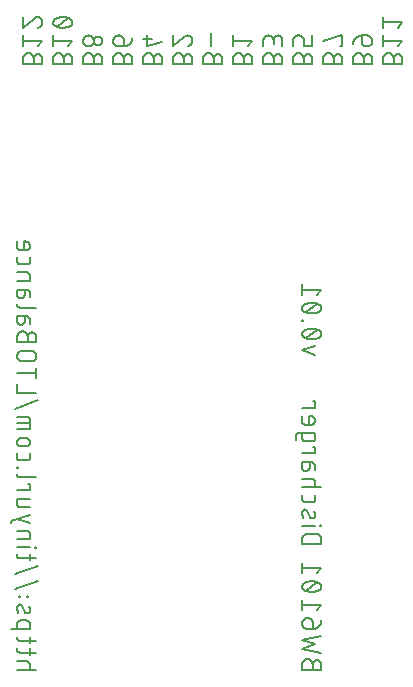
<source format=gbr>
G04 EAGLE Gerber RS-274X export*
G75*
%MOMM*%
%FSLAX34Y34*%
%LPD*%
%INSilkscreen Bottom*%
%IPPOS*%
%AMOC8*
5,1,8,0,0,1.08239X$1,22.5*%
G01*
%ADD10C,0.152400*%


D10*
X13462Y13462D02*
X29718Y13462D01*
X24299Y13462D02*
X24299Y17978D01*
X24297Y18079D01*
X24291Y18180D01*
X24282Y18281D01*
X24269Y18382D01*
X24252Y18482D01*
X24231Y18581D01*
X24207Y18679D01*
X24179Y18776D01*
X24147Y18873D01*
X24112Y18968D01*
X24073Y19061D01*
X24031Y19153D01*
X23985Y19244D01*
X23936Y19333D01*
X23884Y19419D01*
X23828Y19504D01*
X23770Y19587D01*
X23708Y19667D01*
X23643Y19745D01*
X23576Y19821D01*
X23506Y19894D01*
X23433Y19964D01*
X23357Y20031D01*
X23279Y20096D01*
X23199Y20158D01*
X23116Y20216D01*
X23031Y20272D01*
X22945Y20324D01*
X22856Y20373D01*
X22765Y20419D01*
X22673Y20461D01*
X22580Y20500D01*
X22485Y20535D01*
X22388Y20567D01*
X22291Y20595D01*
X22193Y20619D01*
X22094Y20640D01*
X21994Y20657D01*
X21893Y20670D01*
X21792Y20679D01*
X21691Y20685D01*
X21590Y20687D01*
X13462Y20687D01*
X24299Y26233D02*
X24299Y31651D01*
X29718Y28039D02*
X16171Y28039D01*
X16070Y28041D01*
X15969Y28047D01*
X15868Y28056D01*
X15767Y28069D01*
X15667Y28086D01*
X15568Y28107D01*
X15470Y28131D01*
X15373Y28159D01*
X15276Y28191D01*
X15181Y28226D01*
X15088Y28265D01*
X14996Y28307D01*
X14905Y28353D01*
X14817Y28402D01*
X14730Y28454D01*
X14645Y28510D01*
X14562Y28568D01*
X14482Y28630D01*
X14404Y28695D01*
X14328Y28762D01*
X14255Y28832D01*
X14185Y28905D01*
X14118Y28981D01*
X14053Y29059D01*
X13991Y29139D01*
X13933Y29222D01*
X13877Y29307D01*
X13825Y29393D01*
X13776Y29482D01*
X13730Y29573D01*
X13688Y29665D01*
X13649Y29758D01*
X13614Y29853D01*
X13582Y29950D01*
X13554Y30047D01*
X13530Y30145D01*
X13509Y30244D01*
X13492Y30344D01*
X13479Y30445D01*
X13470Y30546D01*
X13464Y30647D01*
X13462Y30748D01*
X13462Y31651D01*
X24299Y36133D02*
X24299Y41551D01*
X29718Y37939D02*
X16171Y37939D01*
X16070Y37941D01*
X15969Y37947D01*
X15868Y37956D01*
X15767Y37969D01*
X15667Y37986D01*
X15568Y38007D01*
X15470Y38031D01*
X15373Y38059D01*
X15276Y38091D01*
X15181Y38126D01*
X15088Y38165D01*
X14996Y38207D01*
X14905Y38253D01*
X14817Y38302D01*
X14730Y38354D01*
X14645Y38410D01*
X14562Y38468D01*
X14482Y38530D01*
X14404Y38595D01*
X14328Y38662D01*
X14255Y38732D01*
X14185Y38805D01*
X14118Y38881D01*
X14053Y38959D01*
X13991Y39039D01*
X13933Y39122D01*
X13877Y39207D01*
X13825Y39293D01*
X13776Y39382D01*
X13730Y39473D01*
X13688Y39565D01*
X13649Y39658D01*
X13614Y39753D01*
X13582Y39850D01*
X13554Y39947D01*
X13530Y40045D01*
X13509Y40144D01*
X13492Y40244D01*
X13479Y40345D01*
X13470Y40446D01*
X13464Y40547D01*
X13462Y40648D01*
X13462Y41551D01*
X8043Y47924D02*
X24299Y47924D01*
X24299Y52439D01*
X24297Y52540D01*
X24291Y52641D01*
X24282Y52742D01*
X24269Y52843D01*
X24252Y52943D01*
X24231Y53042D01*
X24207Y53140D01*
X24179Y53237D01*
X24147Y53334D01*
X24112Y53429D01*
X24073Y53522D01*
X24031Y53614D01*
X23985Y53705D01*
X23936Y53794D01*
X23884Y53880D01*
X23828Y53965D01*
X23770Y54048D01*
X23708Y54128D01*
X23643Y54206D01*
X23576Y54282D01*
X23506Y54355D01*
X23433Y54425D01*
X23357Y54492D01*
X23279Y54557D01*
X23199Y54619D01*
X23116Y54677D01*
X23031Y54733D01*
X22945Y54785D01*
X22856Y54834D01*
X22765Y54880D01*
X22673Y54922D01*
X22580Y54961D01*
X22485Y54996D01*
X22388Y55028D01*
X22291Y55056D01*
X22193Y55080D01*
X22094Y55101D01*
X21994Y55118D01*
X21893Y55131D01*
X21792Y55140D01*
X21691Y55146D01*
X21590Y55148D01*
X21590Y55149D02*
X16171Y55149D01*
X16171Y55148D02*
X16070Y55146D01*
X15969Y55140D01*
X15868Y55131D01*
X15767Y55118D01*
X15667Y55101D01*
X15568Y55080D01*
X15470Y55056D01*
X15373Y55028D01*
X15276Y54996D01*
X15181Y54961D01*
X15088Y54922D01*
X14996Y54880D01*
X14905Y54834D01*
X14817Y54785D01*
X14730Y54733D01*
X14645Y54677D01*
X14562Y54619D01*
X14482Y54557D01*
X14404Y54492D01*
X14328Y54425D01*
X14255Y54355D01*
X14185Y54282D01*
X14118Y54206D01*
X14053Y54128D01*
X13991Y54048D01*
X13933Y53965D01*
X13877Y53880D01*
X13825Y53794D01*
X13776Y53705D01*
X13730Y53614D01*
X13688Y53522D01*
X13649Y53429D01*
X13614Y53334D01*
X13582Y53237D01*
X13554Y53140D01*
X13530Y53042D01*
X13509Y52943D01*
X13492Y52843D01*
X13479Y52742D01*
X13470Y52641D01*
X13464Y52540D01*
X13462Y52439D01*
X13462Y47924D01*
X19784Y62752D02*
X17978Y67268D01*
X19784Y62752D02*
X19821Y62664D01*
X19862Y62578D01*
X19906Y62493D01*
X19954Y62410D01*
X20005Y62330D01*
X20059Y62251D01*
X20117Y62175D01*
X20177Y62101D01*
X20241Y62029D01*
X20307Y61961D01*
X20377Y61895D01*
X20448Y61832D01*
X20523Y61771D01*
X20599Y61714D01*
X20678Y61661D01*
X20759Y61610D01*
X20842Y61563D01*
X20927Y61519D01*
X21014Y61479D01*
X21102Y61442D01*
X21192Y61409D01*
X21283Y61379D01*
X21375Y61354D01*
X21468Y61332D01*
X21562Y61314D01*
X21656Y61299D01*
X21751Y61289D01*
X21847Y61283D01*
X21942Y61280D01*
X22038Y61281D01*
X22133Y61287D01*
X22229Y61296D01*
X22323Y61309D01*
X22417Y61325D01*
X22511Y61346D01*
X22603Y61371D01*
X22694Y61399D01*
X22784Y61431D01*
X22873Y61466D01*
X22960Y61505D01*
X23046Y61548D01*
X23130Y61594D01*
X23211Y61644D01*
X23291Y61696D01*
X23369Y61752D01*
X23444Y61812D01*
X23516Y61874D01*
X23586Y61939D01*
X23654Y62007D01*
X23718Y62077D01*
X23780Y62150D01*
X23838Y62226D01*
X23894Y62304D01*
X23946Y62384D01*
X23995Y62466D01*
X24040Y62550D01*
X24082Y62636D01*
X24121Y62723D01*
X24156Y62812D01*
X24187Y62903D01*
X24214Y62994D01*
X24238Y63087D01*
X24258Y63180D01*
X24274Y63274D01*
X24286Y63369D01*
X24295Y63464D01*
X24299Y63560D01*
X24300Y63655D01*
X24293Y63902D01*
X24281Y64148D01*
X24263Y64394D01*
X24238Y64640D01*
X24208Y64884D01*
X24172Y65128D01*
X24131Y65371D01*
X24083Y65613D01*
X24029Y65854D01*
X23970Y66093D01*
X23905Y66331D01*
X23834Y66567D01*
X23758Y66802D01*
X23676Y67035D01*
X23588Y67265D01*
X23495Y67493D01*
X23397Y67720D01*
X17977Y67268D02*
X17940Y67356D01*
X17899Y67442D01*
X17855Y67527D01*
X17807Y67610D01*
X17756Y67690D01*
X17702Y67769D01*
X17644Y67845D01*
X17584Y67919D01*
X17520Y67991D01*
X17454Y68059D01*
X17384Y68125D01*
X17313Y68188D01*
X17238Y68249D01*
X17162Y68306D01*
X17083Y68359D01*
X17002Y68410D01*
X16919Y68457D01*
X16834Y68501D01*
X16747Y68541D01*
X16659Y68578D01*
X16569Y68611D01*
X16478Y68641D01*
X16386Y68666D01*
X16293Y68688D01*
X16199Y68706D01*
X16105Y68721D01*
X16010Y68731D01*
X15914Y68737D01*
X15819Y68740D01*
X15723Y68739D01*
X15628Y68733D01*
X15532Y68724D01*
X15438Y68711D01*
X15344Y68695D01*
X15250Y68674D01*
X15158Y68649D01*
X15067Y68621D01*
X14977Y68589D01*
X14888Y68554D01*
X14801Y68515D01*
X14715Y68472D01*
X14631Y68426D01*
X14550Y68376D01*
X14470Y68324D01*
X14392Y68268D01*
X14317Y68208D01*
X14245Y68146D01*
X14175Y68081D01*
X14107Y68013D01*
X14043Y67943D01*
X13981Y67870D01*
X13923Y67794D01*
X13867Y67716D01*
X13815Y67636D01*
X13766Y67554D01*
X13721Y67470D01*
X13679Y67384D01*
X13640Y67297D01*
X13605Y67208D01*
X13574Y67117D01*
X13547Y67026D01*
X13523Y66933D01*
X13503Y66840D01*
X13487Y66746D01*
X13475Y66651D01*
X13466Y66556D01*
X13462Y66460D01*
X13461Y66365D01*
X13462Y66365D02*
X13471Y66003D01*
X13489Y65641D01*
X13516Y65280D01*
X13551Y64920D01*
X13594Y64560D01*
X13646Y64201D01*
X13707Y63844D01*
X13776Y63489D01*
X13853Y63135D01*
X13939Y62783D01*
X14033Y62433D01*
X14136Y62085D01*
X14246Y61740D01*
X14365Y61398D01*
X14817Y74979D02*
X15720Y74979D01*
X15720Y75882D01*
X14817Y75882D01*
X14817Y74979D01*
X22042Y74979D02*
X22945Y74979D01*
X22945Y75882D01*
X22042Y75882D01*
X22042Y74979D01*
X11656Y81718D02*
X31524Y88943D01*
X31524Y101448D02*
X11656Y94223D01*
X24299Y105952D02*
X24299Y111371D01*
X29718Y107758D02*
X16171Y107758D01*
X16070Y107760D01*
X15969Y107766D01*
X15868Y107775D01*
X15767Y107788D01*
X15667Y107805D01*
X15568Y107826D01*
X15470Y107850D01*
X15373Y107878D01*
X15276Y107910D01*
X15181Y107945D01*
X15088Y107984D01*
X14996Y108026D01*
X14905Y108072D01*
X14817Y108121D01*
X14730Y108173D01*
X14645Y108229D01*
X14562Y108287D01*
X14482Y108349D01*
X14404Y108414D01*
X14328Y108481D01*
X14255Y108551D01*
X14185Y108624D01*
X14118Y108700D01*
X14053Y108778D01*
X13991Y108858D01*
X13933Y108941D01*
X13877Y109026D01*
X13825Y109113D01*
X13776Y109201D01*
X13730Y109292D01*
X13688Y109384D01*
X13649Y109477D01*
X13614Y109572D01*
X13582Y109669D01*
X13554Y109766D01*
X13530Y109864D01*
X13509Y109963D01*
X13492Y110063D01*
X13479Y110164D01*
X13470Y110265D01*
X13464Y110366D01*
X13462Y110467D01*
X13462Y111371D01*
X13462Y117114D02*
X24299Y117114D01*
X28815Y116663D02*
X29718Y116663D01*
X29718Y117566D01*
X28815Y117566D01*
X28815Y116663D01*
X24299Y123922D02*
X13462Y123922D01*
X24299Y123922D02*
X24299Y128438D01*
X24297Y128539D01*
X24291Y128640D01*
X24282Y128741D01*
X24269Y128842D01*
X24252Y128942D01*
X24231Y129041D01*
X24207Y129139D01*
X24179Y129236D01*
X24147Y129333D01*
X24112Y129428D01*
X24073Y129521D01*
X24031Y129613D01*
X23985Y129704D01*
X23936Y129793D01*
X23884Y129879D01*
X23828Y129964D01*
X23770Y130047D01*
X23708Y130127D01*
X23643Y130205D01*
X23576Y130281D01*
X23506Y130354D01*
X23433Y130424D01*
X23357Y130491D01*
X23279Y130556D01*
X23199Y130618D01*
X23116Y130676D01*
X23031Y130732D01*
X22945Y130784D01*
X22856Y130833D01*
X22765Y130879D01*
X22673Y130921D01*
X22580Y130960D01*
X22485Y130995D01*
X22388Y131027D01*
X22291Y131055D01*
X22193Y131079D01*
X22094Y131100D01*
X21994Y131117D01*
X21893Y131130D01*
X21792Y131139D01*
X21691Y131145D01*
X21590Y131147D01*
X13462Y131147D01*
X8043Y137469D02*
X8043Y139276D01*
X24299Y144694D01*
X24299Y137469D02*
X13462Y141082D01*
X16171Y151016D02*
X24299Y151016D01*
X16171Y151017D02*
X16070Y151019D01*
X15969Y151025D01*
X15868Y151034D01*
X15767Y151047D01*
X15667Y151064D01*
X15568Y151085D01*
X15470Y151109D01*
X15373Y151137D01*
X15276Y151169D01*
X15181Y151204D01*
X15088Y151243D01*
X14996Y151285D01*
X14905Y151331D01*
X14817Y151380D01*
X14730Y151432D01*
X14645Y151488D01*
X14562Y151546D01*
X14482Y151608D01*
X14404Y151673D01*
X14328Y151740D01*
X14255Y151810D01*
X14185Y151883D01*
X14118Y151959D01*
X14053Y152037D01*
X13991Y152117D01*
X13933Y152200D01*
X13877Y152285D01*
X13825Y152372D01*
X13776Y152460D01*
X13730Y152551D01*
X13688Y152643D01*
X13649Y152736D01*
X13614Y152831D01*
X13582Y152928D01*
X13554Y153025D01*
X13530Y153123D01*
X13509Y153222D01*
X13492Y153322D01*
X13479Y153423D01*
X13470Y153524D01*
X13464Y153625D01*
X13462Y153726D01*
X13462Y158241D01*
X24299Y158241D01*
X24299Y165690D02*
X13462Y165690D01*
X24299Y165690D02*
X24299Y171109D01*
X22493Y171109D01*
X16171Y176263D02*
X29718Y176263D01*
X16171Y176264D02*
X16070Y176266D01*
X15969Y176272D01*
X15868Y176281D01*
X15767Y176294D01*
X15667Y176311D01*
X15568Y176332D01*
X15470Y176356D01*
X15373Y176384D01*
X15276Y176416D01*
X15181Y176451D01*
X15088Y176490D01*
X14996Y176532D01*
X14905Y176578D01*
X14817Y176627D01*
X14730Y176679D01*
X14645Y176735D01*
X14562Y176793D01*
X14482Y176855D01*
X14404Y176920D01*
X14328Y176987D01*
X14255Y177057D01*
X14185Y177130D01*
X14118Y177206D01*
X14053Y177284D01*
X13991Y177364D01*
X13933Y177447D01*
X13877Y177532D01*
X13825Y177619D01*
X13776Y177707D01*
X13730Y177798D01*
X13688Y177890D01*
X13649Y177983D01*
X13614Y178078D01*
X13582Y178175D01*
X13554Y178272D01*
X13530Y178370D01*
X13509Y178469D01*
X13492Y178569D01*
X13479Y178670D01*
X13470Y178771D01*
X13464Y178872D01*
X13462Y178973D01*
X13462Y183877D02*
X14365Y183877D01*
X14365Y184780D01*
X13462Y184780D01*
X13462Y183877D01*
X13462Y193342D02*
X13462Y196955D01*
X13462Y193342D02*
X13464Y193241D01*
X13470Y193140D01*
X13479Y193039D01*
X13492Y192938D01*
X13509Y192838D01*
X13530Y192739D01*
X13554Y192641D01*
X13582Y192544D01*
X13614Y192447D01*
X13649Y192352D01*
X13688Y192259D01*
X13730Y192167D01*
X13776Y192076D01*
X13825Y191988D01*
X13877Y191901D01*
X13933Y191816D01*
X13991Y191733D01*
X14053Y191653D01*
X14118Y191575D01*
X14185Y191499D01*
X14255Y191426D01*
X14328Y191356D01*
X14404Y191289D01*
X14482Y191224D01*
X14562Y191162D01*
X14645Y191104D01*
X14730Y191048D01*
X14817Y190996D01*
X14905Y190947D01*
X14996Y190901D01*
X15088Y190859D01*
X15181Y190820D01*
X15276Y190785D01*
X15373Y190753D01*
X15470Y190725D01*
X15568Y190701D01*
X15667Y190680D01*
X15767Y190663D01*
X15868Y190650D01*
X15969Y190641D01*
X16070Y190635D01*
X16171Y190633D01*
X21590Y190633D01*
X21691Y190635D01*
X21792Y190641D01*
X21893Y190650D01*
X21994Y190663D01*
X22094Y190680D01*
X22193Y190701D01*
X22291Y190725D01*
X22388Y190753D01*
X22485Y190785D01*
X22580Y190820D01*
X22673Y190859D01*
X22765Y190901D01*
X22856Y190947D01*
X22944Y190996D01*
X23031Y191048D01*
X23116Y191104D01*
X23199Y191162D01*
X23279Y191224D01*
X23357Y191289D01*
X23433Y191356D01*
X23506Y191426D01*
X23576Y191499D01*
X23643Y191575D01*
X23708Y191653D01*
X23770Y191733D01*
X23828Y191816D01*
X23884Y191901D01*
X23936Y191987D01*
X23985Y192076D01*
X24031Y192167D01*
X24073Y192259D01*
X24112Y192352D01*
X24147Y192447D01*
X24179Y192544D01*
X24207Y192641D01*
X24231Y192739D01*
X24252Y192838D01*
X24269Y192938D01*
X24282Y193039D01*
X24291Y193140D01*
X24297Y193241D01*
X24299Y193342D01*
X24299Y196955D01*
X20687Y202600D02*
X17074Y202600D01*
X20687Y202600D02*
X20806Y202602D01*
X20926Y202608D01*
X21045Y202618D01*
X21163Y202632D01*
X21282Y202649D01*
X21399Y202671D01*
X21516Y202696D01*
X21631Y202726D01*
X21746Y202759D01*
X21860Y202796D01*
X21972Y202836D01*
X22083Y202881D01*
X22192Y202929D01*
X22300Y202980D01*
X22406Y203035D01*
X22510Y203094D01*
X22612Y203156D01*
X22712Y203221D01*
X22810Y203290D01*
X22906Y203362D01*
X22999Y203437D01*
X23089Y203514D01*
X23177Y203595D01*
X23262Y203679D01*
X23344Y203766D01*
X23424Y203855D01*
X23500Y203947D01*
X23574Y204041D01*
X23644Y204138D01*
X23711Y204236D01*
X23775Y204337D01*
X23835Y204441D01*
X23892Y204546D01*
X23945Y204653D01*
X23995Y204761D01*
X24041Y204871D01*
X24083Y204983D01*
X24122Y205096D01*
X24157Y205210D01*
X24188Y205325D01*
X24216Y205442D01*
X24239Y205559D01*
X24259Y205676D01*
X24275Y205795D01*
X24287Y205914D01*
X24295Y206033D01*
X24299Y206152D01*
X24299Y206272D01*
X24295Y206391D01*
X24287Y206510D01*
X24275Y206629D01*
X24259Y206748D01*
X24239Y206865D01*
X24216Y206982D01*
X24188Y207099D01*
X24157Y207214D01*
X24122Y207328D01*
X24083Y207441D01*
X24041Y207553D01*
X23995Y207663D01*
X23945Y207771D01*
X23892Y207878D01*
X23835Y207983D01*
X23775Y208087D01*
X23711Y208188D01*
X23644Y208286D01*
X23574Y208383D01*
X23500Y208477D01*
X23424Y208569D01*
X23344Y208658D01*
X23262Y208745D01*
X23177Y208829D01*
X23089Y208910D01*
X22999Y208987D01*
X22906Y209062D01*
X22810Y209134D01*
X22712Y209203D01*
X22612Y209268D01*
X22510Y209330D01*
X22406Y209389D01*
X22300Y209444D01*
X22192Y209495D01*
X22083Y209543D01*
X21972Y209588D01*
X21860Y209628D01*
X21746Y209665D01*
X21631Y209698D01*
X21516Y209728D01*
X21399Y209753D01*
X21282Y209775D01*
X21163Y209792D01*
X21045Y209806D01*
X20926Y209816D01*
X20806Y209822D01*
X20687Y209824D01*
X17074Y209824D01*
X16955Y209822D01*
X16835Y209816D01*
X16716Y209806D01*
X16598Y209792D01*
X16479Y209775D01*
X16362Y209753D01*
X16245Y209728D01*
X16130Y209698D01*
X16015Y209665D01*
X15901Y209628D01*
X15789Y209588D01*
X15678Y209543D01*
X15569Y209495D01*
X15461Y209444D01*
X15355Y209389D01*
X15251Y209330D01*
X15149Y209268D01*
X15049Y209203D01*
X14951Y209134D01*
X14855Y209062D01*
X14762Y208987D01*
X14672Y208910D01*
X14584Y208829D01*
X14499Y208745D01*
X14417Y208658D01*
X14337Y208569D01*
X14261Y208477D01*
X14187Y208383D01*
X14117Y208286D01*
X14050Y208188D01*
X13986Y208087D01*
X13926Y207983D01*
X13869Y207878D01*
X13816Y207771D01*
X13766Y207663D01*
X13720Y207553D01*
X13678Y207441D01*
X13639Y207328D01*
X13604Y207214D01*
X13573Y207099D01*
X13545Y206982D01*
X13522Y206865D01*
X13502Y206748D01*
X13486Y206629D01*
X13474Y206510D01*
X13466Y206391D01*
X13462Y206272D01*
X13462Y206152D01*
X13466Y206033D01*
X13474Y205914D01*
X13486Y205795D01*
X13502Y205676D01*
X13522Y205559D01*
X13545Y205442D01*
X13573Y205325D01*
X13604Y205210D01*
X13639Y205096D01*
X13678Y204983D01*
X13720Y204871D01*
X13766Y204761D01*
X13816Y204653D01*
X13869Y204546D01*
X13926Y204441D01*
X13986Y204337D01*
X14050Y204236D01*
X14117Y204138D01*
X14187Y204041D01*
X14261Y203947D01*
X14337Y203855D01*
X14417Y203766D01*
X14499Y203679D01*
X14584Y203595D01*
X14672Y203514D01*
X14762Y203437D01*
X14855Y203362D01*
X14951Y203290D01*
X15049Y203221D01*
X15149Y203156D01*
X15251Y203094D01*
X15355Y203035D01*
X15461Y202980D01*
X15569Y202929D01*
X15678Y202881D01*
X15789Y202836D01*
X15901Y202796D01*
X16015Y202759D01*
X16130Y202726D01*
X16245Y202696D01*
X16362Y202671D01*
X16479Y202649D01*
X16598Y202632D01*
X16716Y202618D01*
X16835Y202608D01*
X16955Y202602D01*
X17074Y202600D01*
X13462Y216946D02*
X24299Y216946D01*
X24299Y225074D01*
X24297Y225175D01*
X24291Y225276D01*
X24282Y225377D01*
X24269Y225478D01*
X24252Y225578D01*
X24231Y225677D01*
X24207Y225775D01*
X24179Y225872D01*
X24147Y225969D01*
X24112Y226064D01*
X24073Y226157D01*
X24031Y226249D01*
X23985Y226340D01*
X23936Y226429D01*
X23884Y226515D01*
X23828Y226600D01*
X23770Y226683D01*
X23708Y226763D01*
X23643Y226841D01*
X23576Y226917D01*
X23506Y226990D01*
X23433Y227060D01*
X23357Y227127D01*
X23279Y227192D01*
X23199Y227254D01*
X23116Y227312D01*
X23031Y227368D01*
X22945Y227420D01*
X22856Y227469D01*
X22765Y227515D01*
X22673Y227557D01*
X22580Y227596D01*
X22485Y227631D01*
X22388Y227663D01*
X22291Y227691D01*
X22193Y227715D01*
X22094Y227736D01*
X21994Y227753D01*
X21893Y227766D01*
X21792Y227775D01*
X21691Y227781D01*
X21590Y227783D01*
X13462Y227783D01*
X13462Y222364D02*
X24299Y222364D01*
X11656Y234383D02*
X31524Y241608D01*
X29718Y248099D02*
X13462Y248099D01*
X13462Y255324D01*
X13462Y264569D02*
X29718Y264569D01*
X29718Y269084D02*
X29718Y260053D01*
X25202Y274642D02*
X17978Y274642D01*
X25202Y274642D02*
X25335Y274644D01*
X25467Y274650D01*
X25599Y274660D01*
X25731Y274673D01*
X25863Y274691D01*
X25993Y274712D01*
X26124Y274737D01*
X26253Y274766D01*
X26381Y274799D01*
X26509Y274835D01*
X26635Y274875D01*
X26760Y274919D01*
X26884Y274967D01*
X27006Y275018D01*
X27127Y275073D01*
X27246Y275131D01*
X27364Y275193D01*
X27479Y275258D01*
X27593Y275327D01*
X27704Y275398D01*
X27813Y275474D01*
X27920Y275552D01*
X28025Y275633D01*
X28127Y275718D01*
X28227Y275805D01*
X28324Y275895D01*
X28419Y275988D01*
X28510Y276084D01*
X28599Y276182D01*
X28685Y276283D01*
X28768Y276387D01*
X28848Y276493D01*
X28924Y276601D01*
X28998Y276711D01*
X29068Y276824D01*
X29135Y276938D01*
X29198Y277055D01*
X29258Y277173D01*
X29315Y277293D01*
X29368Y277415D01*
X29417Y277538D01*
X29463Y277662D01*
X29505Y277788D01*
X29543Y277915D01*
X29578Y278043D01*
X29609Y278172D01*
X29636Y278301D01*
X29659Y278432D01*
X29679Y278563D01*
X29694Y278695D01*
X29706Y278827D01*
X29714Y278959D01*
X29718Y279092D01*
X29718Y279224D01*
X29714Y279357D01*
X29706Y279489D01*
X29694Y279621D01*
X29679Y279753D01*
X29659Y279884D01*
X29636Y280015D01*
X29609Y280144D01*
X29578Y280273D01*
X29543Y280401D01*
X29505Y280528D01*
X29463Y280654D01*
X29417Y280778D01*
X29368Y280901D01*
X29315Y281023D01*
X29258Y281143D01*
X29198Y281261D01*
X29135Y281378D01*
X29068Y281492D01*
X28998Y281605D01*
X28924Y281715D01*
X28848Y281823D01*
X28768Y281929D01*
X28685Y282033D01*
X28599Y282134D01*
X28510Y282232D01*
X28419Y282328D01*
X28324Y282421D01*
X28227Y282511D01*
X28127Y282598D01*
X28025Y282683D01*
X27920Y282764D01*
X27813Y282842D01*
X27704Y282918D01*
X27593Y282989D01*
X27479Y283058D01*
X27364Y283123D01*
X27246Y283185D01*
X27127Y283243D01*
X27006Y283298D01*
X26884Y283349D01*
X26760Y283397D01*
X26635Y283441D01*
X26509Y283481D01*
X26381Y283517D01*
X26253Y283550D01*
X26124Y283579D01*
X25993Y283604D01*
X25863Y283625D01*
X25731Y283643D01*
X25599Y283656D01*
X25467Y283666D01*
X25335Y283672D01*
X25202Y283674D01*
X25202Y283673D02*
X17978Y283673D01*
X17978Y283674D02*
X17845Y283672D01*
X17713Y283666D01*
X17581Y283656D01*
X17449Y283643D01*
X17317Y283625D01*
X17187Y283604D01*
X17056Y283579D01*
X16927Y283550D01*
X16799Y283517D01*
X16671Y283481D01*
X16545Y283441D01*
X16420Y283397D01*
X16296Y283349D01*
X16174Y283298D01*
X16053Y283243D01*
X15934Y283185D01*
X15816Y283123D01*
X15701Y283058D01*
X15587Y282989D01*
X15476Y282918D01*
X15367Y282842D01*
X15260Y282764D01*
X15155Y282683D01*
X15053Y282598D01*
X14953Y282511D01*
X14856Y282421D01*
X14761Y282328D01*
X14670Y282232D01*
X14581Y282134D01*
X14495Y282033D01*
X14412Y281929D01*
X14332Y281823D01*
X14256Y281715D01*
X14182Y281605D01*
X14112Y281492D01*
X14045Y281378D01*
X13982Y281261D01*
X13922Y281143D01*
X13865Y281023D01*
X13812Y280901D01*
X13763Y280778D01*
X13717Y280654D01*
X13675Y280528D01*
X13637Y280401D01*
X13602Y280273D01*
X13571Y280144D01*
X13544Y280015D01*
X13521Y279884D01*
X13501Y279753D01*
X13486Y279621D01*
X13474Y279489D01*
X13466Y279357D01*
X13462Y279224D01*
X13462Y279092D01*
X13466Y278959D01*
X13474Y278827D01*
X13486Y278695D01*
X13501Y278563D01*
X13521Y278432D01*
X13544Y278301D01*
X13571Y278172D01*
X13602Y278043D01*
X13637Y277915D01*
X13675Y277788D01*
X13717Y277662D01*
X13763Y277538D01*
X13812Y277415D01*
X13865Y277293D01*
X13922Y277173D01*
X13982Y277055D01*
X14045Y276938D01*
X14112Y276824D01*
X14182Y276711D01*
X14256Y276601D01*
X14332Y276493D01*
X14412Y276387D01*
X14495Y276283D01*
X14581Y276182D01*
X14670Y276084D01*
X14761Y275988D01*
X14856Y275895D01*
X14953Y275805D01*
X15053Y275718D01*
X15155Y275633D01*
X15260Y275552D01*
X15367Y275474D01*
X15476Y275398D01*
X15587Y275327D01*
X15701Y275258D01*
X15816Y275193D01*
X15934Y275131D01*
X16053Y275073D01*
X16174Y275018D01*
X16296Y274967D01*
X16420Y274919D01*
X16545Y274875D01*
X16671Y274835D01*
X16799Y274799D01*
X16927Y274766D01*
X17056Y274737D01*
X17187Y274712D01*
X17317Y274691D01*
X17449Y274673D01*
X17581Y274660D01*
X17713Y274650D01*
X17845Y274644D01*
X17978Y274642D01*
X22493Y291005D02*
X22493Y295521D01*
X22494Y295521D02*
X22492Y295654D01*
X22486Y295786D01*
X22476Y295918D01*
X22463Y296050D01*
X22445Y296182D01*
X22424Y296312D01*
X22399Y296443D01*
X22370Y296572D01*
X22337Y296700D01*
X22301Y296828D01*
X22261Y296954D01*
X22217Y297079D01*
X22169Y297203D01*
X22118Y297325D01*
X22063Y297446D01*
X22005Y297565D01*
X21943Y297683D01*
X21878Y297798D01*
X21809Y297912D01*
X21738Y298023D01*
X21662Y298132D01*
X21584Y298239D01*
X21503Y298344D01*
X21418Y298446D01*
X21331Y298546D01*
X21241Y298643D01*
X21148Y298738D01*
X21052Y298829D01*
X20954Y298918D01*
X20853Y299004D01*
X20749Y299087D01*
X20643Y299167D01*
X20535Y299243D01*
X20425Y299317D01*
X20312Y299387D01*
X20198Y299454D01*
X20081Y299517D01*
X19963Y299577D01*
X19843Y299634D01*
X19721Y299687D01*
X19598Y299736D01*
X19474Y299782D01*
X19348Y299824D01*
X19221Y299862D01*
X19093Y299897D01*
X18964Y299928D01*
X18835Y299955D01*
X18704Y299978D01*
X18573Y299998D01*
X18441Y300013D01*
X18309Y300025D01*
X18177Y300033D01*
X18044Y300037D01*
X17912Y300037D01*
X17779Y300033D01*
X17647Y300025D01*
X17515Y300013D01*
X17383Y299998D01*
X17252Y299978D01*
X17121Y299955D01*
X16992Y299928D01*
X16863Y299897D01*
X16735Y299862D01*
X16608Y299824D01*
X16482Y299782D01*
X16358Y299736D01*
X16235Y299687D01*
X16113Y299634D01*
X15993Y299577D01*
X15875Y299517D01*
X15758Y299454D01*
X15644Y299387D01*
X15531Y299317D01*
X15421Y299243D01*
X15313Y299167D01*
X15207Y299087D01*
X15103Y299004D01*
X15002Y298918D01*
X14904Y298829D01*
X14808Y298738D01*
X14715Y298643D01*
X14625Y298546D01*
X14538Y298446D01*
X14453Y298344D01*
X14372Y298239D01*
X14294Y298132D01*
X14218Y298023D01*
X14147Y297912D01*
X14078Y297798D01*
X14013Y297683D01*
X13951Y297565D01*
X13893Y297446D01*
X13838Y297325D01*
X13787Y297203D01*
X13739Y297079D01*
X13695Y296954D01*
X13655Y296828D01*
X13619Y296700D01*
X13586Y296572D01*
X13557Y296443D01*
X13532Y296312D01*
X13511Y296182D01*
X13493Y296050D01*
X13480Y295918D01*
X13470Y295786D01*
X13464Y295654D01*
X13462Y295521D01*
X13462Y291005D01*
X29718Y291005D01*
X29718Y295521D01*
X29716Y295640D01*
X29710Y295760D01*
X29700Y295879D01*
X29686Y295997D01*
X29669Y296116D01*
X29647Y296233D01*
X29622Y296350D01*
X29592Y296465D01*
X29559Y296580D01*
X29522Y296694D01*
X29482Y296806D01*
X29437Y296917D01*
X29389Y297026D01*
X29338Y297134D01*
X29283Y297240D01*
X29224Y297344D01*
X29162Y297446D01*
X29097Y297546D01*
X29028Y297644D01*
X28956Y297740D01*
X28881Y297833D01*
X28804Y297923D01*
X28723Y298011D01*
X28639Y298096D01*
X28552Y298178D01*
X28463Y298258D01*
X28371Y298334D01*
X28277Y298408D01*
X28180Y298478D01*
X28082Y298545D01*
X27981Y298609D01*
X27877Y298669D01*
X27772Y298726D01*
X27665Y298779D01*
X27557Y298829D01*
X27447Y298875D01*
X27335Y298917D01*
X27222Y298956D01*
X27108Y298991D01*
X26993Y299022D01*
X26876Y299050D01*
X26759Y299073D01*
X26642Y299093D01*
X26523Y299109D01*
X26404Y299121D01*
X26285Y299129D01*
X26166Y299133D01*
X26046Y299133D01*
X25927Y299129D01*
X25808Y299121D01*
X25689Y299109D01*
X25570Y299093D01*
X25453Y299073D01*
X25336Y299050D01*
X25219Y299022D01*
X25104Y298991D01*
X24990Y298956D01*
X24877Y298917D01*
X24765Y298875D01*
X24655Y298829D01*
X24547Y298779D01*
X24440Y298726D01*
X24335Y298669D01*
X24231Y298609D01*
X24130Y298545D01*
X24032Y298478D01*
X23935Y298408D01*
X23841Y298334D01*
X23749Y298258D01*
X23660Y298178D01*
X23573Y298096D01*
X23489Y298011D01*
X23408Y297923D01*
X23331Y297833D01*
X23256Y297740D01*
X23184Y297644D01*
X23115Y297546D01*
X23050Y297446D01*
X22988Y297344D01*
X22929Y297240D01*
X22874Y297134D01*
X22823Y297026D01*
X22775Y296917D01*
X22730Y296806D01*
X22690Y296694D01*
X22653Y296580D01*
X22620Y296465D01*
X22590Y296350D01*
X22565Y296233D01*
X22543Y296116D01*
X22526Y295997D01*
X22512Y295879D01*
X22502Y295760D01*
X22496Y295640D01*
X22494Y295521D01*
X19784Y308853D02*
X19784Y312917D01*
X19784Y308853D02*
X19782Y308741D01*
X19776Y308630D01*
X19766Y308519D01*
X19753Y308408D01*
X19735Y308298D01*
X19713Y308189D01*
X19688Y308080D01*
X19659Y307972D01*
X19626Y307866D01*
X19589Y307760D01*
X19549Y307656D01*
X19505Y307554D01*
X19457Y307453D01*
X19406Y307354D01*
X19351Y307256D01*
X19293Y307161D01*
X19232Y307068D01*
X19167Y306977D01*
X19099Y306888D01*
X19028Y306802D01*
X18955Y306719D01*
X18878Y306638D01*
X18798Y306559D01*
X18716Y306484D01*
X18631Y306412D01*
X18544Y306342D01*
X18454Y306276D01*
X18362Y306213D01*
X18267Y306153D01*
X18171Y306097D01*
X18073Y306044D01*
X17973Y305995D01*
X17871Y305949D01*
X17768Y305907D01*
X17663Y305868D01*
X17557Y305833D01*
X17450Y305802D01*
X17342Y305775D01*
X17233Y305751D01*
X17123Y305732D01*
X17013Y305716D01*
X16902Y305704D01*
X16790Y305696D01*
X16679Y305692D01*
X16567Y305692D01*
X16456Y305696D01*
X16344Y305704D01*
X16233Y305716D01*
X16123Y305732D01*
X16013Y305751D01*
X15904Y305775D01*
X15796Y305802D01*
X15689Y305833D01*
X15583Y305868D01*
X15478Y305907D01*
X15375Y305949D01*
X15273Y305995D01*
X15173Y306044D01*
X15075Y306097D01*
X14979Y306153D01*
X14884Y306213D01*
X14792Y306276D01*
X14702Y306342D01*
X14615Y306412D01*
X14530Y306484D01*
X14448Y306559D01*
X14368Y306638D01*
X14291Y306719D01*
X14218Y306802D01*
X14147Y306888D01*
X14079Y306977D01*
X14014Y307068D01*
X13953Y307161D01*
X13895Y307256D01*
X13840Y307354D01*
X13789Y307453D01*
X13741Y307554D01*
X13697Y307656D01*
X13657Y307760D01*
X13620Y307866D01*
X13587Y307972D01*
X13558Y308080D01*
X13533Y308189D01*
X13511Y308298D01*
X13493Y308408D01*
X13480Y308519D01*
X13470Y308630D01*
X13464Y308741D01*
X13462Y308853D01*
X13462Y312917D01*
X21590Y312917D01*
X21691Y312915D01*
X21792Y312909D01*
X21893Y312900D01*
X21994Y312887D01*
X22094Y312870D01*
X22193Y312849D01*
X22291Y312825D01*
X22388Y312797D01*
X22485Y312765D01*
X22580Y312730D01*
X22673Y312691D01*
X22765Y312649D01*
X22856Y312603D01*
X22945Y312554D01*
X23031Y312502D01*
X23116Y312446D01*
X23199Y312388D01*
X23279Y312326D01*
X23357Y312261D01*
X23433Y312194D01*
X23506Y312124D01*
X23576Y312051D01*
X23643Y311975D01*
X23708Y311897D01*
X23770Y311817D01*
X23828Y311734D01*
X23884Y311649D01*
X23936Y311563D01*
X23985Y311474D01*
X24031Y311383D01*
X24073Y311291D01*
X24112Y311198D01*
X24147Y311103D01*
X24179Y311006D01*
X24207Y310909D01*
X24231Y310811D01*
X24252Y310712D01*
X24269Y310612D01*
X24282Y310511D01*
X24291Y310410D01*
X24297Y310309D01*
X24299Y310208D01*
X24299Y306595D01*
X29718Y320071D02*
X16171Y320071D01*
X16070Y320073D01*
X15969Y320079D01*
X15868Y320088D01*
X15767Y320101D01*
X15667Y320118D01*
X15568Y320139D01*
X15470Y320163D01*
X15373Y320191D01*
X15276Y320223D01*
X15181Y320258D01*
X15088Y320297D01*
X14996Y320339D01*
X14905Y320385D01*
X14817Y320434D01*
X14730Y320486D01*
X14645Y320542D01*
X14562Y320600D01*
X14482Y320662D01*
X14404Y320727D01*
X14328Y320794D01*
X14255Y320864D01*
X14185Y320937D01*
X14118Y321013D01*
X14053Y321091D01*
X13991Y321171D01*
X13933Y321254D01*
X13877Y321339D01*
X13825Y321426D01*
X13776Y321514D01*
X13730Y321605D01*
X13688Y321697D01*
X13649Y321790D01*
X13614Y321885D01*
X13582Y321982D01*
X13554Y322079D01*
X13530Y322177D01*
X13509Y322276D01*
X13492Y322376D01*
X13479Y322477D01*
X13470Y322578D01*
X13464Y322679D01*
X13462Y322780D01*
X19784Y331258D02*
X19784Y335322D01*
X19784Y331258D02*
X19782Y331146D01*
X19776Y331035D01*
X19766Y330924D01*
X19753Y330813D01*
X19735Y330703D01*
X19713Y330594D01*
X19688Y330485D01*
X19659Y330377D01*
X19626Y330271D01*
X19589Y330165D01*
X19549Y330061D01*
X19505Y329959D01*
X19457Y329858D01*
X19406Y329759D01*
X19351Y329661D01*
X19293Y329566D01*
X19232Y329473D01*
X19167Y329382D01*
X19099Y329293D01*
X19028Y329207D01*
X18955Y329124D01*
X18878Y329043D01*
X18798Y328964D01*
X18716Y328889D01*
X18631Y328817D01*
X18544Y328747D01*
X18454Y328681D01*
X18362Y328618D01*
X18267Y328558D01*
X18171Y328502D01*
X18073Y328449D01*
X17973Y328400D01*
X17871Y328354D01*
X17768Y328312D01*
X17663Y328273D01*
X17557Y328238D01*
X17450Y328207D01*
X17342Y328180D01*
X17233Y328156D01*
X17123Y328137D01*
X17013Y328121D01*
X16902Y328109D01*
X16790Y328101D01*
X16679Y328097D01*
X16567Y328097D01*
X16456Y328101D01*
X16344Y328109D01*
X16233Y328121D01*
X16123Y328137D01*
X16013Y328156D01*
X15904Y328180D01*
X15796Y328207D01*
X15689Y328238D01*
X15583Y328273D01*
X15478Y328312D01*
X15375Y328354D01*
X15273Y328400D01*
X15173Y328449D01*
X15075Y328502D01*
X14979Y328558D01*
X14884Y328618D01*
X14792Y328681D01*
X14702Y328747D01*
X14615Y328817D01*
X14530Y328889D01*
X14448Y328964D01*
X14368Y329043D01*
X14291Y329124D01*
X14218Y329207D01*
X14147Y329293D01*
X14079Y329382D01*
X14014Y329473D01*
X13953Y329566D01*
X13895Y329661D01*
X13840Y329759D01*
X13789Y329858D01*
X13741Y329959D01*
X13697Y330061D01*
X13657Y330165D01*
X13620Y330271D01*
X13587Y330377D01*
X13558Y330485D01*
X13533Y330594D01*
X13511Y330703D01*
X13493Y330813D01*
X13480Y330924D01*
X13470Y331035D01*
X13464Y331146D01*
X13462Y331258D01*
X13462Y335322D01*
X21590Y335322D01*
X21691Y335320D01*
X21792Y335314D01*
X21893Y335305D01*
X21994Y335292D01*
X22094Y335275D01*
X22193Y335254D01*
X22291Y335230D01*
X22388Y335202D01*
X22485Y335170D01*
X22580Y335135D01*
X22673Y335096D01*
X22765Y335054D01*
X22856Y335008D01*
X22945Y334959D01*
X23031Y334907D01*
X23116Y334851D01*
X23199Y334793D01*
X23279Y334731D01*
X23357Y334666D01*
X23433Y334599D01*
X23506Y334529D01*
X23576Y334456D01*
X23643Y334380D01*
X23708Y334302D01*
X23770Y334222D01*
X23828Y334139D01*
X23884Y334054D01*
X23936Y333968D01*
X23985Y333879D01*
X24031Y333788D01*
X24073Y333696D01*
X24112Y333603D01*
X24147Y333508D01*
X24179Y333411D01*
X24207Y333314D01*
X24231Y333216D01*
X24252Y333117D01*
X24269Y333017D01*
X24282Y332916D01*
X24291Y332815D01*
X24297Y332714D01*
X24299Y332613D01*
X24299Y329000D01*
X24299Y342760D02*
X13462Y342760D01*
X24299Y342760D02*
X24299Y347275D01*
X24297Y347376D01*
X24291Y347477D01*
X24282Y347578D01*
X24269Y347679D01*
X24252Y347779D01*
X24231Y347878D01*
X24207Y347976D01*
X24179Y348073D01*
X24147Y348170D01*
X24112Y348265D01*
X24073Y348358D01*
X24031Y348450D01*
X23985Y348541D01*
X23936Y348630D01*
X23884Y348716D01*
X23828Y348801D01*
X23770Y348884D01*
X23708Y348964D01*
X23643Y349042D01*
X23576Y349118D01*
X23506Y349191D01*
X23433Y349261D01*
X23357Y349328D01*
X23279Y349393D01*
X23199Y349455D01*
X23116Y349513D01*
X23031Y349569D01*
X22945Y349621D01*
X22856Y349670D01*
X22765Y349716D01*
X22673Y349758D01*
X22580Y349797D01*
X22485Y349832D01*
X22388Y349864D01*
X22291Y349892D01*
X22193Y349916D01*
X22094Y349937D01*
X21994Y349954D01*
X21893Y349967D01*
X21792Y349976D01*
X21691Y349982D01*
X21590Y349984D01*
X13462Y349984D01*
X13462Y359555D02*
X13462Y363167D01*
X13462Y359555D02*
X13464Y359454D01*
X13470Y359353D01*
X13479Y359252D01*
X13492Y359151D01*
X13509Y359051D01*
X13530Y358952D01*
X13554Y358854D01*
X13582Y358757D01*
X13614Y358660D01*
X13649Y358565D01*
X13688Y358472D01*
X13730Y358380D01*
X13776Y358289D01*
X13825Y358201D01*
X13877Y358114D01*
X13933Y358029D01*
X13991Y357946D01*
X14053Y357866D01*
X14118Y357788D01*
X14185Y357712D01*
X14255Y357639D01*
X14328Y357569D01*
X14404Y357502D01*
X14482Y357437D01*
X14562Y357375D01*
X14645Y357317D01*
X14730Y357261D01*
X14817Y357209D01*
X14905Y357160D01*
X14996Y357114D01*
X15088Y357072D01*
X15181Y357033D01*
X15276Y356998D01*
X15373Y356966D01*
X15470Y356938D01*
X15568Y356914D01*
X15667Y356893D01*
X15767Y356876D01*
X15868Y356863D01*
X15969Y356854D01*
X16070Y356848D01*
X16171Y356846D01*
X16171Y356845D02*
X21590Y356845D01*
X21590Y356846D02*
X21691Y356848D01*
X21792Y356854D01*
X21893Y356863D01*
X21994Y356876D01*
X22094Y356893D01*
X22193Y356914D01*
X22291Y356938D01*
X22388Y356966D01*
X22485Y356998D01*
X22580Y357033D01*
X22673Y357072D01*
X22765Y357114D01*
X22856Y357160D01*
X22944Y357209D01*
X23031Y357261D01*
X23116Y357317D01*
X23199Y357375D01*
X23279Y357437D01*
X23357Y357502D01*
X23433Y357569D01*
X23506Y357639D01*
X23576Y357712D01*
X23643Y357788D01*
X23708Y357866D01*
X23770Y357946D01*
X23828Y358029D01*
X23884Y358114D01*
X23936Y358201D01*
X23985Y358289D01*
X24031Y358380D01*
X24073Y358472D01*
X24112Y358565D01*
X24147Y358660D01*
X24179Y358757D01*
X24207Y358854D01*
X24231Y358952D01*
X24252Y359051D01*
X24269Y359151D01*
X24282Y359252D01*
X24291Y359353D01*
X24297Y359454D01*
X24299Y359555D01*
X24299Y363167D01*
X13462Y371521D02*
X13462Y376036D01*
X13462Y371521D02*
X13464Y371420D01*
X13470Y371319D01*
X13479Y371218D01*
X13492Y371117D01*
X13509Y371017D01*
X13530Y370918D01*
X13554Y370820D01*
X13582Y370723D01*
X13614Y370626D01*
X13649Y370531D01*
X13688Y370438D01*
X13730Y370346D01*
X13776Y370255D01*
X13825Y370167D01*
X13877Y370080D01*
X13933Y369995D01*
X13991Y369912D01*
X14053Y369832D01*
X14118Y369754D01*
X14185Y369678D01*
X14255Y369605D01*
X14328Y369535D01*
X14404Y369468D01*
X14482Y369403D01*
X14562Y369341D01*
X14645Y369283D01*
X14730Y369227D01*
X14817Y369175D01*
X14905Y369126D01*
X14996Y369080D01*
X15088Y369038D01*
X15181Y368999D01*
X15276Y368964D01*
X15373Y368932D01*
X15470Y368904D01*
X15568Y368880D01*
X15667Y368859D01*
X15767Y368842D01*
X15868Y368829D01*
X15969Y368820D01*
X16070Y368814D01*
X16171Y368812D01*
X20687Y368812D01*
X20806Y368814D01*
X20926Y368820D01*
X21045Y368830D01*
X21163Y368844D01*
X21282Y368861D01*
X21399Y368883D01*
X21516Y368908D01*
X21631Y368938D01*
X21746Y368971D01*
X21860Y369008D01*
X21972Y369048D01*
X22083Y369093D01*
X22192Y369141D01*
X22300Y369192D01*
X22406Y369247D01*
X22510Y369306D01*
X22612Y369368D01*
X22712Y369433D01*
X22810Y369502D01*
X22906Y369574D01*
X22999Y369649D01*
X23089Y369726D01*
X23177Y369807D01*
X23262Y369891D01*
X23344Y369978D01*
X23424Y370067D01*
X23500Y370159D01*
X23574Y370253D01*
X23644Y370350D01*
X23711Y370448D01*
X23775Y370549D01*
X23835Y370653D01*
X23892Y370758D01*
X23945Y370865D01*
X23995Y370973D01*
X24041Y371083D01*
X24083Y371195D01*
X24122Y371308D01*
X24157Y371422D01*
X24188Y371537D01*
X24216Y371654D01*
X24239Y371771D01*
X24259Y371888D01*
X24275Y372007D01*
X24287Y372126D01*
X24295Y372245D01*
X24299Y372364D01*
X24299Y372484D01*
X24295Y372603D01*
X24287Y372722D01*
X24275Y372841D01*
X24259Y372960D01*
X24239Y373077D01*
X24216Y373194D01*
X24188Y373311D01*
X24157Y373426D01*
X24122Y373540D01*
X24083Y373653D01*
X24041Y373765D01*
X23995Y373875D01*
X23945Y373983D01*
X23892Y374090D01*
X23835Y374195D01*
X23775Y374299D01*
X23711Y374400D01*
X23644Y374498D01*
X23574Y374595D01*
X23500Y374689D01*
X23424Y374781D01*
X23344Y374870D01*
X23262Y374957D01*
X23177Y375041D01*
X23089Y375122D01*
X22999Y375199D01*
X22906Y375274D01*
X22810Y375346D01*
X22712Y375415D01*
X22612Y375480D01*
X22510Y375542D01*
X22406Y375601D01*
X22300Y375656D01*
X22192Y375707D01*
X22083Y375755D01*
X21972Y375800D01*
X21860Y375840D01*
X21746Y375877D01*
X21631Y375910D01*
X21516Y375940D01*
X21399Y375965D01*
X21282Y375987D01*
X21163Y376004D01*
X21045Y376018D01*
X20926Y376028D01*
X20806Y376034D01*
X20687Y376036D01*
X18881Y376036D01*
X18881Y368812D01*
X254762Y283774D02*
X265599Y280162D01*
X265599Y287387D02*
X254762Y283774D01*
X262890Y293327D02*
X263210Y293331D01*
X263529Y293342D01*
X263849Y293361D01*
X264167Y293388D01*
X264485Y293422D01*
X264802Y293464D01*
X265118Y293514D01*
X265433Y293571D01*
X265746Y293635D01*
X266058Y293707D01*
X266368Y293786D01*
X266675Y293873D01*
X266981Y293967D01*
X267284Y294068D01*
X267585Y294177D01*
X267883Y294292D01*
X268179Y294415D01*
X268471Y294545D01*
X268760Y294682D01*
X268761Y294682D02*
X268869Y294721D01*
X268976Y294764D01*
X269081Y294810D01*
X269185Y294861D01*
X269287Y294914D01*
X269387Y294971D01*
X269485Y295032D01*
X269580Y295096D01*
X269674Y295163D01*
X269765Y295234D01*
X269854Y295307D01*
X269940Y295384D01*
X270023Y295463D01*
X270104Y295545D01*
X270182Y295630D01*
X270256Y295718D01*
X270328Y295808D01*
X270396Y295900D01*
X270462Y295995D01*
X270524Y296092D01*
X270582Y296191D01*
X270638Y296293D01*
X270689Y296395D01*
X270737Y296500D01*
X270782Y296606D01*
X270823Y296714D01*
X270860Y296823D01*
X270893Y296933D01*
X270922Y297045D01*
X270948Y297157D01*
X270970Y297270D01*
X270987Y297384D01*
X271001Y297498D01*
X271011Y297613D01*
X271017Y297728D01*
X271019Y297843D01*
X271018Y297843D02*
X271016Y297958D01*
X271010Y298073D01*
X271000Y298188D01*
X270986Y298302D01*
X270969Y298416D01*
X270947Y298529D01*
X270921Y298641D01*
X270892Y298753D01*
X270859Y298863D01*
X270822Y298972D01*
X270781Y299080D01*
X270736Y299186D01*
X270688Y299291D01*
X270637Y299393D01*
X270581Y299494D01*
X270523Y299594D01*
X270461Y299691D01*
X270396Y299785D01*
X270327Y299878D01*
X270255Y299968D01*
X270181Y300056D01*
X270103Y300141D01*
X270022Y300223D01*
X269939Y300302D01*
X269853Y300379D01*
X269764Y300452D01*
X269673Y300523D01*
X269579Y300590D01*
X269484Y300654D01*
X269386Y300715D01*
X269286Y300772D01*
X269184Y300825D01*
X269080Y300876D01*
X268975Y300922D01*
X268868Y300965D01*
X268760Y301004D01*
X268760Y301003D02*
X268471Y301140D01*
X268179Y301270D01*
X267883Y301393D01*
X267585Y301508D01*
X267284Y301617D01*
X266981Y301718D01*
X266675Y301812D01*
X266368Y301899D01*
X266058Y301978D01*
X265746Y302050D01*
X265433Y302114D01*
X265118Y302171D01*
X264802Y302221D01*
X264485Y302263D01*
X264167Y302297D01*
X263849Y302324D01*
X263529Y302343D01*
X263210Y302354D01*
X262890Y302358D01*
X262890Y293327D02*
X262570Y293331D01*
X262251Y293342D01*
X261931Y293361D01*
X261613Y293388D01*
X261295Y293422D01*
X260978Y293464D01*
X260662Y293514D01*
X260347Y293571D01*
X260034Y293635D01*
X259722Y293707D01*
X259412Y293786D01*
X259105Y293873D01*
X258799Y293967D01*
X258496Y294068D01*
X258195Y294177D01*
X257897Y294292D01*
X257601Y294415D01*
X257309Y294545D01*
X257020Y294682D01*
X256912Y294721D01*
X256805Y294764D01*
X256700Y294810D01*
X256596Y294861D01*
X256494Y294914D01*
X256394Y294971D01*
X256296Y295032D01*
X256201Y295096D01*
X256107Y295163D01*
X256016Y295234D01*
X255927Y295307D01*
X255841Y295384D01*
X255758Y295463D01*
X255677Y295545D01*
X255599Y295630D01*
X255525Y295718D01*
X255453Y295808D01*
X255384Y295901D01*
X255319Y295995D01*
X255257Y296092D01*
X255199Y296192D01*
X255143Y296293D01*
X255092Y296395D01*
X255044Y296500D01*
X254999Y296606D01*
X254958Y296714D01*
X254921Y296823D01*
X254888Y296933D01*
X254859Y297045D01*
X254833Y297157D01*
X254811Y297270D01*
X254794Y297384D01*
X254780Y297498D01*
X254770Y297613D01*
X254764Y297728D01*
X254762Y297843D01*
X257020Y301003D02*
X257309Y301140D01*
X257601Y301270D01*
X257897Y301393D01*
X258195Y301508D01*
X258496Y301617D01*
X258799Y301718D01*
X259105Y301812D01*
X259412Y301899D01*
X259722Y301978D01*
X260034Y302050D01*
X260347Y302114D01*
X260662Y302171D01*
X260978Y302221D01*
X261295Y302263D01*
X261613Y302297D01*
X261931Y302324D01*
X262251Y302343D01*
X262570Y302354D01*
X262890Y302358D01*
X257020Y301004D02*
X256912Y300965D01*
X256805Y300922D01*
X256700Y300876D01*
X256596Y300825D01*
X256494Y300772D01*
X256394Y300715D01*
X256296Y300654D01*
X256201Y300590D01*
X256107Y300523D01*
X256016Y300452D01*
X255927Y300379D01*
X255841Y300302D01*
X255758Y300223D01*
X255677Y300141D01*
X255599Y300056D01*
X255525Y299968D01*
X255453Y299878D01*
X255384Y299785D01*
X255319Y299691D01*
X255257Y299594D01*
X255199Y299494D01*
X255143Y299393D01*
X255092Y299290D01*
X255044Y299186D01*
X254999Y299080D01*
X254958Y298972D01*
X254921Y298863D01*
X254888Y298753D01*
X254859Y298641D01*
X254833Y298529D01*
X254811Y298416D01*
X254794Y298302D01*
X254780Y298188D01*
X254770Y298073D01*
X254764Y297958D01*
X254762Y297843D01*
X258374Y294230D02*
X267406Y301455D01*
X255665Y308333D02*
X254762Y308333D01*
X255665Y308333D02*
X255665Y309236D01*
X254762Y309236D01*
X254762Y308333D01*
X262890Y315211D02*
X263210Y315215D01*
X263529Y315226D01*
X263849Y315245D01*
X264167Y315272D01*
X264485Y315306D01*
X264802Y315348D01*
X265118Y315398D01*
X265433Y315455D01*
X265746Y315519D01*
X266058Y315591D01*
X266368Y315670D01*
X266675Y315757D01*
X266981Y315851D01*
X267284Y315952D01*
X267585Y316061D01*
X267883Y316176D01*
X268179Y316299D01*
X268471Y316429D01*
X268760Y316566D01*
X268761Y316565D02*
X268869Y316604D01*
X268976Y316647D01*
X269081Y316693D01*
X269185Y316744D01*
X269287Y316797D01*
X269387Y316854D01*
X269485Y316915D01*
X269580Y316979D01*
X269674Y317046D01*
X269765Y317117D01*
X269854Y317190D01*
X269940Y317267D01*
X270023Y317346D01*
X270104Y317428D01*
X270182Y317513D01*
X270256Y317601D01*
X270328Y317691D01*
X270396Y317783D01*
X270462Y317878D01*
X270524Y317975D01*
X270582Y318074D01*
X270638Y318176D01*
X270689Y318278D01*
X270737Y318383D01*
X270782Y318489D01*
X270823Y318597D01*
X270860Y318706D01*
X270893Y318816D01*
X270922Y318928D01*
X270948Y319040D01*
X270970Y319153D01*
X270987Y319267D01*
X271001Y319381D01*
X271011Y319496D01*
X271017Y319611D01*
X271019Y319726D01*
X271018Y319726D02*
X271016Y319841D01*
X271010Y319956D01*
X271000Y320071D01*
X270986Y320185D01*
X270969Y320299D01*
X270947Y320412D01*
X270921Y320524D01*
X270892Y320636D01*
X270859Y320746D01*
X270822Y320855D01*
X270781Y320963D01*
X270736Y321069D01*
X270688Y321174D01*
X270637Y321276D01*
X270581Y321377D01*
X270523Y321477D01*
X270461Y321574D01*
X270396Y321668D01*
X270327Y321761D01*
X270255Y321851D01*
X270181Y321939D01*
X270103Y322024D01*
X270022Y322106D01*
X269939Y322185D01*
X269853Y322262D01*
X269764Y322335D01*
X269673Y322406D01*
X269579Y322473D01*
X269484Y322537D01*
X269386Y322598D01*
X269286Y322655D01*
X269184Y322708D01*
X269080Y322759D01*
X268975Y322805D01*
X268868Y322848D01*
X268760Y322887D01*
X268471Y323024D01*
X268179Y323154D01*
X267883Y323277D01*
X267585Y323392D01*
X267284Y323501D01*
X266981Y323602D01*
X266675Y323696D01*
X266368Y323783D01*
X266058Y323862D01*
X265746Y323934D01*
X265433Y323998D01*
X265118Y324055D01*
X264802Y324105D01*
X264485Y324147D01*
X264167Y324181D01*
X263849Y324208D01*
X263529Y324227D01*
X263210Y324238D01*
X262890Y324242D01*
X262890Y315211D02*
X262570Y315215D01*
X262251Y315226D01*
X261931Y315245D01*
X261613Y315272D01*
X261295Y315306D01*
X260978Y315348D01*
X260662Y315398D01*
X260347Y315455D01*
X260034Y315519D01*
X259722Y315591D01*
X259412Y315670D01*
X259105Y315757D01*
X258799Y315851D01*
X258496Y315952D01*
X258195Y316061D01*
X257897Y316176D01*
X257601Y316299D01*
X257309Y316429D01*
X257020Y316566D01*
X257020Y316565D02*
X256912Y316604D01*
X256805Y316647D01*
X256700Y316693D01*
X256596Y316744D01*
X256494Y316797D01*
X256394Y316854D01*
X256296Y316915D01*
X256201Y316979D01*
X256107Y317046D01*
X256016Y317117D01*
X255927Y317190D01*
X255841Y317267D01*
X255758Y317346D01*
X255677Y317428D01*
X255599Y317513D01*
X255525Y317601D01*
X255453Y317691D01*
X255384Y317784D01*
X255319Y317878D01*
X255257Y317975D01*
X255199Y318075D01*
X255143Y318176D01*
X255092Y318278D01*
X255044Y318383D01*
X254999Y318489D01*
X254958Y318597D01*
X254921Y318706D01*
X254888Y318816D01*
X254859Y318928D01*
X254833Y319040D01*
X254811Y319153D01*
X254794Y319267D01*
X254780Y319381D01*
X254770Y319496D01*
X254764Y319611D01*
X254762Y319726D01*
X257020Y322886D02*
X257309Y323023D01*
X257601Y323153D01*
X257897Y323276D01*
X258195Y323391D01*
X258496Y323500D01*
X258799Y323601D01*
X259105Y323695D01*
X259412Y323782D01*
X259722Y323861D01*
X260034Y323933D01*
X260347Y323997D01*
X260662Y324054D01*
X260978Y324104D01*
X261295Y324146D01*
X261613Y324180D01*
X261931Y324207D01*
X262251Y324226D01*
X262570Y324237D01*
X262890Y324241D01*
X257020Y322887D02*
X256912Y322848D01*
X256805Y322805D01*
X256700Y322759D01*
X256596Y322708D01*
X256494Y322655D01*
X256394Y322598D01*
X256296Y322537D01*
X256201Y322473D01*
X256107Y322406D01*
X256016Y322335D01*
X255927Y322262D01*
X255841Y322185D01*
X255758Y322106D01*
X255677Y322024D01*
X255599Y321939D01*
X255525Y321851D01*
X255453Y321761D01*
X255384Y321668D01*
X255319Y321574D01*
X255257Y321477D01*
X255199Y321377D01*
X255143Y321276D01*
X255092Y321173D01*
X255044Y321069D01*
X254999Y320963D01*
X254958Y320855D01*
X254921Y320746D01*
X254888Y320636D01*
X254859Y320524D01*
X254833Y320412D01*
X254811Y320299D01*
X254794Y320185D01*
X254780Y320071D01*
X254770Y319956D01*
X254764Y319841D01*
X254762Y319726D01*
X258374Y316114D02*
X267406Y323339D01*
X267406Y330842D02*
X271018Y335357D01*
X254762Y335357D01*
X254762Y330842D02*
X254762Y339873D01*
X263793Y17978D02*
X263793Y13462D01*
X263794Y17978D02*
X263792Y18111D01*
X263786Y18243D01*
X263776Y18375D01*
X263763Y18507D01*
X263745Y18639D01*
X263724Y18769D01*
X263699Y18900D01*
X263670Y19029D01*
X263637Y19157D01*
X263601Y19285D01*
X263561Y19411D01*
X263517Y19536D01*
X263469Y19660D01*
X263418Y19782D01*
X263363Y19903D01*
X263305Y20022D01*
X263243Y20140D01*
X263178Y20255D01*
X263109Y20369D01*
X263038Y20480D01*
X262962Y20589D01*
X262884Y20696D01*
X262803Y20801D01*
X262718Y20903D01*
X262631Y21003D01*
X262541Y21100D01*
X262448Y21195D01*
X262352Y21286D01*
X262254Y21375D01*
X262153Y21461D01*
X262049Y21544D01*
X261943Y21624D01*
X261835Y21700D01*
X261725Y21774D01*
X261612Y21844D01*
X261498Y21911D01*
X261381Y21974D01*
X261263Y22034D01*
X261143Y22091D01*
X261021Y22144D01*
X260898Y22193D01*
X260774Y22239D01*
X260648Y22281D01*
X260521Y22319D01*
X260393Y22354D01*
X260264Y22385D01*
X260135Y22412D01*
X260004Y22435D01*
X259873Y22455D01*
X259741Y22470D01*
X259609Y22482D01*
X259477Y22490D01*
X259344Y22494D01*
X259212Y22494D01*
X259079Y22490D01*
X258947Y22482D01*
X258815Y22470D01*
X258683Y22455D01*
X258552Y22435D01*
X258421Y22412D01*
X258292Y22385D01*
X258163Y22354D01*
X258035Y22319D01*
X257908Y22281D01*
X257782Y22239D01*
X257658Y22193D01*
X257535Y22144D01*
X257413Y22091D01*
X257293Y22034D01*
X257175Y21974D01*
X257058Y21911D01*
X256944Y21844D01*
X256831Y21774D01*
X256721Y21700D01*
X256613Y21624D01*
X256507Y21544D01*
X256403Y21461D01*
X256302Y21375D01*
X256204Y21286D01*
X256108Y21195D01*
X256015Y21100D01*
X255925Y21003D01*
X255838Y20903D01*
X255753Y20801D01*
X255672Y20696D01*
X255594Y20589D01*
X255518Y20480D01*
X255447Y20369D01*
X255378Y20255D01*
X255313Y20140D01*
X255251Y20022D01*
X255193Y19903D01*
X255138Y19782D01*
X255087Y19660D01*
X255039Y19536D01*
X254995Y19411D01*
X254955Y19285D01*
X254919Y19157D01*
X254886Y19029D01*
X254857Y18900D01*
X254832Y18769D01*
X254811Y18639D01*
X254793Y18507D01*
X254780Y18375D01*
X254770Y18243D01*
X254764Y18111D01*
X254762Y17978D01*
X254762Y13462D01*
X271018Y13462D01*
X271018Y17978D01*
X271016Y18097D01*
X271010Y18217D01*
X271000Y18336D01*
X270986Y18454D01*
X270969Y18573D01*
X270947Y18690D01*
X270922Y18807D01*
X270892Y18922D01*
X270859Y19037D01*
X270822Y19151D01*
X270782Y19263D01*
X270737Y19374D01*
X270689Y19483D01*
X270638Y19591D01*
X270583Y19697D01*
X270524Y19801D01*
X270462Y19903D01*
X270397Y20003D01*
X270328Y20101D01*
X270256Y20197D01*
X270181Y20290D01*
X270104Y20380D01*
X270023Y20468D01*
X269939Y20553D01*
X269852Y20635D01*
X269763Y20715D01*
X269671Y20791D01*
X269577Y20865D01*
X269480Y20935D01*
X269382Y21002D01*
X269281Y21066D01*
X269177Y21126D01*
X269072Y21183D01*
X268965Y21236D01*
X268857Y21286D01*
X268747Y21332D01*
X268635Y21374D01*
X268522Y21413D01*
X268408Y21448D01*
X268293Y21479D01*
X268176Y21507D01*
X268059Y21530D01*
X267942Y21550D01*
X267823Y21566D01*
X267704Y21578D01*
X267585Y21586D01*
X267466Y21590D01*
X267346Y21590D01*
X267227Y21586D01*
X267108Y21578D01*
X266989Y21566D01*
X266870Y21550D01*
X266753Y21530D01*
X266636Y21507D01*
X266519Y21479D01*
X266404Y21448D01*
X266290Y21413D01*
X266177Y21374D01*
X266065Y21332D01*
X265955Y21286D01*
X265847Y21236D01*
X265740Y21183D01*
X265635Y21126D01*
X265531Y21066D01*
X265430Y21002D01*
X265332Y20935D01*
X265235Y20865D01*
X265141Y20791D01*
X265049Y20715D01*
X264960Y20635D01*
X264873Y20553D01*
X264789Y20468D01*
X264708Y20380D01*
X264631Y20290D01*
X264556Y20197D01*
X264484Y20101D01*
X264415Y20003D01*
X264350Y19903D01*
X264288Y19801D01*
X264229Y19697D01*
X264174Y19591D01*
X264123Y19483D01*
X264075Y19374D01*
X264030Y19263D01*
X263990Y19151D01*
X263953Y19037D01*
X263920Y18922D01*
X263890Y18807D01*
X263865Y18690D01*
X263843Y18573D01*
X263826Y18454D01*
X263812Y18336D01*
X263802Y18217D01*
X263796Y18097D01*
X263794Y17978D01*
X271018Y27736D02*
X254762Y31349D01*
X265599Y34961D01*
X254762Y38573D01*
X271018Y42186D01*
X263793Y48161D02*
X263793Y53579D01*
X263791Y53697D01*
X263785Y53815D01*
X263776Y53933D01*
X263762Y54050D01*
X263745Y54167D01*
X263724Y54284D01*
X263699Y54399D01*
X263670Y54514D01*
X263637Y54628D01*
X263601Y54740D01*
X263561Y54851D01*
X263518Y54961D01*
X263471Y55070D01*
X263421Y55177D01*
X263366Y55282D01*
X263309Y55385D01*
X263248Y55486D01*
X263184Y55586D01*
X263117Y55683D01*
X263047Y55778D01*
X262973Y55870D01*
X262897Y55961D01*
X262817Y56048D01*
X262735Y56133D01*
X262650Y56215D01*
X262563Y56295D01*
X262472Y56371D01*
X262380Y56445D01*
X262285Y56515D01*
X262188Y56582D01*
X262088Y56646D01*
X261987Y56707D01*
X261884Y56764D01*
X261779Y56819D01*
X261672Y56869D01*
X261563Y56916D01*
X261453Y56959D01*
X261342Y56999D01*
X261230Y57035D01*
X261116Y57068D01*
X261001Y57097D01*
X260886Y57122D01*
X260769Y57143D01*
X260652Y57160D01*
X260535Y57174D01*
X260417Y57183D01*
X260299Y57189D01*
X260181Y57191D01*
X260181Y57192D02*
X259278Y57192D01*
X259145Y57190D01*
X259013Y57184D01*
X258881Y57174D01*
X258749Y57161D01*
X258617Y57143D01*
X258487Y57122D01*
X258356Y57097D01*
X258227Y57068D01*
X258099Y57035D01*
X257971Y56999D01*
X257845Y56959D01*
X257720Y56915D01*
X257596Y56867D01*
X257474Y56816D01*
X257353Y56761D01*
X257234Y56703D01*
X257116Y56641D01*
X257001Y56576D01*
X256887Y56507D01*
X256776Y56436D01*
X256667Y56360D01*
X256560Y56282D01*
X256455Y56201D01*
X256353Y56116D01*
X256253Y56029D01*
X256156Y55939D01*
X256061Y55846D01*
X255970Y55750D01*
X255881Y55652D01*
X255795Y55551D01*
X255712Y55447D01*
X255632Y55341D01*
X255556Y55233D01*
X255482Y55123D01*
X255412Y55010D01*
X255345Y54896D01*
X255282Y54779D01*
X255222Y54661D01*
X255165Y54541D01*
X255112Y54419D01*
X255063Y54296D01*
X255017Y54172D01*
X254975Y54046D01*
X254937Y53919D01*
X254902Y53791D01*
X254871Y53662D01*
X254844Y53533D01*
X254821Y53402D01*
X254801Y53271D01*
X254786Y53139D01*
X254774Y53007D01*
X254766Y52875D01*
X254762Y52742D01*
X254762Y52610D01*
X254766Y52477D01*
X254774Y52345D01*
X254786Y52213D01*
X254801Y52081D01*
X254821Y51950D01*
X254844Y51819D01*
X254871Y51690D01*
X254902Y51561D01*
X254937Y51433D01*
X254975Y51306D01*
X255017Y51180D01*
X255063Y51056D01*
X255112Y50933D01*
X255165Y50811D01*
X255222Y50691D01*
X255282Y50573D01*
X255345Y50456D01*
X255412Y50342D01*
X255482Y50229D01*
X255556Y50119D01*
X255632Y50011D01*
X255712Y49905D01*
X255795Y49801D01*
X255881Y49700D01*
X255970Y49602D01*
X256061Y49506D01*
X256156Y49413D01*
X256253Y49323D01*
X256353Y49236D01*
X256455Y49151D01*
X256560Y49070D01*
X256667Y48992D01*
X256776Y48916D01*
X256887Y48845D01*
X257001Y48776D01*
X257116Y48711D01*
X257234Y48649D01*
X257353Y48591D01*
X257474Y48536D01*
X257596Y48485D01*
X257720Y48437D01*
X257845Y48393D01*
X257971Y48353D01*
X258099Y48317D01*
X258227Y48284D01*
X258356Y48255D01*
X258487Y48230D01*
X258617Y48209D01*
X258749Y48191D01*
X258881Y48178D01*
X259013Y48168D01*
X259145Y48162D01*
X259278Y48160D01*
X259278Y48161D02*
X263793Y48161D01*
X263968Y48163D01*
X264142Y48169D01*
X264316Y48180D01*
X264490Y48195D01*
X264664Y48214D01*
X264837Y48237D01*
X265009Y48264D01*
X265181Y48296D01*
X265352Y48331D01*
X265522Y48371D01*
X265691Y48415D01*
X265859Y48463D01*
X266026Y48515D01*
X266191Y48571D01*
X266355Y48631D01*
X266518Y48694D01*
X266678Y48762D01*
X266838Y48834D01*
X266995Y48909D01*
X267151Y48989D01*
X267304Y49072D01*
X267456Y49158D01*
X267605Y49249D01*
X267752Y49343D01*
X267897Y49440D01*
X268040Y49541D01*
X268180Y49645D01*
X268317Y49753D01*
X268452Y49864D01*
X268584Y49978D01*
X268713Y50095D01*
X268840Y50216D01*
X268963Y50339D01*
X269084Y50466D01*
X269201Y50595D01*
X269315Y50727D01*
X269426Y50862D01*
X269534Y50999D01*
X269638Y51139D01*
X269739Y51282D01*
X269836Y51427D01*
X269930Y51574D01*
X270021Y51723D01*
X270107Y51875D01*
X270190Y52028D01*
X270270Y52184D01*
X270345Y52341D01*
X270417Y52501D01*
X270485Y52661D01*
X270548Y52824D01*
X270608Y52988D01*
X270664Y53153D01*
X270716Y53320D01*
X270764Y53488D01*
X270808Y53657D01*
X270848Y53827D01*
X270883Y53998D01*
X270915Y54170D01*
X270942Y54342D01*
X270965Y54515D01*
X270984Y54689D01*
X270999Y54863D01*
X271010Y55037D01*
X271016Y55211D01*
X271018Y55386D01*
X267406Y63792D02*
X271018Y68308D01*
X254762Y68308D01*
X254762Y72823D02*
X254762Y63792D01*
X262890Y79423D02*
X263210Y79427D01*
X263529Y79438D01*
X263849Y79457D01*
X264167Y79484D01*
X264485Y79518D01*
X264802Y79560D01*
X265118Y79610D01*
X265433Y79667D01*
X265746Y79731D01*
X266058Y79803D01*
X266368Y79882D01*
X266675Y79969D01*
X266981Y80063D01*
X267284Y80164D01*
X267585Y80273D01*
X267883Y80388D01*
X268179Y80511D01*
X268471Y80641D01*
X268760Y80778D01*
X268761Y80778D02*
X268869Y80817D01*
X268976Y80860D01*
X269081Y80906D01*
X269185Y80957D01*
X269287Y81010D01*
X269387Y81067D01*
X269485Y81128D01*
X269580Y81192D01*
X269674Y81259D01*
X269765Y81330D01*
X269854Y81403D01*
X269940Y81480D01*
X270023Y81559D01*
X270104Y81641D01*
X270182Y81726D01*
X270256Y81814D01*
X270328Y81904D01*
X270396Y81996D01*
X270462Y82091D01*
X270524Y82188D01*
X270582Y82287D01*
X270638Y82389D01*
X270689Y82491D01*
X270737Y82596D01*
X270782Y82702D01*
X270823Y82810D01*
X270860Y82919D01*
X270893Y83029D01*
X270922Y83141D01*
X270948Y83253D01*
X270970Y83366D01*
X270987Y83480D01*
X271001Y83594D01*
X271011Y83709D01*
X271017Y83824D01*
X271019Y83939D01*
X271018Y83939D02*
X271016Y84054D01*
X271010Y84169D01*
X271000Y84284D01*
X270986Y84398D01*
X270969Y84512D01*
X270947Y84625D01*
X270921Y84737D01*
X270892Y84849D01*
X270859Y84959D01*
X270822Y85068D01*
X270781Y85176D01*
X270736Y85282D01*
X270688Y85387D01*
X270637Y85489D01*
X270581Y85590D01*
X270523Y85690D01*
X270461Y85787D01*
X270396Y85881D01*
X270327Y85974D01*
X270255Y86064D01*
X270181Y86152D01*
X270103Y86237D01*
X270022Y86319D01*
X269939Y86398D01*
X269853Y86475D01*
X269764Y86548D01*
X269673Y86619D01*
X269579Y86686D01*
X269484Y86750D01*
X269386Y86811D01*
X269286Y86868D01*
X269184Y86921D01*
X269080Y86972D01*
X268975Y87018D01*
X268868Y87061D01*
X268760Y87100D01*
X268760Y87099D02*
X268471Y87236D01*
X268179Y87366D01*
X267883Y87489D01*
X267585Y87604D01*
X267284Y87713D01*
X266981Y87814D01*
X266675Y87908D01*
X266368Y87995D01*
X266058Y88074D01*
X265746Y88146D01*
X265433Y88210D01*
X265118Y88267D01*
X264802Y88317D01*
X264485Y88359D01*
X264167Y88393D01*
X263849Y88420D01*
X263529Y88439D01*
X263210Y88450D01*
X262890Y88454D01*
X262890Y79424D02*
X262570Y79428D01*
X262251Y79439D01*
X261931Y79458D01*
X261613Y79485D01*
X261295Y79519D01*
X260978Y79561D01*
X260662Y79611D01*
X260347Y79668D01*
X260034Y79732D01*
X259722Y79804D01*
X259412Y79883D01*
X259105Y79970D01*
X258799Y80064D01*
X258496Y80165D01*
X258195Y80274D01*
X257897Y80389D01*
X257601Y80512D01*
X257309Y80642D01*
X257020Y80779D01*
X257020Y80778D02*
X256912Y80817D01*
X256805Y80860D01*
X256700Y80906D01*
X256596Y80957D01*
X256494Y81010D01*
X256394Y81067D01*
X256296Y81128D01*
X256201Y81192D01*
X256107Y81259D01*
X256016Y81330D01*
X255927Y81403D01*
X255841Y81480D01*
X255758Y81559D01*
X255677Y81641D01*
X255599Y81726D01*
X255525Y81814D01*
X255453Y81904D01*
X255384Y81997D01*
X255319Y82091D01*
X255257Y82188D01*
X255199Y82288D01*
X255143Y82389D01*
X255092Y82491D01*
X255044Y82596D01*
X254999Y82702D01*
X254958Y82810D01*
X254921Y82919D01*
X254888Y83029D01*
X254859Y83141D01*
X254833Y83253D01*
X254811Y83366D01*
X254794Y83480D01*
X254780Y83594D01*
X254770Y83709D01*
X254764Y83824D01*
X254762Y83939D01*
X257020Y87099D02*
X257309Y87236D01*
X257601Y87366D01*
X257897Y87489D01*
X258195Y87604D01*
X258496Y87713D01*
X258799Y87814D01*
X259105Y87908D01*
X259412Y87995D01*
X259722Y88074D01*
X260034Y88146D01*
X260347Y88210D01*
X260662Y88267D01*
X260978Y88317D01*
X261295Y88359D01*
X261613Y88393D01*
X261931Y88420D01*
X262251Y88439D01*
X262570Y88450D01*
X262890Y88454D01*
X257020Y87100D02*
X256912Y87061D01*
X256805Y87018D01*
X256700Y86972D01*
X256596Y86921D01*
X256494Y86868D01*
X256394Y86811D01*
X256296Y86750D01*
X256201Y86686D01*
X256107Y86619D01*
X256016Y86548D01*
X255927Y86475D01*
X255841Y86398D01*
X255758Y86319D01*
X255677Y86237D01*
X255599Y86152D01*
X255525Y86064D01*
X255453Y85974D01*
X255384Y85881D01*
X255319Y85787D01*
X255257Y85690D01*
X255199Y85590D01*
X255143Y85489D01*
X255092Y85386D01*
X255044Y85282D01*
X254999Y85176D01*
X254958Y85068D01*
X254921Y84959D01*
X254888Y84849D01*
X254859Y84737D01*
X254833Y84625D01*
X254811Y84512D01*
X254794Y84398D01*
X254780Y84284D01*
X254770Y84169D01*
X254764Y84054D01*
X254762Y83939D01*
X258374Y80326D02*
X267406Y87551D01*
X267406Y95054D02*
X271018Y99570D01*
X254762Y99570D01*
X254762Y95054D02*
X254762Y104086D01*
X254762Y119543D02*
X271018Y119543D01*
X271018Y124059D01*
X271016Y124190D01*
X271010Y124322D01*
X271001Y124453D01*
X270987Y124583D01*
X270970Y124714D01*
X270949Y124843D01*
X270925Y124972D01*
X270896Y125100D01*
X270864Y125228D01*
X270828Y125354D01*
X270789Y125479D01*
X270746Y125604D01*
X270699Y125726D01*
X270649Y125848D01*
X270595Y125968D01*
X270538Y126086D01*
X270477Y126202D01*
X270413Y126317D01*
X270346Y126430D01*
X270275Y126541D01*
X270201Y126649D01*
X270124Y126756D01*
X270044Y126860D01*
X269961Y126962D01*
X269876Y127061D01*
X269787Y127158D01*
X269695Y127252D01*
X269601Y127344D01*
X269504Y127433D01*
X269405Y127518D01*
X269303Y127601D01*
X269199Y127681D01*
X269092Y127758D01*
X268984Y127832D01*
X268873Y127903D01*
X268760Y127970D01*
X268645Y128034D01*
X268529Y128095D01*
X268411Y128152D01*
X268291Y128206D01*
X268169Y128256D01*
X268047Y128303D01*
X267922Y128346D01*
X267797Y128385D01*
X267671Y128421D01*
X267543Y128453D01*
X267415Y128482D01*
X267286Y128506D01*
X267157Y128527D01*
X267026Y128544D01*
X266896Y128558D01*
X266765Y128567D01*
X266633Y128573D01*
X266502Y128575D01*
X266502Y128574D02*
X259278Y128574D01*
X259278Y128575D02*
X259147Y128573D01*
X259015Y128567D01*
X258884Y128558D01*
X258754Y128544D01*
X258623Y128527D01*
X258494Y128506D01*
X258365Y128482D01*
X258237Y128453D01*
X258109Y128421D01*
X257983Y128385D01*
X257858Y128346D01*
X257733Y128303D01*
X257611Y128256D01*
X257489Y128206D01*
X257369Y128152D01*
X257251Y128095D01*
X257135Y128034D01*
X257020Y127970D01*
X256907Y127903D01*
X256796Y127832D01*
X256688Y127758D01*
X256581Y127681D01*
X256477Y127601D01*
X256375Y127518D01*
X256276Y127433D01*
X256179Y127344D01*
X256085Y127252D01*
X255993Y127158D01*
X255904Y127061D01*
X255819Y126962D01*
X255736Y126860D01*
X255656Y126756D01*
X255579Y126649D01*
X255505Y126541D01*
X255434Y126430D01*
X255367Y126317D01*
X255303Y126202D01*
X255242Y126086D01*
X255185Y125968D01*
X255131Y125848D01*
X255081Y125726D01*
X255034Y125604D01*
X254991Y125479D01*
X254952Y125354D01*
X254916Y125228D01*
X254884Y125100D01*
X254855Y124972D01*
X254831Y124843D01*
X254810Y124714D01*
X254793Y124583D01*
X254779Y124453D01*
X254770Y124322D01*
X254764Y124190D01*
X254762Y124059D01*
X254762Y119543D01*
X254762Y135522D02*
X265599Y135522D01*
X270115Y135070D02*
X271018Y135070D01*
X271018Y135973D01*
X270115Y135973D01*
X270115Y135070D01*
X261084Y143164D02*
X259278Y147679D01*
X261084Y143163D02*
X261121Y143075D01*
X261162Y142989D01*
X261206Y142904D01*
X261254Y142821D01*
X261305Y142741D01*
X261359Y142662D01*
X261417Y142586D01*
X261477Y142512D01*
X261541Y142440D01*
X261607Y142372D01*
X261677Y142306D01*
X261748Y142243D01*
X261823Y142182D01*
X261899Y142125D01*
X261978Y142072D01*
X262059Y142021D01*
X262142Y141974D01*
X262227Y141930D01*
X262314Y141890D01*
X262402Y141853D01*
X262492Y141820D01*
X262583Y141790D01*
X262675Y141765D01*
X262768Y141743D01*
X262862Y141725D01*
X262956Y141710D01*
X263051Y141700D01*
X263147Y141694D01*
X263242Y141691D01*
X263338Y141692D01*
X263433Y141698D01*
X263529Y141707D01*
X263623Y141720D01*
X263717Y141736D01*
X263811Y141757D01*
X263903Y141782D01*
X263994Y141810D01*
X264084Y141842D01*
X264173Y141877D01*
X264260Y141916D01*
X264346Y141959D01*
X264430Y142005D01*
X264511Y142055D01*
X264591Y142107D01*
X264669Y142163D01*
X264744Y142223D01*
X264816Y142285D01*
X264886Y142350D01*
X264954Y142418D01*
X265018Y142488D01*
X265080Y142561D01*
X265138Y142637D01*
X265194Y142715D01*
X265246Y142795D01*
X265295Y142877D01*
X265340Y142961D01*
X265382Y143047D01*
X265421Y143134D01*
X265456Y143223D01*
X265487Y143314D01*
X265514Y143405D01*
X265538Y143498D01*
X265558Y143591D01*
X265574Y143685D01*
X265586Y143780D01*
X265595Y143875D01*
X265599Y143971D01*
X265600Y144066D01*
X265593Y144313D01*
X265581Y144559D01*
X265563Y144805D01*
X265538Y145051D01*
X265508Y145295D01*
X265472Y145539D01*
X265431Y145782D01*
X265383Y146024D01*
X265329Y146265D01*
X265270Y146504D01*
X265205Y146742D01*
X265134Y146978D01*
X265058Y147213D01*
X264976Y147446D01*
X264888Y147676D01*
X264795Y147904D01*
X264697Y148131D01*
X259277Y147680D02*
X259240Y147768D01*
X259199Y147854D01*
X259155Y147939D01*
X259107Y148022D01*
X259056Y148102D01*
X259002Y148181D01*
X258944Y148257D01*
X258884Y148331D01*
X258820Y148403D01*
X258754Y148471D01*
X258684Y148537D01*
X258613Y148600D01*
X258538Y148661D01*
X258462Y148718D01*
X258383Y148771D01*
X258302Y148822D01*
X258219Y148869D01*
X258134Y148913D01*
X258047Y148953D01*
X257959Y148990D01*
X257869Y149023D01*
X257778Y149053D01*
X257686Y149078D01*
X257593Y149100D01*
X257499Y149118D01*
X257405Y149133D01*
X257310Y149143D01*
X257214Y149149D01*
X257119Y149152D01*
X257023Y149151D01*
X256928Y149145D01*
X256832Y149136D01*
X256738Y149123D01*
X256644Y149107D01*
X256550Y149086D01*
X256458Y149061D01*
X256367Y149033D01*
X256277Y149001D01*
X256188Y148966D01*
X256101Y148927D01*
X256015Y148884D01*
X255931Y148838D01*
X255850Y148788D01*
X255770Y148736D01*
X255692Y148680D01*
X255617Y148620D01*
X255545Y148558D01*
X255475Y148493D01*
X255407Y148425D01*
X255343Y148355D01*
X255281Y148282D01*
X255223Y148206D01*
X255167Y148128D01*
X255115Y148048D01*
X255066Y147966D01*
X255021Y147882D01*
X254979Y147796D01*
X254940Y147709D01*
X254905Y147620D01*
X254874Y147529D01*
X254847Y147438D01*
X254823Y147345D01*
X254803Y147252D01*
X254787Y147158D01*
X254775Y147063D01*
X254766Y146968D01*
X254762Y146872D01*
X254761Y146777D01*
X254762Y146776D02*
X254771Y146414D01*
X254789Y146052D01*
X254816Y145691D01*
X254851Y145331D01*
X254894Y144971D01*
X254946Y144612D01*
X255007Y144255D01*
X255076Y143900D01*
X255153Y143546D01*
X255239Y143194D01*
X255333Y142844D01*
X255436Y142496D01*
X255546Y142151D01*
X255665Y141809D01*
X254762Y158083D02*
X254762Y161696D01*
X254762Y158083D02*
X254764Y157982D01*
X254770Y157881D01*
X254779Y157780D01*
X254792Y157679D01*
X254809Y157579D01*
X254830Y157480D01*
X254854Y157382D01*
X254882Y157285D01*
X254914Y157188D01*
X254949Y157093D01*
X254988Y157000D01*
X255030Y156908D01*
X255076Y156817D01*
X255125Y156729D01*
X255177Y156642D01*
X255233Y156557D01*
X255291Y156474D01*
X255353Y156394D01*
X255418Y156316D01*
X255485Y156240D01*
X255555Y156167D01*
X255628Y156097D01*
X255704Y156030D01*
X255782Y155965D01*
X255862Y155903D01*
X255945Y155845D01*
X256030Y155789D01*
X256117Y155737D01*
X256205Y155688D01*
X256296Y155642D01*
X256388Y155600D01*
X256481Y155561D01*
X256576Y155526D01*
X256673Y155494D01*
X256770Y155466D01*
X256868Y155442D01*
X256967Y155421D01*
X257067Y155404D01*
X257168Y155391D01*
X257269Y155382D01*
X257370Y155376D01*
X257471Y155374D01*
X262890Y155374D01*
X262991Y155376D01*
X263092Y155382D01*
X263193Y155391D01*
X263294Y155404D01*
X263394Y155421D01*
X263493Y155442D01*
X263591Y155466D01*
X263688Y155494D01*
X263785Y155526D01*
X263880Y155561D01*
X263973Y155600D01*
X264065Y155642D01*
X264156Y155688D01*
X264245Y155737D01*
X264331Y155789D01*
X264416Y155845D01*
X264499Y155903D01*
X264579Y155965D01*
X264657Y156030D01*
X264733Y156097D01*
X264806Y156167D01*
X264876Y156240D01*
X264943Y156316D01*
X265008Y156394D01*
X265070Y156474D01*
X265128Y156557D01*
X265184Y156642D01*
X265236Y156728D01*
X265285Y156817D01*
X265331Y156908D01*
X265373Y157000D01*
X265412Y157093D01*
X265447Y157188D01*
X265479Y157285D01*
X265507Y157382D01*
X265531Y157480D01*
X265552Y157579D01*
X265569Y157679D01*
X265582Y157780D01*
X265591Y157881D01*
X265597Y157982D01*
X265599Y158083D01*
X265599Y161696D01*
X271018Y167861D02*
X254762Y167861D01*
X265599Y167861D02*
X265599Y172377D01*
X265597Y172478D01*
X265591Y172579D01*
X265582Y172680D01*
X265569Y172781D01*
X265552Y172881D01*
X265531Y172980D01*
X265507Y173078D01*
X265479Y173175D01*
X265447Y173272D01*
X265412Y173367D01*
X265373Y173460D01*
X265331Y173552D01*
X265285Y173643D01*
X265236Y173732D01*
X265184Y173818D01*
X265128Y173903D01*
X265070Y173986D01*
X265008Y174066D01*
X264943Y174144D01*
X264876Y174220D01*
X264806Y174293D01*
X264733Y174363D01*
X264657Y174430D01*
X264579Y174495D01*
X264499Y174557D01*
X264416Y174615D01*
X264331Y174671D01*
X264245Y174723D01*
X264156Y174772D01*
X264065Y174818D01*
X263973Y174860D01*
X263880Y174899D01*
X263785Y174934D01*
X263688Y174966D01*
X263591Y174994D01*
X263493Y175018D01*
X263394Y175039D01*
X263294Y175056D01*
X263193Y175069D01*
X263092Y175078D01*
X262991Y175084D01*
X262890Y175086D01*
X254762Y175086D01*
X261084Y185017D02*
X261084Y189081D01*
X261084Y185017D02*
X261082Y184905D01*
X261076Y184794D01*
X261066Y184683D01*
X261053Y184572D01*
X261035Y184462D01*
X261013Y184353D01*
X260988Y184244D01*
X260959Y184136D01*
X260926Y184030D01*
X260889Y183924D01*
X260849Y183820D01*
X260805Y183718D01*
X260757Y183617D01*
X260706Y183518D01*
X260651Y183420D01*
X260593Y183325D01*
X260532Y183232D01*
X260467Y183141D01*
X260399Y183052D01*
X260328Y182966D01*
X260255Y182883D01*
X260178Y182802D01*
X260098Y182723D01*
X260016Y182648D01*
X259931Y182576D01*
X259844Y182506D01*
X259754Y182440D01*
X259662Y182377D01*
X259567Y182317D01*
X259471Y182261D01*
X259373Y182208D01*
X259273Y182159D01*
X259171Y182113D01*
X259068Y182071D01*
X258963Y182032D01*
X258857Y181997D01*
X258750Y181966D01*
X258642Y181939D01*
X258533Y181915D01*
X258423Y181896D01*
X258313Y181880D01*
X258202Y181868D01*
X258090Y181860D01*
X257979Y181856D01*
X257867Y181856D01*
X257756Y181860D01*
X257644Y181868D01*
X257533Y181880D01*
X257423Y181896D01*
X257313Y181915D01*
X257204Y181939D01*
X257096Y181966D01*
X256989Y181997D01*
X256883Y182032D01*
X256778Y182071D01*
X256675Y182113D01*
X256573Y182159D01*
X256473Y182208D01*
X256375Y182261D01*
X256279Y182317D01*
X256184Y182377D01*
X256092Y182440D01*
X256002Y182506D01*
X255915Y182576D01*
X255830Y182648D01*
X255748Y182723D01*
X255668Y182802D01*
X255591Y182883D01*
X255518Y182966D01*
X255447Y183052D01*
X255379Y183141D01*
X255314Y183232D01*
X255253Y183325D01*
X255195Y183420D01*
X255140Y183518D01*
X255089Y183617D01*
X255041Y183718D01*
X254997Y183820D01*
X254957Y183924D01*
X254920Y184030D01*
X254887Y184136D01*
X254858Y184244D01*
X254833Y184353D01*
X254811Y184462D01*
X254793Y184572D01*
X254780Y184683D01*
X254770Y184794D01*
X254764Y184905D01*
X254762Y185017D01*
X254762Y189081D01*
X262890Y189081D01*
X262991Y189079D01*
X263092Y189073D01*
X263193Y189064D01*
X263294Y189051D01*
X263394Y189034D01*
X263493Y189013D01*
X263591Y188989D01*
X263688Y188961D01*
X263785Y188929D01*
X263880Y188894D01*
X263973Y188855D01*
X264065Y188813D01*
X264156Y188767D01*
X264245Y188718D01*
X264331Y188666D01*
X264416Y188610D01*
X264499Y188552D01*
X264579Y188490D01*
X264657Y188425D01*
X264733Y188358D01*
X264806Y188288D01*
X264876Y188215D01*
X264943Y188139D01*
X265008Y188061D01*
X265070Y187981D01*
X265128Y187898D01*
X265184Y187813D01*
X265236Y187727D01*
X265285Y187638D01*
X265331Y187547D01*
X265373Y187455D01*
X265412Y187362D01*
X265447Y187267D01*
X265479Y187170D01*
X265507Y187073D01*
X265531Y186975D01*
X265552Y186876D01*
X265569Y186776D01*
X265582Y186675D01*
X265591Y186574D01*
X265597Y186473D01*
X265599Y186372D01*
X265599Y182759D01*
X265599Y196603D02*
X254762Y196603D01*
X265599Y196603D02*
X265599Y202022D01*
X263793Y202022D01*
X254762Y209575D02*
X254762Y214091D01*
X254762Y209575D02*
X254764Y209474D01*
X254770Y209373D01*
X254779Y209272D01*
X254792Y209171D01*
X254809Y209071D01*
X254830Y208972D01*
X254854Y208874D01*
X254882Y208777D01*
X254914Y208680D01*
X254949Y208585D01*
X254988Y208492D01*
X255030Y208400D01*
X255076Y208309D01*
X255125Y208221D01*
X255177Y208134D01*
X255233Y208049D01*
X255291Y207966D01*
X255353Y207886D01*
X255418Y207808D01*
X255485Y207732D01*
X255555Y207659D01*
X255628Y207589D01*
X255704Y207522D01*
X255782Y207457D01*
X255862Y207395D01*
X255945Y207337D01*
X256030Y207281D01*
X256117Y207229D01*
X256205Y207180D01*
X256296Y207134D01*
X256388Y207092D01*
X256481Y207053D01*
X256576Y207018D01*
X256673Y206986D01*
X256770Y206958D01*
X256868Y206934D01*
X256967Y206913D01*
X257067Y206896D01*
X257168Y206883D01*
X257269Y206874D01*
X257370Y206868D01*
X257471Y206866D01*
X262890Y206866D01*
X262991Y206868D01*
X263092Y206874D01*
X263193Y206883D01*
X263294Y206896D01*
X263394Y206913D01*
X263493Y206934D01*
X263591Y206958D01*
X263688Y206986D01*
X263785Y207018D01*
X263880Y207053D01*
X263973Y207092D01*
X264065Y207134D01*
X264156Y207180D01*
X264245Y207229D01*
X264331Y207281D01*
X264416Y207337D01*
X264499Y207395D01*
X264579Y207457D01*
X264657Y207522D01*
X264733Y207589D01*
X264806Y207659D01*
X264876Y207732D01*
X264943Y207808D01*
X265008Y207886D01*
X265070Y207966D01*
X265128Y208049D01*
X265184Y208134D01*
X265236Y208220D01*
X265285Y208309D01*
X265331Y208400D01*
X265373Y208492D01*
X265412Y208585D01*
X265447Y208680D01*
X265479Y208777D01*
X265507Y208874D01*
X265531Y208972D01*
X265552Y209071D01*
X265569Y209171D01*
X265582Y209272D01*
X265591Y209373D01*
X265597Y209474D01*
X265599Y209575D01*
X265599Y214091D01*
X252053Y214091D01*
X252053Y214090D02*
X251949Y214088D01*
X251846Y214082D01*
X251742Y214072D01*
X251639Y214058D01*
X251537Y214040D01*
X251436Y214019D01*
X251335Y213993D01*
X251236Y213964D01*
X251137Y213931D01*
X251040Y213894D01*
X250945Y213853D01*
X250851Y213809D01*
X250759Y213761D01*
X250669Y213710D01*
X250580Y213655D01*
X250494Y213597D01*
X250411Y213535D01*
X250329Y213471D01*
X250251Y213403D01*
X250175Y213333D01*
X250101Y213260D01*
X250031Y213183D01*
X249963Y213105D01*
X249899Y213023D01*
X249837Y212940D01*
X249779Y212854D01*
X249724Y212765D01*
X249673Y212675D01*
X249625Y212583D01*
X249581Y212489D01*
X249540Y212394D01*
X249503Y212297D01*
X249470Y212198D01*
X249441Y212099D01*
X249415Y211998D01*
X249394Y211897D01*
X249376Y211795D01*
X249362Y211692D01*
X249352Y211588D01*
X249346Y211485D01*
X249344Y211381D01*
X249343Y211381D02*
X249343Y207769D01*
X254762Y223717D02*
X254762Y228232D01*
X254762Y223717D02*
X254764Y223616D01*
X254770Y223515D01*
X254779Y223414D01*
X254792Y223313D01*
X254809Y223213D01*
X254830Y223114D01*
X254854Y223016D01*
X254882Y222919D01*
X254914Y222822D01*
X254949Y222727D01*
X254988Y222634D01*
X255030Y222542D01*
X255076Y222451D01*
X255125Y222363D01*
X255177Y222276D01*
X255233Y222191D01*
X255291Y222108D01*
X255353Y222028D01*
X255418Y221950D01*
X255485Y221874D01*
X255555Y221801D01*
X255628Y221731D01*
X255704Y221664D01*
X255782Y221599D01*
X255862Y221537D01*
X255945Y221479D01*
X256030Y221423D01*
X256117Y221371D01*
X256205Y221322D01*
X256296Y221276D01*
X256388Y221234D01*
X256481Y221195D01*
X256576Y221160D01*
X256673Y221128D01*
X256770Y221100D01*
X256868Y221076D01*
X256967Y221055D01*
X257067Y221038D01*
X257168Y221025D01*
X257269Y221016D01*
X257370Y221010D01*
X257471Y221008D01*
X257471Y221007D02*
X261987Y221007D01*
X261987Y221008D02*
X262106Y221010D01*
X262226Y221016D01*
X262345Y221026D01*
X262463Y221040D01*
X262582Y221057D01*
X262699Y221079D01*
X262816Y221104D01*
X262931Y221134D01*
X263046Y221167D01*
X263160Y221204D01*
X263272Y221244D01*
X263383Y221289D01*
X263492Y221337D01*
X263600Y221388D01*
X263706Y221443D01*
X263810Y221502D01*
X263912Y221564D01*
X264012Y221629D01*
X264110Y221698D01*
X264206Y221770D01*
X264299Y221845D01*
X264389Y221922D01*
X264477Y222003D01*
X264562Y222087D01*
X264644Y222174D01*
X264724Y222263D01*
X264800Y222355D01*
X264874Y222449D01*
X264944Y222546D01*
X265011Y222644D01*
X265075Y222745D01*
X265135Y222849D01*
X265192Y222954D01*
X265245Y223061D01*
X265295Y223169D01*
X265341Y223279D01*
X265383Y223391D01*
X265422Y223504D01*
X265457Y223618D01*
X265488Y223733D01*
X265516Y223850D01*
X265539Y223967D01*
X265559Y224084D01*
X265575Y224203D01*
X265587Y224322D01*
X265595Y224441D01*
X265599Y224560D01*
X265599Y224680D01*
X265595Y224799D01*
X265587Y224918D01*
X265575Y225037D01*
X265559Y225156D01*
X265539Y225273D01*
X265516Y225390D01*
X265488Y225507D01*
X265457Y225622D01*
X265422Y225736D01*
X265383Y225849D01*
X265341Y225961D01*
X265295Y226071D01*
X265245Y226179D01*
X265192Y226286D01*
X265135Y226391D01*
X265075Y226495D01*
X265011Y226596D01*
X264944Y226694D01*
X264874Y226791D01*
X264800Y226885D01*
X264724Y226977D01*
X264644Y227066D01*
X264562Y227153D01*
X264477Y227237D01*
X264389Y227318D01*
X264299Y227395D01*
X264206Y227470D01*
X264110Y227542D01*
X264012Y227611D01*
X263912Y227676D01*
X263810Y227738D01*
X263706Y227797D01*
X263600Y227852D01*
X263492Y227903D01*
X263383Y227951D01*
X263272Y227996D01*
X263160Y228036D01*
X263046Y228073D01*
X262931Y228106D01*
X262816Y228136D01*
X262699Y228161D01*
X262582Y228183D01*
X262463Y228200D01*
X262345Y228214D01*
X262226Y228224D01*
X262106Y228230D01*
X261987Y228232D01*
X260181Y228232D01*
X260181Y221007D01*
X254762Y235160D02*
X265599Y235160D01*
X265599Y240579D01*
X263793Y240579D01*
X27573Y526542D02*
X27573Y531058D01*
X27574Y531058D02*
X27572Y531191D01*
X27566Y531323D01*
X27556Y531455D01*
X27543Y531587D01*
X27525Y531719D01*
X27504Y531849D01*
X27479Y531980D01*
X27450Y532109D01*
X27417Y532237D01*
X27381Y532365D01*
X27341Y532491D01*
X27297Y532616D01*
X27249Y532740D01*
X27198Y532862D01*
X27143Y532983D01*
X27085Y533102D01*
X27023Y533220D01*
X26958Y533335D01*
X26889Y533449D01*
X26818Y533560D01*
X26742Y533669D01*
X26664Y533776D01*
X26583Y533881D01*
X26498Y533983D01*
X26411Y534083D01*
X26321Y534180D01*
X26228Y534275D01*
X26132Y534366D01*
X26034Y534455D01*
X25933Y534541D01*
X25829Y534624D01*
X25723Y534704D01*
X25615Y534780D01*
X25505Y534854D01*
X25392Y534924D01*
X25278Y534991D01*
X25161Y535054D01*
X25043Y535114D01*
X24923Y535171D01*
X24801Y535224D01*
X24678Y535273D01*
X24554Y535319D01*
X24428Y535361D01*
X24301Y535399D01*
X24173Y535434D01*
X24044Y535465D01*
X23915Y535492D01*
X23784Y535515D01*
X23653Y535535D01*
X23521Y535550D01*
X23389Y535562D01*
X23257Y535570D01*
X23124Y535574D01*
X22992Y535574D01*
X22859Y535570D01*
X22727Y535562D01*
X22595Y535550D01*
X22463Y535535D01*
X22332Y535515D01*
X22201Y535492D01*
X22072Y535465D01*
X21943Y535434D01*
X21815Y535399D01*
X21688Y535361D01*
X21562Y535319D01*
X21438Y535273D01*
X21315Y535224D01*
X21193Y535171D01*
X21073Y535114D01*
X20955Y535054D01*
X20838Y534991D01*
X20724Y534924D01*
X20611Y534854D01*
X20501Y534780D01*
X20393Y534704D01*
X20287Y534624D01*
X20183Y534541D01*
X20082Y534455D01*
X19984Y534366D01*
X19888Y534275D01*
X19795Y534180D01*
X19705Y534083D01*
X19618Y533983D01*
X19533Y533881D01*
X19452Y533776D01*
X19374Y533669D01*
X19298Y533560D01*
X19227Y533449D01*
X19158Y533335D01*
X19093Y533220D01*
X19031Y533102D01*
X18973Y532983D01*
X18918Y532862D01*
X18867Y532740D01*
X18819Y532616D01*
X18775Y532491D01*
X18735Y532365D01*
X18699Y532237D01*
X18666Y532109D01*
X18637Y531980D01*
X18612Y531849D01*
X18591Y531719D01*
X18573Y531587D01*
X18560Y531455D01*
X18550Y531323D01*
X18544Y531191D01*
X18542Y531058D01*
X18542Y526542D01*
X34798Y526542D01*
X34798Y531058D01*
X34796Y531177D01*
X34790Y531297D01*
X34780Y531416D01*
X34766Y531534D01*
X34749Y531653D01*
X34727Y531770D01*
X34702Y531887D01*
X34672Y532002D01*
X34639Y532117D01*
X34602Y532231D01*
X34562Y532343D01*
X34517Y532454D01*
X34469Y532563D01*
X34418Y532671D01*
X34363Y532777D01*
X34304Y532881D01*
X34242Y532983D01*
X34177Y533083D01*
X34108Y533181D01*
X34036Y533277D01*
X33961Y533370D01*
X33884Y533460D01*
X33803Y533548D01*
X33719Y533633D01*
X33632Y533715D01*
X33543Y533795D01*
X33451Y533871D01*
X33357Y533945D01*
X33260Y534015D01*
X33162Y534082D01*
X33061Y534146D01*
X32957Y534206D01*
X32852Y534263D01*
X32745Y534316D01*
X32637Y534366D01*
X32527Y534412D01*
X32415Y534454D01*
X32302Y534493D01*
X32188Y534528D01*
X32073Y534559D01*
X31956Y534587D01*
X31839Y534610D01*
X31722Y534630D01*
X31603Y534646D01*
X31484Y534658D01*
X31365Y534666D01*
X31246Y534670D01*
X31126Y534670D01*
X31007Y534666D01*
X30888Y534658D01*
X30769Y534646D01*
X30650Y534630D01*
X30533Y534610D01*
X30416Y534587D01*
X30299Y534559D01*
X30184Y534528D01*
X30070Y534493D01*
X29957Y534454D01*
X29845Y534412D01*
X29735Y534366D01*
X29627Y534316D01*
X29520Y534263D01*
X29415Y534206D01*
X29311Y534146D01*
X29210Y534082D01*
X29112Y534015D01*
X29015Y533945D01*
X28921Y533871D01*
X28829Y533795D01*
X28740Y533715D01*
X28653Y533633D01*
X28569Y533548D01*
X28488Y533460D01*
X28411Y533370D01*
X28336Y533277D01*
X28264Y533181D01*
X28195Y533083D01*
X28130Y532983D01*
X28068Y532881D01*
X28009Y532777D01*
X27954Y532671D01*
X27903Y532563D01*
X27855Y532454D01*
X27810Y532343D01*
X27770Y532231D01*
X27733Y532117D01*
X27700Y532002D01*
X27670Y531887D01*
X27645Y531770D01*
X27623Y531653D01*
X27606Y531534D01*
X27592Y531416D01*
X27582Y531297D01*
X27576Y531177D01*
X27574Y531058D01*
X31186Y541441D02*
X34798Y545957D01*
X18542Y545957D01*
X18542Y550472D02*
X18542Y541441D01*
X34798Y562040D02*
X34796Y562165D01*
X34790Y562290D01*
X34781Y562415D01*
X34767Y562539D01*
X34750Y562663D01*
X34729Y562787D01*
X34704Y562909D01*
X34675Y563031D01*
X34643Y563152D01*
X34607Y563272D01*
X34567Y563391D01*
X34524Y563508D01*
X34477Y563624D01*
X34426Y563739D01*
X34372Y563851D01*
X34314Y563963D01*
X34254Y564072D01*
X34189Y564179D01*
X34122Y564285D01*
X34051Y564388D01*
X33977Y564489D01*
X33900Y564588D01*
X33820Y564684D01*
X33737Y564778D01*
X33652Y564869D01*
X33563Y564958D01*
X33472Y565043D01*
X33378Y565126D01*
X33282Y565206D01*
X33183Y565283D01*
X33082Y565357D01*
X32979Y565428D01*
X32873Y565495D01*
X32766Y565560D01*
X32657Y565620D01*
X32545Y565678D01*
X32433Y565732D01*
X32318Y565783D01*
X32202Y565830D01*
X32085Y565873D01*
X31966Y565913D01*
X31846Y565949D01*
X31725Y565981D01*
X31603Y566010D01*
X31481Y566035D01*
X31357Y566056D01*
X31233Y566073D01*
X31109Y566087D01*
X30984Y566096D01*
X30859Y566102D01*
X30734Y566104D01*
X34798Y562040D02*
X34796Y561897D01*
X34790Y561755D01*
X34780Y561612D01*
X34767Y561470D01*
X34749Y561329D01*
X34728Y561187D01*
X34703Y561047D01*
X34674Y560907D01*
X34641Y560768D01*
X34604Y560630D01*
X34564Y560493D01*
X34520Y560358D01*
X34472Y560223D01*
X34420Y560090D01*
X34365Y559958D01*
X34306Y559828D01*
X34244Y559700D01*
X34178Y559573D01*
X34109Y559448D01*
X34037Y559325D01*
X33961Y559205D01*
X33882Y559086D01*
X33799Y558969D01*
X33714Y558855D01*
X33625Y558743D01*
X33534Y558634D01*
X33439Y558527D01*
X33342Y558422D01*
X33241Y558321D01*
X33138Y558222D01*
X33033Y558126D01*
X32924Y558033D01*
X32813Y557943D01*
X32700Y557856D01*
X32585Y557772D01*
X32467Y557692D01*
X32347Y557614D01*
X32225Y557540D01*
X32101Y557470D01*
X31975Y557402D01*
X31847Y557339D01*
X31718Y557278D01*
X31587Y557221D01*
X31455Y557168D01*
X31321Y557119D01*
X31186Y557073D01*
X27573Y564748D02*
X27665Y564842D01*
X27759Y564932D01*
X27856Y565020D01*
X27956Y565105D01*
X28058Y565187D01*
X28163Y565266D01*
X28270Y565341D01*
X28379Y565413D01*
X28490Y565482D01*
X28604Y565548D01*
X28719Y565610D01*
X28836Y565669D01*
X28955Y565724D01*
X29075Y565775D01*
X29197Y565823D01*
X29320Y565868D01*
X29444Y565908D01*
X29570Y565945D01*
X29697Y565978D01*
X29824Y566007D01*
X29953Y566033D01*
X30082Y566054D01*
X30212Y566072D01*
X30342Y566085D01*
X30472Y566095D01*
X30603Y566101D01*
X30734Y566103D01*
X27573Y564749D02*
X18542Y557072D01*
X18542Y566104D01*
X52973Y531058D02*
X52973Y526542D01*
X52974Y531058D02*
X52972Y531191D01*
X52966Y531323D01*
X52956Y531455D01*
X52943Y531587D01*
X52925Y531719D01*
X52904Y531849D01*
X52879Y531980D01*
X52850Y532109D01*
X52817Y532237D01*
X52781Y532365D01*
X52741Y532491D01*
X52697Y532616D01*
X52649Y532740D01*
X52598Y532862D01*
X52543Y532983D01*
X52485Y533102D01*
X52423Y533220D01*
X52358Y533335D01*
X52289Y533449D01*
X52218Y533560D01*
X52142Y533669D01*
X52064Y533776D01*
X51983Y533881D01*
X51898Y533983D01*
X51811Y534083D01*
X51721Y534180D01*
X51628Y534275D01*
X51532Y534366D01*
X51434Y534455D01*
X51333Y534541D01*
X51229Y534624D01*
X51123Y534704D01*
X51015Y534780D01*
X50905Y534854D01*
X50792Y534924D01*
X50678Y534991D01*
X50561Y535054D01*
X50443Y535114D01*
X50323Y535171D01*
X50201Y535224D01*
X50078Y535273D01*
X49954Y535319D01*
X49828Y535361D01*
X49701Y535399D01*
X49573Y535434D01*
X49444Y535465D01*
X49315Y535492D01*
X49184Y535515D01*
X49053Y535535D01*
X48921Y535550D01*
X48789Y535562D01*
X48657Y535570D01*
X48524Y535574D01*
X48392Y535574D01*
X48259Y535570D01*
X48127Y535562D01*
X47995Y535550D01*
X47863Y535535D01*
X47732Y535515D01*
X47601Y535492D01*
X47472Y535465D01*
X47343Y535434D01*
X47215Y535399D01*
X47088Y535361D01*
X46962Y535319D01*
X46838Y535273D01*
X46715Y535224D01*
X46593Y535171D01*
X46473Y535114D01*
X46355Y535054D01*
X46238Y534991D01*
X46124Y534924D01*
X46011Y534854D01*
X45901Y534780D01*
X45793Y534704D01*
X45687Y534624D01*
X45583Y534541D01*
X45482Y534455D01*
X45384Y534366D01*
X45288Y534275D01*
X45195Y534180D01*
X45105Y534083D01*
X45018Y533983D01*
X44933Y533881D01*
X44852Y533776D01*
X44774Y533669D01*
X44698Y533560D01*
X44627Y533449D01*
X44558Y533335D01*
X44493Y533220D01*
X44431Y533102D01*
X44373Y532983D01*
X44318Y532862D01*
X44267Y532740D01*
X44219Y532616D01*
X44175Y532491D01*
X44135Y532365D01*
X44099Y532237D01*
X44066Y532109D01*
X44037Y531980D01*
X44012Y531849D01*
X43991Y531719D01*
X43973Y531587D01*
X43960Y531455D01*
X43950Y531323D01*
X43944Y531191D01*
X43942Y531058D01*
X43942Y526542D01*
X60198Y526542D01*
X60198Y531058D01*
X60196Y531177D01*
X60190Y531297D01*
X60180Y531416D01*
X60166Y531534D01*
X60149Y531653D01*
X60127Y531770D01*
X60102Y531887D01*
X60072Y532002D01*
X60039Y532117D01*
X60002Y532231D01*
X59962Y532343D01*
X59917Y532454D01*
X59869Y532563D01*
X59818Y532671D01*
X59763Y532777D01*
X59704Y532881D01*
X59642Y532983D01*
X59577Y533083D01*
X59508Y533181D01*
X59436Y533277D01*
X59361Y533370D01*
X59284Y533460D01*
X59203Y533548D01*
X59119Y533633D01*
X59032Y533715D01*
X58943Y533795D01*
X58851Y533871D01*
X58757Y533945D01*
X58660Y534015D01*
X58562Y534082D01*
X58461Y534146D01*
X58357Y534206D01*
X58252Y534263D01*
X58145Y534316D01*
X58037Y534366D01*
X57927Y534412D01*
X57815Y534454D01*
X57702Y534493D01*
X57588Y534528D01*
X57473Y534559D01*
X57356Y534587D01*
X57239Y534610D01*
X57122Y534630D01*
X57003Y534646D01*
X56884Y534658D01*
X56765Y534666D01*
X56646Y534670D01*
X56526Y534670D01*
X56407Y534666D01*
X56288Y534658D01*
X56169Y534646D01*
X56050Y534630D01*
X55933Y534610D01*
X55816Y534587D01*
X55699Y534559D01*
X55584Y534528D01*
X55470Y534493D01*
X55357Y534454D01*
X55245Y534412D01*
X55135Y534366D01*
X55027Y534316D01*
X54920Y534263D01*
X54815Y534206D01*
X54711Y534146D01*
X54610Y534082D01*
X54512Y534015D01*
X54415Y533945D01*
X54321Y533871D01*
X54229Y533795D01*
X54140Y533715D01*
X54053Y533633D01*
X53969Y533548D01*
X53888Y533460D01*
X53811Y533370D01*
X53736Y533277D01*
X53664Y533181D01*
X53595Y533083D01*
X53530Y532983D01*
X53468Y532881D01*
X53409Y532777D01*
X53354Y532671D01*
X53303Y532563D01*
X53255Y532454D01*
X53210Y532343D01*
X53170Y532231D01*
X53133Y532117D01*
X53100Y532002D01*
X53070Y531887D01*
X53045Y531770D01*
X53023Y531653D01*
X53006Y531534D01*
X52992Y531416D01*
X52982Y531297D01*
X52976Y531177D01*
X52974Y531058D01*
X56586Y541441D02*
X60198Y545957D01*
X43942Y545957D01*
X43942Y550472D02*
X43942Y541441D01*
X52070Y557073D02*
X52390Y557077D01*
X52709Y557088D01*
X53029Y557107D01*
X53347Y557134D01*
X53665Y557168D01*
X53982Y557210D01*
X54298Y557260D01*
X54613Y557317D01*
X54926Y557381D01*
X55238Y557453D01*
X55548Y557532D01*
X55855Y557619D01*
X56161Y557713D01*
X56464Y557814D01*
X56765Y557923D01*
X57063Y558038D01*
X57359Y558161D01*
X57651Y558291D01*
X57940Y558428D01*
X57941Y558427D02*
X58049Y558466D01*
X58156Y558509D01*
X58261Y558555D01*
X58365Y558606D01*
X58467Y558659D01*
X58567Y558716D01*
X58665Y558777D01*
X58760Y558841D01*
X58854Y558908D01*
X58945Y558979D01*
X59034Y559052D01*
X59120Y559129D01*
X59203Y559208D01*
X59284Y559290D01*
X59362Y559375D01*
X59436Y559463D01*
X59508Y559553D01*
X59576Y559645D01*
X59642Y559740D01*
X59704Y559837D01*
X59762Y559936D01*
X59818Y560038D01*
X59869Y560140D01*
X59917Y560245D01*
X59962Y560351D01*
X60003Y560459D01*
X60040Y560568D01*
X60073Y560678D01*
X60102Y560790D01*
X60128Y560902D01*
X60150Y561015D01*
X60167Y561129D01*
X60181Y561243D01*
X60191Y561358D01*
X60197Y561473D01*
X60199Y561588D01*
X60198Y561588D02*
X60196Y561703D01*
X60190Y561818D01*
X60180Y561933D01*
X60166Y562047D01*
X60149Y562161D01*
X60127Y562274D01*
X60101Y562386D01*
X60072Y562498D01*
X60039Y562608D01*
X60002Y562717D01*
X59961Y562825D01*
X59916Y562931D01*
X59868Y563036D01*
X59817Y563138D01*
X59761Y563239D01*
X59703Y563339D01*
X59641Y563436D01*
X59576Y563530D01*
X59507Y563623D01*
X59435Y563713D01*
X59361Y563801D01*
X59283Y563886D01*
X59202Y563968D01*
X59119Y564047D01*
X59033Y564124D01*
X58944Y564197D01*
X58853Y564268D01*
X58759Y564335D01*
X58664Y564399D01*
X58566Y564460D01*
X58466Y564517D01*
X58364Y564570D01*
X58260Y564621D01*
X58155Y564667D01*
X58048Y564710D01*
X57940Y564749D01*
X57940Y564748D02*
X57651Y564885D01*
X57359Y565015D01*
X57063Y565138D01*
X56765Y565253D01*
X56464Y565362D01*
X56161Y565463D01*
X55855Y565557D01*
X55548Y565644D01*
X55238Y565723D01*
X54926Y565795D01*
X54613Y565859D01*
X54298Y565916D01*
X53982Y565966D01*
X53665Y566008D01*
X53347Y566042D01*
X53029Y566069D01*
X52709Y566088D01*
X52390Y566099D01*
X52070Y566103D01*
X52070Y557073D02*
X51750Y557077D01*
X51431Y557088D01*
X51111Y557107D01*
X50793Y557134D01*
X50475Y557168D01*
X50158Y557210D01*
X49842Y557260D01*
X49527Y557317D01*
X49214Y557381D01*
X48902Y557453D01*
X48592Y557532D01*
X48285Y557619D01*
X47979Y557713D01*
X47676Y557814D01*
X47375Y557923D01*
X47077Y558038D01*
X46781Y558161D01*
X46489Y558291D01*
X46200Y558428D01*
X46200Y558427D02*
X46092Y558466D01*
X45985Y558509D01*
X45880Y558555D01*
X45776Y558606D01*
X45674Y558659D01*
X45574Y558716D01*
X45476Y558777D01*
X45381Y558841D01*
X45287Y558908D01*
X45196Y558979D01*
X45107Y559052D01*
X45021Y559129D01*
X44938Y559208D01*
X44857Y559290D01*
X44779Y559375D01*
X44705Y559463D01*
X44633Y559553D01*
X44564Y559646D01*
X44499Y559740D01*
X44437Y559837D01*
X44379Y559937D01*
X44323Y560038D01*
X44272Y560140D01*
X44224Y560245D01*
X44179Y560351D01*
X44138Y560459D01*
X44101Y560568D01*
X44068Y560678D01*
X44039Y560790D01*
X44013Y560902D01*
X43991Y561015D01*
X43974Y561129D01*
X43960Y561243D01*
X43950Y561358D01*
X43944Y561473D01*
X43942Y561588D01*
X46200Y564748D02*
X46489Y564885D01*
X46781Y565015D01*
X47077Y565138D01*
X47375Y565253D01*
X47676Y565362D01*
X47979Y565463D01*
X48285Y565557D01*
X48592Y565644D01*
X48902Y565723D01*
X49214Y565795D01*
X49527Y565859D01*
X49842Y565916D01*
X50158Y565966D01*
X50475Y566008D01*
X50793Y566042D01*
X51111Y566069D01*
X51431Y566088D01*
X51750Y566099D01*
X52070Y566103D01*
X46200Y564749D02*
X46092Y564710D01*
X45985Y564667D01*
X45880Y564621D01*
X45776Y564570D01*
X45674Y564517D01*
X45574Y564460D01*
X45476Y564399D01*
X45381Y564335D01*
X45287Y564268D01*
X45196Y564197D01*
X45107Y564124D01*
X45021Y564047D01*
X44938Y563968D01*
X44857Y563886D01*
X44779Y563801D01*
X44705Y563713D01*
X44633Y563623D01*
X44564Y563530D01*
X44499Y563436D01*
X44437Y563339D01*
X44379Y563239D01*
X44323Y563138D01*
X44272Y563035D01*
X44224Y562931D01*
X44179Y562825D01*
X44138Y562717D01*
X44101Y562608D01*
X44068Y562498D01*
X44039Y562386D01*
X44013Y562274D01*
X43991Y562161D01*
X43974Y562047D01*
X43960Y561933D01*
X43950Y561818D01*
X43944Y561703D01*
X43942Y561588D01*
X47554Y557976D02*
X56586Y565200D01*
X78373Y531058D02*
X78373Y526542D01*
X78374Y531058D02*
X78372Y531191D01*
X78366Y531323D01*
X78356Y531455D01*
X78343Y531587D01*
X78325Y531719D01*
X78304Y531849D01*
X78279Y531980D01*
X78250Y532109D01*
X78217Y532237D01*
X78181Y532365D01*
X78141Y532491D01*
X78097Y532616D01*
X78049Y532740D01*
X77998Y532862D01*
X77943Y532983D01*
X77885Y533102D01*
X77823Y533220D01*
X77758Y533335D01*
X77689Y533449D01*
X77618Y533560D01*
X77542Y533669D01*
X77464Y533776D01*
X77383Y533881D01*
X77298Y533983D01*
X77211Y534083D01*
X77121Y534180D01*
X77028Y534275D01*
X76932Y534366D01*
X76834Y534455D01*
X76733Y534541D01*
X76629Y534624D01*
X76523Y534704D01*
X76415Y534780D01*
X76305Y534854D01*
X76192Y534924D01*
X76078Y534991D01*
X75961Y535054D01*
X75843Y535114D01*
X75723Y535171D01*
X75601Y535224D01*
X75478Y535273D01*
X75354Y535319D01*
X75228Y535361D01*
X75101Y535399D01*
X74973Y535434D01*
X74844Y535465D01*
X74715Y535492D01*
X74584Y535515D01*
X74453Y535535D01*
X74321Y535550D01*
X74189Y535562D01*
X74057Y535570D01*
X73924Y535574D01*
X73792Y535574D01*
X73659Y535570D01*
X73527Y535562D01*
X73395Y535550D01*
X73263Y535535D01*
X73132Y535515D01*
X73001Y535492D01*
X72872Y535465D01*
X72743Y535434D01*
X72615Y535399D01*
X72488Y535361D01*
X72362Y535319D01*
X72238Y535273D01*
X72115Y535224D01*
X71993Y535171D01*
X71873Y535114D01*
X71755Y535054D01*
X71638Y534991D01*
X71524Y534924D01*
X71411Y534854D01*
X71301Y534780D01*
X71193Y534704D01*
X71087Y534624D01*
X70983Y534541D01*
X70882Y534455D01*
X70784Y534366D01*
X70688Y534275D01*
X70595Y534180D01*
X70505Y534083D01*
X70418Y533983D01*
X70333Y533881D01*
X70252Y533776D01*
X70174Y533669D01*
X70098Y533560D01*
X70027Y533449D01*
X69958Y533335D01*
X69893Y533220D01*
X69831Y533102D01*
X69773Y532983D01*
X69718Y532862D01*
X69667Y532740D01*
X69619Y532616D01*
X69575Y532491D01*
X69535Y532365D01*
X69499Y532237D01*
X69466Y532109D01*
X69437Y531980D01*
X69412Y531849D01*
X69391Y531719D01*
X69373Y531587D01*
X69360Y531455D01*
X69350Y531323D01*
X69344Y531191D01*
X69342Y531058D01*
X69342Y526542D01*
X85598Y526542D01*
X85598Y531058D01*
X85596Y531177D01*
X85590Y531297D01*
X85580Y531416D01*
X85566Y531534D01*
X85549Y531653D01*
X85527Y531770D01*
X85502Y531887D01*
X85472Y532002D01*
X85439Y532117D01*
X85402Y532231D01*
X85362Y532343D01*
X85317Y532454D01*
X85269Y532563D01*
X85218Y532671D01*
X85163Y532777D01*
X85104Y532881D01*
X85042Y532983D01*
X84977Y533083D01*
X84908Y533181D01*
X84836Y533277D01*
X84761Y533370D01*
X84684Y533460D01*
X84603Y533548D01*
X84519Y533633D01*
X84432Y533715D01*
X84343Y533795D01*
X84251Y533871D01*
X84157Y533945D01*
X84060Y534015D01*
X83962Y534082D01*
X83861Y534146D01*
X83757Y534206D01*
X83652Y534263D01*
X83545Y534316D01*
X83437Y534366D01*
X83327Y534412D01*
X83215Y534454D01*
X83102Y534493D01*
X82988Y534528D01*
X82873Y534559D01*
X82756Y534587D01*
X82639Y534610D01*
X82522Y534630D01*
X82403Y534646D01*
X82284Y534658D01*
X82165Y534666D01*
X82046Y534670D01*
X81926Y534670D01*
X81807Y534666D01*
X81688Y534658D01*
X81569Y534646D01*
X81450Y534630D01*
X81333Y534610D01*
X81216Y534587D01*
X81099Y534559D01*
X80984Y534528D01*
X80870Y534493D01*
X80757Y534454D01*
X80645Y534412D01*
X80535Y534366D01*
X80427Y534316D01*
X80320Y534263D01*
X80215Y534206D01*
X80111Y534146D01*
X80010Y534082D01*
X79912Y534015D01*
X79815Y533945D01*
X79721Y533871D01*
X79629Y533795D01*
X79540Y533715D01*
X79453Y533633D01*
X79369Y533548D01*
X79288Y533460D01*
X79211Y533370D01*
X79136Y533277D01*
X79064Y533181D01*
X78995Y533083D01*
X78930Y532983D01*
X78868Y532881D01*
X78809Y532777D01*
X78754Y532671D01*
X78703Y532563D01*
X78655Y532454D01*
X78610Y532343D01*
X78570Y532231D01*
X78533Y532117D01*
X78500Y532002D01*
X78470Y531887D01*
X78445Y531770D01*
X78423Y531653D01*
X78406Y531534D01*
X78392Y531416D01*
X78382Y531297D01*
X78376Y531177D01*
X78374Y531058D01*
X73858Y541441D02*
X73991Y541443D01*
X74123Y541449D01*
X74255Y541459D01*
X74387Y541472D01*
X74519Y541490D01*
X74649Y541511D01*
X74780Y541536D01*
X74909Y541565D01*
X75037Y541598D01*
X75165Y541634D01*
X75291Y541674D01*
X75416Y541718D01*
X75540Y541766D01*
X75662Y541817D01*
X75783Y541872D01*
X75902Y541930D01*
X76020Y541992D01*
X76135Y542057D01*
X76249Y542126D01*
X76360Y542197D01*
X76469Y542273D01*
X76576Y542351D01*
X76681Y542432D01*
X76783Y542517D01*
X76883Y542604D01*
X76980Y542694D01*
X77075Y542787D01*
X77166Y542883D01*
X77255Y542981D01*
X77341Y543082D01*
X77424Y543186D01*
X77504Y543292D01*
X77580Y543400D01*
X77654Y543510D01*
X77724Y543623D01*
X77791Y543737D01*
X77854Y543854D01*
X77914Y543972D01*
X77971Y544092D01*
X78024Y544214D01*
X78073Y544337D01*
X78119Y544461D01*
X78161Y544587D01*
X78199Y544714D01*
X78234Y544842D01*
X78265Y544971D01*
X78292Y545100D01*
X78315Y545231D01*
X78335Y545362D01*
X78350Y545494D01*
X78362Y545626D01*
X78370Y545758D01*
X78374Y545891D01*
X78374Y546023D01*
X78370Y546156D01*
X78362Y546288D01*
X78350Y546420D01*
X78335Y546552D01*
X78315Y546683D01*
X78292Y546814D01*
X78265Y546943D01*
X78234Y547072D01*
X78199Y547200D01*
X78161Y547327D01*
X78119Y547453D01*
X78073Y547577D01*
X78024Y547700D01*
X77971Y547822D01*
X77914Y547942D01*
X77854Y548060D01*
X77791Y548177D01*
X77724Y548291D01*
X77654Y548404D01*
X77580Y548514D01*
X77504Y548622D01*
X77424Y548728D01*
X77341Y548832D01*
X77255Y548933D01*
X77166Y549031D01*
X77075Y549127D01*
X76980Y549220D01*
X76883Y549310D01*
X76783Y549397D01*
X76681Y549482D01*
X76576Y549563D01*
X76469Y549641D01*
X76360Y549717D01*
X76249Y549788D01*
X76135Y549857D01*
X76020Y549922D01*
X75902Y549984D01*
X75783Y550042D01*
X75662Y550097D01*
X75540Y550148D01*
X75416Y550196D01*
X75291Y550240D01*
X75165Y550280D01*
X75037Y550316D01*
X74909Y550349D01*
X74780Y550378D01*
X74649Y550403D01*
X74519Y550424D01*
X74387Y550442D01*
X74255Y550455D01*
X74123Y550465D01*
X73991Y550471D01*
X73858Y550473D01*
X73725Y550471D01*
X73593Y550465D01*
X73461Y550455D01*
X73329Y550442D01*
X73197Y550424D01*
X73067Y550403D01*
X72936Y550378D01*
X72807Y550349D01*
X72679Y550316D01*
X72551Y550280D01*
X72425Y550240D01*
X72300Y550196D01*
X72176Y550148D01*
X72054Y550097D01*
X71933Y550042D01*
X71814Y549984D01*
X71696Y549922D01*
X71581Y549857D01*
X71467Y549788D01*
X71356Y549717D01*
X71247Y549641D01*
X71140Y549563D01*
X71035Y549482D01*
X70933Y549397D01*
X70833Y549310D01*
X70736Y549220D01*
X70641Y549127D01*
X70550Y549031D01*
X70461Y548933D01*
X70375Y548832D01*
X70292Y548728D01*
X70212Y548622D01*
X70136Y548514D01*
X70062Y548404D01*
X69992Y548291D01*
X69925Y548177D01*
X69862Y548060D01*
X69802Y547942D01*
X69745Y547822D01*
X69692Y547700D01*
X69643Y547577D01*
X69597Y547453D01*
X69555Y547327D01*
X69517Y547200D01*
X69482Y547072D01*
X69451Y546943D01*
X69424Y546814D01*
X69401Y546683D01*
X69381Y546552D01*
X69366Y546420D01*
X69354Y546288D01*
X69346Y546156D01*
X69342Y546023D01*
X69342Y545891D01*
X69346Y545758D01*
X69354Y545626D01*
X69366Y545494D01*
X69381Y545362D01*
X69401Y545231D01*
X69424Y545100D01*
X69451Y544971D01*
X69482Y544842D01*
X69517Y544714D01*
X69555Y544587D01*
X69597Y544461D01*
X69643Y544337D01*
X69692Y544214D01*
X69745Y544092D01*
X69802Y543972D01*
X69862Y543854D01*
X69925Y543737D01*
X69992Y543623D01*
X70062Y543510D01*
X70136Y543400D01*
X70212Y543292D01*
X70292Y543186D01*
X70375Y543082D01*
X70461Y542981D01*
X70550Y542883D01*
X70641Y542787D01*
X70736Y542694D01*
X70833Y542604D01*
X70933Y542517D01*
X71035Y542432D01*
X71140Y542351D01*
X71247Y542273D01*
X71356Y542197D01*
X71467Y542126D01*
X71581Y542057D01*
X71696Y541992D01*
X71814Y541930D01*
X71933Y541872D01*
X72054Y541817D01*
X72176Y541766D01*
X72300Y541718D01*
X72425Y541674D01*
X72551Y541634D01*
X72679Y541598D01*
X72807Y541565D01*
X72936Y541536D01*
X73067Y541511D01*
X73197Y541490D01*
X73329Y541472D01*
X73461Y541459D01*
X73593Y541449D01*
X73725Y541443D01*
X73858Y541441D01*
X81986Y542345D02*
X82105Y542347D01*
X82225Y542353D01*
X82344Y542363D01*
X82462Y542377D01*
X82581Y542394D01*
X82698Y542416D01*
X82815Y542441D01*
X82930Y542471D01*
X83045Y542504D01*
X83159Y542541D01*
X83271Y542581D01*
X83382Y542626D01*
X83491Y542674D01*
X83599Y542725D01*
X83705Y542780D01*
X83809Y542839D01*
X83911Y542901D01*
X84011Y542966D01*
X84109Y543035D01*
X84205Y543107D01*
X84298Y543182D01*
X84388Y543259D01*
X84476Y543340D01*
X84561Y543424D01*
X84643Y543511D01*
X84723Y543600D01*
X84799Y543692D01*
X84873Y543786D01*
X84943Y543883D01*
X85010Y543981D01*
X85074Y544082D01*
X85134Y544186D01*
X85191Y544291D01*
X85244Y544398D01*
X85294Y544506D01*
X85340Y544616D01*
X85382Y544728D01*
X85421Y544841D01*
X85456Y544955D01*
X85487Y545070D01*
X85515Y545187D01*
X85538Y545304D01*
X85558Y545421D01*
X85574Y545540D01*
X85586Y545659D01*
X85594Y545778D01*
X85598Y545897D01*
X85598Y546017D01*
X85594Y546136D01*
X85586Y546255D01*
X85574Y546374D01*
X85558Y546493D01*
X85538Y546610D01*
X85515Y546727D01*
X85487Y546844D01*
X85456Y546959D01*
X85421Y547073D01*
X85382Y547186D01*
X85340Y547298D01*
X85294Y547408D01*
X85244Y547516D01*
X85191Y547623D01*
X85134Y547728D01*
X85074Y547832D01*
X85010Y547933D01*
X84943Y548031D01*
X84873Y548128D01*
X84799Y548222D01*
X84723Y548314D01*
X84643Y548403D01*
X84561Y548490D01*
X84476Y548574D01*
X84388Y548655D01*
X84298Y548732D01*
X84205Y548807D01*
X84109Y548879D01*
X84011Y548948D01*
X83911Y549013D01*
X83809Y549075D01*
X83705Y549134D01*
X83599Y549189D01*
X83491Y549240D01*
X83382Y549288D01*
X83271Y549333D01*
X83159Y549373D01*
X83045Y549410D01*
X82930Y549443D01*
X82815Y549473D01*
X82698Y549498D01*
X82581Y549520D01*
X82462Y549537D01*
X82344Y549551D01*
X82225Y549561D01*
X82105Y549567D01*
X81986Y549569D01*
X81867Y549567D01*
X81747Y549561D01*
X81628Y549551D01*
X81510Y549537D01*
X81391Y549520D01*
X81274Y549498D01*
X81157Y549473D01*
X81042Y549443D01*
X80927Y549410D01*
X80813Y549373D01*
X80701Y549333D01*
X80590Y549288D01*
X80481Y549240D01*
X80373Y549189D01*
X80267Y549134D01*
X80163Y549075D01*
X80061Y549013D01*
X79961Y548948D01*
X79863Y548879D01*
X79767Y548807D01*
X79674Y548732D01*
X79584Y548655D01*
X79496Y548574D01*
X79411Y548490D01*
X79329Y548403D01*
X79249Y548314D01*
X79173Y548222D01*
X79099Y548128D01*
X79029Y548031D01*
X78962Y547933D01*
X78898Y547832D01*
X78838Y547728D01*
X78781Y547623D01*
X78728Y547516D01*
X78678Y547408D01*
X78632Y547298D01*
X78590Y547186D01*
X78551Y547073D01*
X78516Y546959D01*
X78485Y546844D01*
X78457Y546727D01*
X78434Y546610D01*
X78414Y546493D01*
X78398Y546374D01*
X78386Y546255D01*
X78378Y546136D01*
X78374Y546017D01*
X78374Y545897D01*
X78378Y545778D01*
X78386Y545659D01*
X78398Y545540D01*
X78414Y545421D01*
X78434Y545304D01*
X78457Y545187D01*
X78485Y545070D01*
X78516Y544955D01*
X78551Y544841D01*
X78590Y544728D01*
X78632Y544616D01*
X78678Y544506D01*
X78728Y544398D01*
X78781Y544291D01*
X78838Y544186D01*
X78898Y544082D01*
X78962Y543981D01*
X79029Y543883D01*
X79099Y543786D01*
X79173Y543692D01*
X79249Y543600D01*
X79329Y543511D01*
X79411Y543424D01*
X79496Y543340D01*
X79584Y543259D01*
X79674Y543182D01*
X79767Y543107D01*
X79863Y543035D01*
X79961Y542966D01*
X80061Y542901D01*
X80163Y542839D01*
X80267Y542780D01*
X80373Y542725D01*
X80481Y542674D01*
X80590Y542626D01*
X80701Y542581D01*
X80813Y542541D01*
X80927Y542504D01*
X81042Y542471D01*
X81157Y542441D01*
X81274Y542416D01*
X81391Y542394D01*
X81510Y542377D01*
X81628Y542363D01*
X81747Y542353D01*
X81867Y542347D01*
X81986Y542345D01*
X103773Y531058D02*
X103773Y526542D01*
X103774Y531058D02*
X103772Y531191D01*
X103766Y531323D01*
X103756Y531455D01*
X103743Y531587D01*
X103725Y531719D01*
X103704Y531849D01*
X103679Y531980D01*
X103650Y532109D01*
X103617Y532237D01*
X103581Y532365D01*
X103541Y532491D01*
X103497Y532616D01*
X103449Y532740D01*
X103398Y532862D01*
X103343Y532983D01*
X103285Y533102D01*
X103223Y533220D01*
X103158Y533335D01*
X103089Y533449D01*
X103018Y533560D01*
X102942Y533669D01*
X102864Y533776D01*
X102783Y533881D01*
X102698Y533983D01*
X102611Y534083D01*
X102521Y534180D01*
X102428Y534275D01*
X102332Y534366D01*
X102234Y534455D01*
X102133Y534541D01*
X102029Y534624D01*
X101923Y534704D01*
X101815Y534780D01*
X101705Y534854D01*
X101592Y534924D01*
X101478Y534991D01*
X101361Y535054D01*
X101243Y535114D01*
X101123Y535171D01*
X101001Y535224D01*
X100878Y535273D01*
X100754Y535319D01*
X100628Y535361D01*
X100501Y535399D01*
X100373Y535434D01*
X100244Y535465D01*
X100115Y535492D01*
X99984Y535515D01*
X99853Y535535D01*
X99721Y535550D01*
X99589Y535562D01*
X99457Y535570D01*
X99324Y535574D01*
X99192Y535574D01*
X99059Y535570D01*
X98927Y535562D01*
X98795Y535550D01*
X98663Y535535D01*
X98532Y535515D01*
X98401Y535492D01*
X98272Y535465D01*
X98143Y535434D01*
X98015Y535399D01*
X97888Y535361D01*
X97762Y535319D01*
X97638Y535273D01*
X97515Y535224D01*
X97393Y535171D01*
X97273Y535114D01*
X97155Y535054D01*
X97038Y534991D01*
X96924Y534924D01*
X96811Y534854D01*
X96701Y534780D01*
X96593Y534704D01*
X96487Y534624D01*
X96383Y534541D01*
X96282Y534455D01*
X96184Y534366D01*
X96088Y534275D01*
X95995Y534180D01*
X95905Y534083D01*
X95818Y533983D01*
X95733Y533881D01*
X95652Y533776D01*
X95574Y533669D01*
X95498Y533560D01*
X95427Y533449D01*
X95358Y533335D01*
X95293Y533220D01*
X95231Y533102D01*
X95173Y532983D01*
X95118Y532862D01*
X95067Y532740D01*
X95019Y532616D01*
X94975Y532491D01*
X94935Y532365D01*
X94899Y532237D01*
X94866Y532109D01*
X94837Y531980D01*
X94812Y531849D01*
X94791Y531719D01*
X94773Y531587D01*
X94760Y531455D01*
X94750Y531323D01*
X94744Y531191D01*
X94742Y531058D01*
X94742Y526542D01*
X110998Y526542D01*
X110998Y531058D01*
X110996Y531177D01*
X110990Y531297D01*
X110980Y531416D01*
X110966Y531534D01*
X110949Y531653D01*
X110927Y531770D01*
X110902Y531887D01*
X110872Y532002D01*
X110839Y532117D01*
X110802Y532231D01*
X110762Y532343D01*
X110717Y532454D01*
X110669Y532563D01*
X110618Y532671D01*
X110563Y532777D01*
X110504Y532881D01*
X110442Y532983D01*
X110377Y533083D01*
X110308Y533181D01*
X110236Y533277D01*
X110161Y533370D01*
X110084Y533460D01*
X110003Y533548D01*
X109919Y533633D01*
X109832Y533715D01*
X109743Y533795D01*
X109651Y533871D01*
X109557Y533945D01*
X109460Y534015D01*
X109362Y534082D01*
X109261Y534146D01*
X109157Y534206D01*
X109052Y534263D01*
X108945Y534316D01*
X108837Y534366D01*
X108727Y534412D01*
X108615Y534454D01*
X108502Y534493D01*
X108388Y534528D01*
X108273Y534559D01*
X108156Y534587D01*
X108039Y534610D01*
X107922Y534630D01*
X107803Y534646D01*
X107684Y534658D01*
X107565Y534666D01*
X107446Y534670D01*
X107326Y534670D01*
X107207Y534666D01*
X107088Y534658D01*
X106969Y534646D01*
X106850Y534630D01*
X106733Y534610D01*
X106616Y534587D01*
X106499Y534559D01*
X106384Y534528D01*
X106270Y534493D01*
X106157Y534454D01*
X106045Y534412D01*
X105935Y534366D01*
X105827Y534316D01*
X105720Y534263D01*
X105615Y534206D01*
X105511Y534146D01*
X105410Y534082D01*
X105312Y534015D01*
X105215Y533945D01*
X105121Y533871D01*
X105029Y533795D01*
X104940Y533715D01*
X104853Y533633D01*
X104769Y533548D01*
X104688Y533460D01*
X104611Y533370D01*
X104536Y533277D01*
X104464Y533181D01*
X104395Y533083D01*
X104330Y532983D01*
X104268Y532881D01*
X104209Y532777D01*
X104154Y532671D01*
X104103Y532563D01*
X104055Y532454D01*
X104010Y532343D01*
X103970Y532231D01*
X103933Y532117D01*
X103900Y532002D01*
X103870Y531887D01*
X103845Y531770D01*
X103823Y531653D01*
X103806Y531534D01*
X103792Y531416D01*
X103782Y531297D01*
X103776Y531177D01*
X103774Y531058D01*
X103773Y541441D02*
X103773Y546860D01*
X103771Y546978D01*
X103765Y547096D01*
X103756Y547214D01*
X103742Y547331D01*
X103725Y547448D01*
X103704Y547565D01*
X103679Y547680D01*
X103650Y547795D01*
X103617Y547909D01*
X103581Y548021D01*
X103541Y548132D01*
X103498Y548242D01*
X103451Y548351D01*
X103401Y548458D01*
X103346Y548563D01*
X103289Y548666D01*
X103228Y548767D01*
X103164Y548867D01*
X103097Y548964D01*
X103027Y549059D01*
X102953Y549151D01*
X102877Y549242D01*
X102797Y549329D01*
X102715Y549414D01*
X102630Y549496D01*
X102543Y549576D01*
X102452Y549652D01*
X102360Y549726D01*
X102265Y549796D01*
X102168Y549863D01*
X102068Y549927D01*
X101967Y549988D01*
X101864Y550045D01*
X101759Y550100D01*
X101652Y550150D01*
X101543Y550197D01*
X101433Y550240D01*
X101322Y550280D01*
X101210Y550316D01*
X101096Y550349D01*
X100981Y550378D01*
X100866Y550403D01*
X100749Y550424D01*
X100632Y550441D01*
X100515Y550455D01*
X100397Y550464D01*
X100279Y550470D01*
X100161Y550472D01*
X99258Y550472D01*
X99258Y550473D02*
X99125Y550471D01*
X98993Y550465D01*
X98861Y550455D01*
X98729Y550442D01*
X98597Y550424D01*
X98467Y550403D01*
X98336Y550378D01*
X98207Y550349D01*
X98079Y550316D01*
X97951Y550280D01*
X97825Y550240D01*
X97700Y550196D01*
X97576Y550148D01*
X97454Y550097D01*
X97333Y550042D01*
X97214Y549984D01*
X97096Y549922D01*
X96981Y549857D01*
X96867Y549788D01*
X96756Y549717D01*
X96647Y549641D01*
X96540Y549563D01*
X96435Y549482D01*
X96333Y549397D01*
X96233Y549310D01*
X96136Y549220D01*
X96041Y549127D01*
X95950Y549031D01*
X95861Y548933D01*
X95775Y548832D01*
X95692Y548728D01*
X95612Y548622D01*
X95536Y548514D01*
X95462Y548404D01*
X95392Y548291D01*
X95325Y548177D01*
X95262Y548060D01*
X95202Y547942D01*
X95145Y547822D01*
X95092Y547700D01*
X95043Y547577D01*
X94997Y547453D01*
X94955Y547327D01*
X94917Y547200D01*
X94882Y547072D01*
X94851Y546943D01*
X94824Y546814D01*
X94801Y546683D01*
X94781Y546552D01*
X94766Y546420D01*
X94754Y546288D01*
X94746Y546156D01*
X94742Y546023D01*
X94742Y545891D01*
X94746Y545758D01*
X94754Y545626D01*
X94766Y545494D01*
X94781Y545362D01*
X94801Y545231D01*
X94824Y545100D01*
X94851Y544971D01*
X94882Y544842D01*
X94917Y544714D01*
X94955Y544587D01*
X94997Y544461D01*
X95043Y544337D01*
X95092Y544214D01*
X95145Y544092D01*
X95202Y543972D01*
X95262Y543854D01*
X95325Y543737D01*
X95392Y543623D01*
X95462Y543510D01*
X95536Y543400D01*
X95612Y543292D01*
X95692Y543186D01*
X95775Y543082D01*
X95861Y542981D01*
X95950Y542883D01*
X96041Y542787D01*
X96136Y542694D01*
X96233Y542604D01*
X96333Y542517D01*
X96435Y542432D01*
X96540Y542351D01*
X96647Y542273D01*
X96756Y542197D01*
X96867Y542126D01*
X96981Y542057D01*
X97096Y541992D01*
X97214Y541930D01*
X97333Y541872D01*
X97454Y541817D01*
X97576Y541766D01*
X97700Y541718D01*
X97825Y541674D01*
X97951Y541634D01*
X98079Y541598D01*
X98207Y541565D01*
X98336Y541536D01*
X98467Y541511D01*
X98597Y541490D01*
X98729Y541472D01*
X98861Y541459D01*
X98993Y541449D01*
X99125Y541443D01*
X99258Y541441D01*
X103773Y541441D01*
X103948Y541443D01*
X104122Y541449D01*
X104296Y541460D01*
X104470Y541475D01*
X104644Y541494D01*
X104817Y541517D01*
X104989Y541544D01*
X105161Y541576D01*
X105332Y541611D01*
X105502Y541651D01*
X105671Y541695D01*
X105839Y541743D01*
X106006Y541795D01*
X106171Y541851D01*
X106335Y541911D01*
X106498Y541974D01*
X106658Y542042D01*
X106818Y542114D01*
X106975Y542189D01*
X107131Y542269D01*
X107284Y542352D01*
X107436Y542438D01*
X107585Y542529D01*
X107732Y542623D01*
X107877Y542720D01*
X108020Y542821D01*
X108160Y542925D01*
X108297Y543033D01*
X108432Y543144D01*
X108564Y543258D01*
X108693Y543375D01*
X108820Y543496D01*
X108943Y543619D01*
X109064Y543746D01*
X109181Y543875D01*
X109295Y544007D01*
X109406Y544142D01*
X109514Y544279D01*
X109618Y544419D01*
X109719Y544562D01*
X109816Y544707D01*
X109910Y544854D01*
X110001Y545003D01*
X110087Y545155D01*
X110170Y545308D01*
X110250Y545464D01*
X110325Y545621D01*
X110397Y545781D01*
X110465Y545941D01*
X110528Y546104D01*
X110588Y546268D01*
X110644Y546433D01*
X110696Y546600D01*
X110744Y546768D01*
X110788Y546937D01*
X110828Y547107D01*
X110863Y547278D01*
X110895Y547450D01*
X110922Y547622D01*
X110945Y547795D01*
X110964Y547969D01*
X110979Y548143D01*
X110990Y548317D01*
X110996Y548491D01*
X110998Y548666D01*
X129173Y531058D02*
X129173Y526542D01*
X129174Y531058D02*
X129172Y531191D01*
X129166Y531323D01*
X129156Y531455D01*
X129143Y531587D01*
X129125Y531719D01*
X129104Y531849D01*
X129079Y531980D01*
X129050Y532109D01*
X129017Y532237D01*
X128981Y532365D01*
X128941Y532491D01*
X128897Y532616D01*
X128849Y532740D01*
X128798Y532862D01*
X128743Y532983D01*
X128685Y533102D01*
X128623Y533220D01*
X128558Y533335D01*
X128489Y533449D01*
X128418Y533560D01*
X128342Y533669D01*
X128264Y533776D01*
X128183Y533881D01*
X128098Y533983D01*
X128011Y534083D01*
X127921Y534180D01*
X127828Y534275D01*
X127732Y534366D01*
X127634Y534455D01*
X127533Y534541D01*
X127429Y534624D01*
X127323Y534704D01*
X127215Y534780D01*
X127105Y534854D01*
X126992Y534924D01*
X126878Y534991D01*
X126761Y535054D01*
X126643Y535114D01*
X126523Y535171D01*
X126401Y535224D01*
X126278Y535273D01*
X126154Y535319D01*
X126028Y535361D01*
X125901Y535399D01*
X125773Y535434D01*
X125644Y535465D01*
X125515Y535492D01*
X125384Y535515D01*
X125253Y535535D01*
X125121Y535550D01*
X124989Y535562D01*
X124857Y535570D01*
X124724Y535574D01*
X124592Y535574D01*
X124459Y535570D01*
X124327Y535562D01*
X124195Y535550D01*
X124063Y535535D01*
X123932Y535515D01*
X123801Y535492D01*
X123672Y535465D01*
X123543Y535434D01*
X123415Y535399D01*
X123288Y535361D01*
X123162Y535319D01*
X123038Y535273D01*
X122915Y535224D01*
X122793Y535171D01*
X122673Y535114D01*
X122555Y535054D01*
X122438Y534991D01*
X122324Y534924D01*
X122211Y534854D01*
X122101Y534780D01*
X121993Y534704D01*
X121887Y534624D01*
X121783Y534541D01*
X121682Y534455D01*
X121584Y534366D01*
X121488Y534275D01*
X121395Y534180D01*
X121305Y534083D01*
X121218Y533983D01*
X121133Y533881D01*
X121052Y533776D01*
X120974Y533669D01*
X120898Y533560D01*
X120827Y533449D01*
X120758Y533335D01*
X120693Y533220D01*
X120631Y533102D01*
X120573Y532983D01*
X120518Y532862D01*
X120467Y532740D01*
X120419Y532616D01*
X120375Y532491D01*
X120335Y532365D01*
X120299Y532237D01*
X120266Y532109D01*
X120237Y531980D01*
X120212Y531849D01*
X120191Y531719D01*
X120173Y531587D01*
X120160Y531455D01*
X120150Y531323D01*
X120144Y531191D01*
X120142Y531058D01*
X120142Y526542D01*
X136398Y526542D01*
X136398Y531058D01*
X136396Y531177D01*
X136390Y531297D01*
X136380Y531416D01*
X136366Y531534D01*
X136349Y531653D01*
X136327Y531770D01*
X136302Y531887D01*
X136272Y532002D01*
X136239Y532117D01*
X136202Y532231D01*
X136162Y532343D01*
X136117Y532454D01*
X136069Y532563D01*
X136018Y532671D01*
X135963Y532777D01*
X135904Y532881D01*
X135842Y532983D01*
X135777Y533083D01*
X135708Y533181D01*
X135636Y533277D01*
X135561Y533370D01*
X135484Y533460D01*
X135403Y533548D01*
X135319Y533633D01*
X135232Y533715D01*
X135143Y533795D01*
X135051Y533871D01*
X134957Y533945D01*
X134860Y534015D01*
X134762Y534082D01*
X134661Y534146D01*
X134557Y534206D01*
X134452Y534263D01*
X134345Y534316D01*
X134237Y534366D01*
X134127Y534412D01*
X134015Y534454D01*
X133902Y534493D01*
X133788Y534528D01*
X133673Y534559D01*
X133556Y534587D01*
X133439Y534610D01*
X133322Y534630D01*
X133203Y534646D01*
X133084Y534658D01*
X132965Y534666D01*
X132846Y534670D01*
X132726Y534670D01*
X132607Y534666D01*
X132488Y534658D01*
X132369Y534646D01*
X132250Y534630D01*
X132133Y534610D01*
X132016Y534587D01*
X131899Y534559D01*
X131784Y534528D01*
X131670Y534493D01*
X131557Y534454D01*
X131445Y534412D01*
X131335Y534366D01*
X131227Y534316D01*
X131120Y534263D01*
X131015Y534206D01*
X130911Y534146D01*
X130810Y534082D01*
X130712Y534015D01*
X130615Y533945D01*
X130521Y533871D01*
X130429Y533795D01*
X130340Y533715D01*
X130253Y533633D01*
X130169Y533548D01*
X130088Y533460D01*
X130011Y533370D01*
X129936Y533277D01*
X129864Y533181D01*
X129795Y533083D01*
X129730Y532983D01*
X129668Y532881D01*
X129609Y532777D01*
X129554Y532671D01*
X129503Y532563D01*
X129455Y532454D01*
X129410Y532343D01*
X129370Y532231D01*
X129333Y532117D01*
X129300Y532002D01*
X129270Y531887D01*
X129245Y531770D01*
X129223Y531653D01*
X129206Y531534D01*
X129192Y531416D01*
X129182Y531297D01*
X129176Y531177D01*
X129174Y531058D01*
X123754Y541441D02*
X136398Y545054D01*
X123754Y541441D02*
X123754Y550472D01*
X127367Y547763D02*
X120142Y547763D01*
X154573Y531058D02*
X154573Y526542D01*
X154574Y531058D02*
X154572Y531191D01*
X154566Y531323D01*
X154556Y531455D01*
X154543Y531587D01*
X154525Y531719D01*
X154504Y531849D01*
X154479Y531980D01*
X154450Y532109D01*
X154417Y532237D01*
X154381Y532365D01*
X154341Y532491D01*
X154297Y532616D01*
X154249Y532740D01*
X154198Y532862D01*
X154143Y532983D01*
X154085Y533102D01*
X154023Y533220D01*
X153958Y533335D01*
X153889Y533449D01*
X153818Y533560D01*
X153742Y533669D01*
X153664Y533776D01*
X153583Y533881D01*
X153498Y533983D01*
X153411Y534083D01*
X153321Y534180D01*
X153228Y534275D01*
X153132Y534366D01*
X153034Y534455D01*
X152933Y534541D01*
X152829Y534624D01*
X152723Y534704D01*
X152615Y534780D01*
X152505Y534854D01*
X152392Y534924D01*
X152278Y534991D01*
X152161Y535054D01*
X152043Y535114D01*
X151923Y535171D01*
X151801Y535224D01*
X151678Y535273D01*
X151554Y535319D01*
X151428Y535361D01*
X151301Y535399D01*
X151173Y535434D01*
X151044Y535465D01*
X150915Y535492D01*
X150784Y535515D01*
X150653Y535535D01*
X150521Y535550D01*
X150389Y535562D01*
X150257Y535570D01*
X150124Y535574D01*
X149992Y535574D01*
X149859Y535570D01*
X149727Y535562D01*
X149595Y535550D01*
X149463Y535535D01*
X149332Y535515D01*
X149201Y535492D01*
X149072Y535465D01*
X148943Y535434D01*
X148815Y535399D01*
X148688Y535361D01*
X148562Y535319D01*
X148438Y535273D01*
X148315Y535224D01*
X148193Y535171D01*
X148073Y535114D01*
X147955Y535054D01*
X147838Y534991D01*
X147724Y534924D01*
X147611Y534854D01*
X147501Y534780D01*
X147393Y534704D01*
X147287Y534624D01*
X147183Y534541D01*
X147082Y534455D01*
X146984Y534366D01*
X146888Y534275D01*
X146795Y534180D01*
X146705Y534083D01*
X146618Y533983D01*
X146533Y533881D01*
X146452Y533776D01*
X146374Y533669D01*
X146298Y533560D01*
X146227Y533449D01*
X146158Y533335D01*
X146093Y533220D01*
X146031Y533102D01*
X145973Y532983D01*
X145918Y532862D01*
X145867Y532740D01*
X145819Y532616D01*
X145775Y532491D01*
X145735Y532365D01*
X145699Y532237D01*
X145666Y532109D01*
X145637Y531980D01*
X145612Y531849D01*
X145591Y531719D01*
X145573Y531587D01*
X145560Y531455D01*
X145550Y531323D01*
X145544Y531191D01*
X145542Y531058D01*
X145542Y526542D01*
X161798Y526542D01*
X161798Y531058D01*
X161796Y531177D01*
X161790Y531297D01*
X161780Y531416D01*
X161766Y531534D01*
X161749Y531653D01*
X161727Y531770D01*
X161702Y531887D01*
X161672Y532002D01*
X161639Y532117D01*
X161602Y532231D01*
X161562Y532343D01*
X161517Y532454D01*
X161469Y532563D01*
X161418Y532671D01*
X161363Y532777D01*
X161304Y532881D01*
X161242Y532983D01*
X161177Y533083D01*
X161108Y533181D01*
X161036Y533277D01*
X160961Y533370D01*
X160884Y533460D01*
X160803Y533548D01*
X160719Y533633D01*
X160632Y533715D01*
X160543Y533795D01*
X160451Y533871D01*
X160357Y533945D01*
X160260Y534015D01*
X160162Y534082D01*
X160061Y534146D01*
X159957Y534206D01*
X159852Y534263D01*
X159745Y534316D01*
X159637Y534366D01*
X159527Y534412D01*
X159415Y534454D01*
X159302Y534493D01*
X159188Y534528D01*
X159073Y534559D01*
X158956Y534587D01*
X158839Y534610D01*
X158722Y534630D01*
X158603Y534646D01*
X158484Y534658D01*
X158365Y534666D01*
X158246Y534670D01*
X158126Y534670D01*
X158007Y534666D01*
X157888Y534658D01*
X157769Y534646D01*
X157650Y534630D01*
X157533Y534610D01*
X157416Y534587D01*
X157299Y534559D01*
X157184Y534528D01*
X157070Y534493D01*
X156957Y534454D01*
X156845Y534412D01*
X156735Y534366D01*
X156627Y534316D01*
X156520Y534263D01*
X156415Y534206D01*
X156311Y534146D01*
X156210Y534082D01*
X156112Y534015D01*
X156015Y533945D01*
X155921Y533871D01*
X155829Y533795D01*
X155740Y533715D01*
X155653Y533633D01*
X155569Y533548D01*
X155488Y533460D01*
X155411Y533370D01*
X155336Y533277D01*
X155264Y533181D01*
X155195Y533083D01*
X155130Y532983D01*
X155068Y532881D01*
X155009Y532777D01*
X154954Y532671D01*
X154903Y532563D01*
X154855Y532454D01*
X154810Y532343D01*
X154770Y532231D01*
X154733Y532117D01*
X154700Y532002D01*
X154670Y531887D01*
X154645Y531770D01*
X154623Y531653D01*
X154606Y531534D01*
X154592Y531416D01*
X154582Y531297D01*
X154576Y531177D01*
X154574Y531058D01*
X161798Y546408D02*
X161796Y546533D01*
X161790Y546658D01*
X161781Y546783D01*
X161767Y546907D01*
X161750Y547031D01*
X161729Y547155D01*
X161704Y547277D01*
X161675Y547399D01*
X161643Y547520D01*
X161607Y547640D01*
X161567Y547759D01*
X161524Y547876D01*
X161477Y547992D01*
X161426Y548107D01*
X161372Y548219D01*
X161314Y548331D01*
X161254Y548440D01*
X161189Y548547D01*
X161122Y548653D01*
X161051Y548756D01*
X160977Y548857D01*
X160900Y548956D01*
X160820Y549052D01*
X160737Y549146D01*
X160652Y549237D01*
X160563Y549326D01*
X160472Y549411D01*
X160378Y549494D01*
X160282Y549574D01*
X160183Y549651D01*
X160082Y549725D01*
X159979Y549796D01*
X159873Y549863D01*
X159766Y549928D01*
X159657Y549988D01*
X159545Y550046D01*
X159433Y550100D01*
X159318Y550151D01*
X159202Y550198D01*
X159085Y550241D01*
X158966Y550281D01*
X158846Y550317D01*
X158725Y550349D01*
X158603Y550378D01*
X158481Y550403D01*
X158357Y550424D01*
X158233Y550441D01*
X158109Y550455D01*
X157984Y550464D01*
X157859Y550470D01*
X157734Y550472D01*
X161798Y546408D02*
X161796Y546265D01*
X161790Y546123D01*
X161780Y545980D01*
X161767Y545838D01*
X161749Y545697D01*
X161728Y545555D01*
X161703Y545415D01*
X161674Y545275D01*
X161641Y545136D01*
X161604Y544998D01*
X161564Y544861D01*
X161520Y544726D01*
X161472Y544591D01*
X161420Y544458D01*
X161365Y544326D01*
X161306Y544196D01*
X161244Y544068D01*
X161178Y543941D01*
X161109Y543816D01*
X161037Y543693D01*
X160961Y543573D01*
X160882Y543454D01*
X160799Y543337D01*
X160714Y543223D01*
X160625Y543111D01*
X160534Y543002D01*
X160439Y542895D01*
X160342Y542790D01*
X160241Y542689D01*
X160138Y542590D01*
X160033Y542494D01*
X159924Y542401D01*
X159813Y542311D01*
X159700Y542224D01*
X159585Y542140D01*
X159467Y542060D01*
X159347Y541982D01*
X159225Y541908D01*
X159101Y541838D01*
X158975Y541770D01*
X158847Y541707D01*
X158718Y541646D01*
X158587Y541589D01*
X158455Y541536D01*
X158321Y541487D01*
X158186Y541441D01*
X154573Y549117D02*
X154665Y549211D01*
X154759Y549301D01*
X154856Y549389D01*
X154956Y549474D01*
X155058Y549556D01*
X155163Y549635D01*
X155270Y549710D01*
X155379Y549782D01*
X155490Y549851D01*
X155604Y549917D01*
X155719Y549979D01*
X155836Y550038D01*
X155955Y550093D01*
X156075Y550144D01*
X156197Y550192D01*
X156320Y550237D01*
X156444Y550277D01*
X156570Y550314D01*
X156697Y550347D01*
X156824Y550376D01*
X156953Y550402D01*
X157082Y550423D01*
X157212Y550441D01*
X157342Y550454D01*
X157472Y550464D01*
X157603Y550470D01*
X157734Y550472D01*
X154573Y549118D02*
X145542Y541441D01*
X145542Y550472D01*
X179973Y531058D02*
X179973Y526542D01*
X179974Y531058D02*
X179972Y531191D01*
X179966Y531323D01*
X179956Y531455D01*
X179943Y531587D01*
X179925Y531719D01*
X179904Y531849D01*
X179879Y531980D01*
X179850Y532109D01*
X179817Y532237D01*
X179781Y532365D01*
X179741Y532491D01*
X179697Y532616D01*
X179649Y532740D01*
X179598Y532862D01*
X179543Y532983D01*
X179485Y533102D01*
X179423Y533220D01*
X179358Y533335D01*
X179289Y533449D01*
X179218Y533560D01*
X179142Y533669D01*
X179064Y533776D01*
X178983Y533881D01*
X178898Y533983D01*
X178811Y534083D01*
X178721Y534180D01*
X178628Y534275D01*
X178532Y534366D01*
X178434Y534455D01*
X178333Y534541D01*
X178229Y534624D01*
X178123Y534704D01*
X178015Y534780D01*
X177905Y534854D01*
X177792Y534924D01*
X177678Y534991D01*
X177561Y535054D01*
X177443Y535114D01*
X177323Y535171D01*
X177201Y535224D01*
X177078Y535273D01*
X176954Y535319D01*
X176828Y535361D01*
X176701Y535399D01*
X176573Y535434D01*
X176444Y535465D01*
X176315Y535492D01*
X176184Y535515D01*
X176053Y535535D01*
X175921Y535550D01*
X175789Y535562D01*
X175657Y535570D01*
X175524Y535574D01*
X175392Y535574D01*
X175259Y535570D01*
X175127Y535562D01*
X174995Y535550D01*
X174863Y535535D01*
X174732Y535515D01*
X174601Y535492D01*
X174472Y535465D01*
X174343Y535434D01*
X174215Y535399D01*
X174088Y535361D01*
X173962Y535319D01*
X173838Y535273D01*
X173715Y535224D01*
X173593Y535171D01*
X173473Y535114D01*
X173355Y535054D01*
X173238Y534991D01*
X173124Y534924D01*
X173011Y534854D01*
X172901Y534780D01*
X172793Y534704D01*
X172687Y534624D01*
X172583Y534541D01*
X172482Y534455D01*
X172384Y534366D01*
X172288Y534275D01*
X172195Y534180D01*
X172105Y534083D01*
X172018Y533983D01*
X171933Y533881D01*
X171852Y533776D01*
X171774Y533669D01*
X171698Y533560D01*
X171627Y533449D01*
X171558Y533335D01*
X171493Y533220D01*
X171431Y533102D01*
X171373Y532983D01*
X171318Y532862D01*
X171267Y532740D01*
X171219Y532616D01*
X171175Y532491D01*
X171135Y532365D01*
X171099Y532237D01*
X171066Y532109D01*
X171037Y531980D01*
X171012Y531849D01*
X170991Y531719D01*
X170973Y531587D01*
X170960Y531455D01*
X170950Y531323D01*
X170944Y531191D01*
X170942Y531058D01*
X170942Y526542D01*
X187198Y526542D01*
X187198Y531058D01*
X187196Y531177D01*
X187190Y531297D01*
X187180Y531416D01*
X187166Y531534D01*
X187149Y531653D01*
X187127Y531770D01*
X187102Y531887D01*
X187072Y532002D01*
X187039Y532117D01*
X187002Y532231D01*
X186962Y532343D01*
X186917Y532454D01*
X186869Y532563D01*
X186818Y532671D01*
X186763Y532777D01*
X186704Y532881D01*
X186642Y532983D01*
X186577Y533083D01*
X186508Y533181D01*
X186436Y533277D01*
X186361Y533370D01*
X186284Y533460D01*
X186203Y533548D01*
X186119Y533633D01*
X186032Y533715D01*
X185943Y533795D01*
X185851Y533871D01*
X185757Y533945D01*
X185660Y534015D01*
X185562Y534082D01*
X185461Y534146D01*
X185357Y534206D01*
X185252Y534263D01*
X185145Y534316D01*
X185037Y534366D01*
X184927Y534412D01*
X184815Y534454D01*
X184702Y534493D01*
X184588Y534528D01*
X184473Y534559D01*
X184356Y534587D01*
X184239Y534610D01*
X184122Y534630D01*
X184003Y534646D01*
X183884Y534658D01*
X183765Y534666D01*
X183646Y534670D01*
X183526Y534670D01*
X183407Y534666D01*
X183288Y534658D01*
X183169Y534646D01*
X183050Y534630D01*
X182933Y534610D01*
X182816Y534587D01*
X182699Y534559D01*
X182584Y534528D01*
X182470Y534493D01*
X182357Y534454D01*
X182245Y534412D01*
X182135Y534366D01*
X182027Y534316D01*
X181920Y534263D01*
X181815Y534206D01*
X181711Y534146D01*
X181610Y534082D01*
X181512Y534015D01*
X181415Y533945D01*
X181321Y533871D01*
X181229Y533795D01*
X181140Y533715D01*
X181053Y533633D01*
X180969Y533548D01*
X180888Y533460D01*
X180811Y533370D01*
X180736Y533277D01*
X180664Y533181D01*
X180595Y533083D01*
X180530Y532983D01*
X180468Y532881D01*
X180409Y532777D01*
X180354Y532671D01*
X180303Y532563D01*
X180255Y532454D01*
X180210Y532343D01*
X180170Y532231D01*
X180133Y532117D01*
X180100Y532002D01*
X180070Y531887D01*
X180045Y531770D01*
X180023Y531653D01*
X180006Y531534D01*
X179992Y531416D01*
X179982Y531297D01*
X179976Y531177D01*
X179974Y531058D01*
X177264Y541580D02*
X177264Y552418D01*
X205373Y531058D02*
X205373Y526542D01*
X205374Y531058D02*
X205372Y531191D01*
X205366Y531323D01*
X205356Y531455D01*
X205343Y531587D01*
X205325Y531719D01*
X205304Y531849D01*
X205279Y531980D01*
X205250Y532109D01*
X205217Y532237D01*
X205181Y532365D01*
X205141Y532491D01*
X205097Y532616D01*
X205049Y532740D01*
X204998Y532862D01*
X204943Y532983D01*
X204885Y533102D01*
X204823Y533220D01*
X204758Y533335D01*
X204689Y533449D01*
X204618Y533560D01*
X204542Y533669D01*
X204464Y533776D01*
X204383Y533881D01*
X204298Y533983D01*
X204211Y534083D01*
X204121Y534180D01*
X204028Y534275D01*
X203932Y534366D01*
X203834Y534455D01*
X203733Y534541D01*
X203629Y534624D01*
X203523Y534704D01*
X203415Y534780D01*
X203305Y534854D01*
X203192Y534924D01*
X203078Y534991D01*
X202961Y535054D01*
X202843Y535114D01*
X202723Y535171D01*
X202601Y535224D01*
X202478Y535273D01*
X202354Y535319D01*
X202228Y535361D01*
X202101Y535399D01*
X201973Y535434D01*
X201844Y535465D01*
X201715Y535492D01*
X201584Y535515D01*
X201453Y535535D01*
X201321Y535550D01*
X201189Y535562D01*
X201057Y535570D01*
X200924Y535574D01*
X200792Y535574D01*
X200659Y535570D01*
X200527Y535562D01*
X200395Y535550D01*
X200263Y535535D01*
X200132Y535515D01*
X200001Y535492D01*
X199872Y535465D01*
X199743Y535434D01*
X199615Y535399D01*
X199488Y535361D01*
X199362Y535319D01*
X199238Y535273D01*
X199115Y535224D01*
X198993Y535171D01*
X198873Y535114D01*
X198755Y535054D01*
X198638Y534991D01*
X198524Y534924D01*
X198411Y534854D01*
X198301Y534780D01*
X198193Y534704D01*
X198087Y534624D01*
X197983Y534541D01*
X197882Y534455D01*
X197784Y534366D01*
X197688Y534275D01*
X197595Y534180D01*
X197505Y534083D01*
X197418Y533983D01*
X197333Y533881D01*
X197252Y533776D01*
X197174Y533669D01*
X197098Y533560D01*
X197027Y533449D01*
X196958Y533335D01*
X196893Y533220D01*
X196831Y533102D01*
X196773Y532983D01*
X196718Y532862D01*
X196667Y532740D01*
X196619Y532616D01*
X196575Y532491D01*
X196535Y532365D01*
X196499Y532237D01*
X196466Y532109D01*
X196437Y531980D01*
X196412Y531849D01*
X196391Y531719D01*
X196373Y531587D01*
X196360Y531455D01*
X196350Y531323D01*
X196344Y531191D01*
X196342Y531058D01*
X196342Y526542D01*
X212598Y526542D01*
X212598Y531058D01*
X212596Y531177D01*
X212590Y531297D01*
X212580Y531416D01*
X212566Y531534D01*
X212549Y531653D01*
X212527Y531770D01*
X212502Y531887D01*
X212472Y532002D01*
X212439Y532117D01*
X212402Y532231D01*
X212362Y532343D01*
X212317Y532454D01*
X212269Y532563D01*
X212218Y532671D01*
X212163Y532777D01*
X212104Y532881D01*
X212042Y532983D01*
X211977Y533083D01*
X211908Y533181D01*
X211836Y533277D01*
X211761Y533370D01*
X211684Y533460D01*
X211603Y533548D01*
X211519Y533633D01*
X211432Y533715D01*
X211343Y533795D01*
X211251Y533871D01*
X211157Y533945D01*
X211060Y534015D01*
X210962Y534082D01*
X210861Y534146D01*
X210757Y534206D01*
X210652Y534263D01*
X210545Y534316D01*
X210437Y534366D01*
X210327Y534412D01*
X210215Y534454D01*
X210102Y534493D01*
X209988Y534528D01*
X209873Y534559D01*
X209756Y534587D01*
X209639Y534610D01*
X209522Y534630D01*
X209403Y534646D01*
X209284Y534658D01*
X209165Y534666D01*
X209046Y534670D01*
X208926Y534670D01*
X208807Y534666D01*
X208688Y534658D01*
X208569Y534646D01*
X208450Y534630D01*
X208333Y534610D01*
X208216Y534587D01*
X208099Y534559D01*
X207984Y534528D01*
X207870Y534493D01*
X207757Y534454D01*
X207645Y534412D01*
X207535Y534366D01*
X207427Y534316D01*
X207320Y534263D01*
X207215Y534206D01*
X207111Y534146D01*
X207010Y534082D01*
X206912Y534015D01*
X206815Y533945D01*
X206721Y533871D01*
X206629Y533795D01*
X206540Y533715D01*
X206453Y533633D01*
X206369Y533548D01*
X206288Y533460D01*
X206211Y533370D01*
X206136Y533277D01*
X206064Y533181D01*
X205995Y533083D01*
X205930Y532983D01*
X205868Y532881D01*
X205809Y532777D01*
X205754Y532671D01*
X205703Y532563D01*
X205655Y532454D01*
X205610Y532343D01*
X205570Y532231D01*
X205533Y532117D01*
X205500Y532002D01*
X205470Y531887D01*
X205445Y531770D01*
X205423Y531653D01*
X205406Y531534D01*
X205392Y531416D01*
X205382Y531297D01*
X205376Y531177D01*
X205374Y531058D01*
X208986Y541441D02*
X212598Y545957D01*
X196342Y545957D01*
X196342Y550472D02*
X196342Y541441D01*
X230773Y531058D02*
X230773Y526542D01*
X230774Y531058D02*
X230772Y531191D01*
X230766Y531323D01*
X230756Y531455D01*
X230743Y531587D01*
X230725Y531719D01*
X230704Y531849D01*
X230679Y531980D01*
X230650Y532109D01*
X230617Y532237D01*
X230581Y532365D01*
X230541Y532491D01*
X230497Y532616D01*
X230449Y532740D01*
X230398Y532862D01*
X230343Y532983D01*
X230285Y533102D01*
X230223Y533220D01*
X230158Y533335D01*
X230089Y533449D01*
X230018Y533560D01*
X229942Y533669D01*
X229864Y533776D01*
X229783Y533881D01*
X229698Y533983D01*
X229611Y534083D01*
X229521Y534180D01*
X229428Y534275D01*
X229332Y534366D01*
X229234Y534455D01*
X229133Y534541D01*
X229029Y534624D01*
X228923Y534704D01*
X228815Y534780D01*
X228705Y534854D01*
X228592Y534924D01*
X228478Y534991D01*
X228361Y535054D01*
X228243Y535114D01*
X228123Y535171D01*
X228001Y535224D01*
X227878Y535273D01*
X227754Y535319D01*
X227628Y535361D01*
X227501Y535399D01*
X227373Y535434D01*
X227244Y535465D01*
X227115Y535492D01*
X226984Y535515D01*
X226853Y535535D01*
X226721Y535550D01*
X226589Y535562D01*
X226457Y535570D01*
X226324Y535574D01*
X226192Y535574D01*
X226059Y535570D01*
X225927Y535562D01*
X225795Y535550D01*
X225663Y535535D01*
X225532Y535515D01*
X225401Y535492D01*
X225272Y535465D01*
X225143Y535434D01*
X225015Y535399D01*
X224888Y535361D01*
X224762Y535319D01*
X224638Y535273D01*
X224515Y535224D01*
X224393Y535171D01*
X224273Y535114D01*
X224155Y535054D01*
X224038Y534991D01*
X223924Y534924D01*
X223811Y534854D01*
X223701Y534780D01*
X223593Y534704D01*
X223487Y534624D01*
X223383Y534541D01*
X223282Y534455D01*
X223184Y534366D01*
X223088Y534275D01*
X222995Y534180D01*
X222905Y534083D01*
X222818Y533983D01*
X222733Y533881D01*
X222652Y533776D01*
X222574Y533669D01*
X222498Y533560D01*
X222427Y533449D01*
X222358Y533335D01*
X222293Y533220D01*
X222231Y533102D01*
X222173Y532983D01*
X222118Y532862D01*
X222067Y532740D01*
X222019Y532616D01*
X221975Y532491D01*
X221935Y532365D01*
X221899Y532237D01*
X221866Y532109D01*
X221837Y531980D01*
X221812Y531849D01*
X221791Y531719D01*
X221773Y531587D01*
X221760Y531455D01*
X221750Y531323D01*
X221744Y531191D01*
X221742Y531058D01*
X221742Y526542D01*
X237998Y526542D01*
X237998Y531058D01*
X237996Y531177D01*
X237990Y531297D01*
X237980Y531416D01*
X237966Y531534D01*
X237949Y531653D01*
X237927Y531770D01*
X237902Y531887D01*
X237872Y532002D01*
X237839Y532117D01*
X237802Y532231D01*
X237762Y532343D01*
X237717Y532454D01*
X237669Y532563D01*
X237618Y532671D01*
X237563Y532777D01*
X237504Y532881D01*
X237442Y532983D01*
X237377Y533083D01*
X237308Y533181D01*
X237236Y533277D01*
X237161Y533370D01*
X237084Y533460D01*
X237003Y533548D01*
X236919Y533633D01*
X236832Y533715D01*
X236743Y533795D01*
X236651Y533871D01*
X236557Y533945D01*
X236460Y534015D01*
X236362Y534082D01*
X236261Y534146D01*
X236157Y534206D01*
X236052Y534263D01*
X235945Y534316D01*
X235837Y534366D01*
X235727Y534412D01*
X235615Y534454D01*
X235502Y534493D01*
X235388Y534528D01*
X235273Y534559D01*
X235156Y534587D01*
X235039Y534610D01*
X234922Y534630D01*
X234803Y534646D01*
X234684Y534658D01*
X234565Y534666D01*
X234446Y534670D01*
X234326Y534670D01*
X234207Y534666D01*
X234088Y534658D01*
X233969Y534646D01*
X233850Y534630D01*
X233733Y534610D01*
X233616Y534587D01*
X233499Y534559D01*
X233384Y534528D01*
X233270Y534493D01*
X233157Y534454D01*
X233045Y534412D01*
X232935Y534366D01*
X232827Y534316D01*
X232720Y534263D01*
X232615Y534206D01*
X232511Y534146D01*
X232410Y534082D01*
X232312Y534015D01*
X232215Y533945D01*
X232121Y533871D01*
X232029Y533795D01*
X231940Y533715D01*
X231853Y533633D01*
X231769Y533548D01*
X231688Y533460D01*
X231611Y533370D01*
X231536Y533277D01*
X231464Y533181D01*
X231395Y533083D01*
X231330Y532983D01*
X231268Y532881D01*
X231209Y532777D01*
X231154Y532671D01*
X231103Y532563D01*
X231055Y532454D01*
X231010Y532343D01*
X230970Y532231D01*
X230933Y532117D01*
X230900Y532002D01*
X230870Y531887D01*
X230845Y531770D01*
X230823Y531653D01*
X230806Y531534D01*
X230792Y531416D01*
X230782Y531297D01*
X230776Y531177D01*
X230774Y531058D01*
X221742Y541441D02*
X221742Y545957D01*
X221744Y546090D01*
X221750Y546222D01*
X221760Y546354D01*
X221773Y546486D01*
X221791Y546618D01*
X221812Y546748D01*
X221837Y546879D01*
X221866Y547008D01*
X221899Y547136D01*
X221935Y547264D01*
X221975Y547390D01*
X222019Y547515D01*
X222067Y547639D01*
X222118Y547761D01*
X222173Y547882D01*
X222231Y548001D01*
X222293Y548119D01*
X222358Y548234D01*
X222427Y548348D01*
X222498Y548459D01*
X222574Y548568D01*
X222652Y548675D01*
X222733Y548780D01*
X222818Y548882D01*
X222905Y548982D01*
X222995Y549079D01*
X223088Y549174D01*
X223184Y549265D01*
X223282Y549354D01*
X223383Y549440D01*
X223487Y549523D01*
X223593Y549603D01*
X223701Y549679D01*
X223811Y549753D01*
X223924Y549823D01*
X224038Y549890D01*
X224155Y549953D01*
X224273Y550013D01*
X224393Y550070D01*
X224515Y550123D01*
X224638Y550172D01*
X224762Y550218D01*
X224888Y550260D01*
X225015Y550298D01*
X225143Y550333D01*
X225272Y550364D01*
X225401Y550391D01*
X225532Y550414D01*
X225663Y550434D01*
X225795Y550449D01*
X225927Y550461D01*
X226059Y550469D01*
X226192Y550473D01*
X226324Y550473D01*
X226457Y550469D01*
X226589Y550461D01*
X226721Y550449D01*
X226853Y550434D01*
X226984Y550414D01*
X227115Y550391D01*
X227244Y550364D01*
X227373Y550333D01*
X227501Y550298D01*
X227628Y550260D01*
X227754Y550218D01*
X227878Y550172D01*
X228001Y550123D01*
X228123Y550070D01*
X228243Y550013D01*
X228361Y549953D01*
X228478Y549890D01*
X228592Y549823D01*
X228705Y549753D01*
X228815Y549679D01*
X228923Y549603D01*
X229029Y549523D01*
X229133Y549440D01*
X229234Y549354D01*
X229332Y549265D01*
X229428Y549174D01*
X229521Y549079D01*
X229611Y548982D01*
X229698Y548882D01*
X229783Y548780D01*
X229864Y548675D01*
X229942Y548568D01*
X230018Y548459D01*
X230089Y548348D01*
X230158Y548234D01*
X230223Y548119D01*
X230285Y548001D01*
X230343Y547882D01*
X230398Y547761D01*
X230449Y547639D01*
X230497Y547515D01*
X230541Y547390D01*
X230581Y547264D01*
X230617Y547136D01*
X230650Y547008D01*
X230679Y546879D01*
X230704Y546748D01*
X230725Y546618D01*
X230743Y546486D01*
X230756Y546354D01*
X230766Y546222D01*
X230772Y546090D01*
X230774Y545957D01*
X237998Y546860D02*
X237998Y541441D01*
X237998Y546860D02*
X237996Y546979D01*
X237990Y547099D01*
X237980Y547218D01*
X237966Y547336D01*
X237949Y547455D01*
X237927Y547572D01*
X237902Y547689D01*
X237872Y547804D01*
X237839Y547919D01*
X237802Y548033D01*
X237762Y548145D01*
X237717Y548256D01*
X237669Y548365D01*
X237618Y548473D01*
X237563Y548579D01*
X237504Y548683D01*
X237442Y548785D01*
X237377Y548885D01*
X237308Y548983D01*
X237236Y549079D01*
X237161Y549172D01*
X237084Y549262D01*
X237003Y549350D01*
X236919Y549435D01*
X236832Y549517D01*
X236743Y549597D01*
X236651Y549673D01*
X236557Y549747D01*
X236460Y549817D01*
X236362Y549884D01*
X236261Y549948D01*
X236157Y550008D01*
X236052Y550065D01*
X235945Y550118D01*
X235837Y550168D01*
X235727Y550214D01*
X235615Y550256D01*
X235502Y550295D01*
X235388Y550330D01*
X235273Y550361D01*
X235156Y550389D01*
X235039Y550412D01*
X234922Y550432D01*
X234803Y550448D01*
X234684Y550460D01*
X234565Y550468D01*
X234446Y550472D01*
X234326Y550472D01*
X234207Y550468D01*
X234088Y550460D01*
X233969Y550448D01*
X233850Y550432D01*
X233733Y550412D01*
X233616Y550389D01*
X233499Y550361D01*
X233384Y550330D01*
X233270Y550295D01*
X233157Y550256D01*
X233045Y550214D01*
X232935Y550168D01*
X232827Y550118D01*
X232720Y550065D01*
X232615Y550008D01*
X232511Y549948D01*
X232410Y549884D01*
X232312Y549817D01*
X232215Y549747D01*
X232121Y549673D01*
X232029Y549597D01*
X231940Y549517D01*
X231853Y549435D01*
X231769Y549350D01*
X231688Y549262D01*
X231611Y549172D01*
X231536Y549079D01*
X231464Y548983D01*
X231395Y548885D01*
X231330Y548785D01*
X231268Y548683D01*
X231209Y548579D01*
X231154Y548473D01*
X231103Y548365D01*
X231055Y548256D01*
X231010Y548145D01*
X230970Y548033D01*
X230933Y547919D01*
X230900Y547804D01*
X230870Y547689D01*
X230845Y547572D01*
X230823Y547455D01*
X230806Y547336D01*
X230792Y547218D01*
X230782Y547099D01*
X230776Y546979D01*
X230774Y546860D01*
X230773Y546860D02*
X230773Y543247D01*
X256173Y531058D02*
X256173Y526542D01*
X256174Y531058D02*
X256172Y531191D01*
X256166Y531323D01*
X256156Y531455D01*
X256143Y531587D01*
X256125Y531719D01*
X256104Y531849D01*
X256079Y531980D01*
X256050Y532109D01*
X256017Y532237D01*
X255981Y532365D01*
X255941Y532491D01*
X255897Y532616D01*
X255849Y532740D01*
X255798Y532862D01*
X255743Y532983D01*
X255685Y533102D01*
X255623Y533220D01*
X255558Y533335D01*
X255489Y533449D01*
X255418Y533560D01*
X255342Y533669D01*
X255264Y533776D01*
X255183Y533881D01*
X255098Y533983D01*
X255011Y534083D01*
X254921Y534180D01*
X254828Y534275D01*
X254732Y534366D01*
X254634Y534455D01*
X254533Y534541D01*
X254429Y534624D01*
X254323Y534704D01*
X254215Y534780D01*
X254105Y534854D01*
X253992Y534924D01*
X253878Y534991D01*
X253761Y535054D01*
X253643Y535114D01*
X253523Y535171D01*
X253401Y535224D01*
X253278Y535273D01*
X253154Y535319D01*
X253028Y535361D01*
X252901Y535399D01*
X252773Y535434D01*
X252644Y535465D01*
X252515Y535492D01*
X252384Y535515D01*
X252253Y535535D01*
X252121Y535550D01*
X251989Y535562D01*
X251857Y535570D01*
X251724Y535574D01*
X251592Y535574D01*
X251459Y535570D01*
X251327Y535562D01*
X251195Y535550D01*
X251063Y535535D01*
X250932Y535515D01*
X250801Y535492D01*
X250672Y535465D01*
X250543Y535434D01*
X250415Y535399D01*
X250288Y535361D01*
X250162Y535319D01*
X250038Y535273D01*
X249915Y535224D01*
X249793Y535171D01*
X249673Y535114D01*
X249555Y535054D01*
X249438Y534991D01*
X249324Y534924D01*
X249211Y534854D01*
X249101Y534780D01*
X248993Y534704D01*
X248887Y534624D01*
X248783Y534541D01*
X248682Y534455D01*
X248584Y534366D01*
X248488Y534275D01*
X248395Y534180D01*
X248305Y534083D01*
X248218Y533983D01*
X248133Y533881D01*
X248052Y533776D01*
X247974Y533669D01*
X247898Y533560D01*
X247827Y533449D01*
X247758Y533335D01*
X247693Y533220D01*
X247631Y533102D01*
X247573Y532983D01*
X247518Y532862D01*
X247467Y532740D01*
X247419Y532616D01*
X247375Y532491D01*
X247335Y532365D01*
X247299Y532237D01*
X247266Y532109D01*
X247237Y531980D01*
X247212Y531849D01*
X247191Y531719D01*
X247173Y531587D01*
X247160Y531455D01*
X247150Y531323D01*
X247144Y531191D01*
X247142Y531058D01*
X247142Y526542D01*
X263398Y526542D01*
X263398Y531058D01*
X263396Y531177D01*
X263390Y531297D01*
X263380Y531416D01*
X263366Y531534D01*
X263349Y531653D01*
X263327Y531770D01*
X263302Y531887D01*
X263272Y532002D01*
X263239Y532117D01*
X263202Y532231D01*
X263162Y532343D01*
X263117Y532454D01*
X263069Y532563D01*
X263018Y532671D01*
X262963Y532777D01*
X262904Y532881D01*
X262842Y532983D01*
X262777Y533083D01*
X262708Y533181D01*
X262636Y533277D01*
X262561Y533370D01*
X262484Y533460D01*
X262403Y533548D01*
X262319Y533633D01*
X262232Y533715D01*
X262143Y533795D01*
X262051Y533871D01*
X261957Y533945D01*
X261860Y534015D01*
X261762Y534082D01*
X261661Y534146D01*
X261557Y534206D01*
X261452Y534263D01*
X261345Y534316D01*
X261237Y534366D01*
X261127Y534412D01*
X261015Y534454D01*
X260902Y534493D01*
X260788Y534528D01*
X260673Y534559D01*
X260556Y534587D01*
X260439Y534610D01*
X260322Y534630D01*
X260203Y534646D01*
X260084Y534658D01*
X259965Y534666D01*
X259846Y534670D01*
X259726Y534670D01*
X259607Y534666D01*
X259488Y534658D01*
X259369Y534646D01*
X259250Y534630D01*
X259133Y534610D01*
X259016Y534587D01*
X258899Y534559D01*
X258784Y534528D01*
X258670Y534493D01*
X258557Y534454D01*
X258445Y534412D01*
X258335Y534366D01*
X258227Y534316D01*
X258120Y534263D01*
X258015Y534206D01*
X257911Y534146D01*
X257810Y534082D01*
X257712Y534015D01*
X257615Y533945D01*
X257521Y533871D01*
X257429Y533795D01*
X257340Y533715D01*
X257253Y533633D01*
X257169Y533548D01*
X257088Y533460D01*
X257011Y533370D01*
X256936Y533277D01*
X256864Y533181D01*
X256795Y533083D01*
X256730Y532983D01*
X256668Y532881D01*
X256609Y532777D01*
X256554Y532671D01*
X256503Y532563D01*
X256455Y532454D01*
X256410Y532343D01*
X256370Y532231D01*
X256333Y532117D01*
X256300Y532002D01*
X256270Y531887D01*
X256245Y531770D01*
X256223Y531653D01*
X256206Y531534D01*
X256192Y531416D01*
X256182Y531297D01*
X256176Y531177D01*
X256174Y531058D01*
X247142Y541441D02*
X247142Y546860D01*
X247144Y546978D01*
X247150Y547096D01*
X247159Y547214D01*
X247173Y547331D01*
X247190Y547448D01*
X247211Y547565D01*
X247236Y547680D01*
X247265Y547795D01*
X247298Y547909D01*
X247334Y548021D01*
X247374Y548132D01*
X247417Y548242D01*
X247464Y548351D01*
X247514Y548458D01*
X247569Y548563D01*
X247626Y548666D01*
X247687Y548767D01*
X247751Y548867D01*
X247818Y548964D01*
X247888Y549059D01*
X247962Y549151D01*
X248038Y549242D01*
X248118Y549329D01*
X248200Y549414D01*
X248285Y549496D01*
X248372Y549576D01*
X248463Y549652D01*
X248555Y549726D01*
X248650Y549796D01*
X248747Y549863D01*
X248847Y549927D01*
X248948Y549988D01*
X249051Y550045D01*
X249156Y550100D01*
X249263Y550150D01*
X249372Y550197D01*
X249482Y550240D01*
X249593Y550280D01*
X249705Y550316D01*
X249819Y550349D01*
X249934Y550378D01*
X250049Y550403D01*
X250166Y550424D01*
X250283Y550441D01*
X250400Y550455D01*
X250518Y550464D01*
X250636Y550470D01*
X250754Y550472D01*
X252561Y550472D01*
X252679Y550470D01*
X252797Y550464D01*
X252915Y550455D01*
X253032Y550441D01*
X253149Y550424D01*
X253266Y550403D01*
X253381Y550378D01*
X253496Y550349D01*
X253610Y550316D01*
X253722Y550280D01*
X253833Y550240D01*
X253943Y550197D01*
X254052Y550150D01*
X254159Y550100D01*
X254264Y550045D01*
X254367Y549988D01*
X254468Y549927D01*
X254568Y549863D01*
X254665Y549796D01*
X254760Y549726D01*
X254852Y549652D01*
X254943Y549576D01*
X255030Y549496D01*
X255115Y549414D01*
X255197Y549329D01*
X255277Y549242D01*
X255353Y549151D01*
X255427Y549059D01*
X255497Y548964D01*
X255564Y548867D01*
X255628Y548767D01*
X255689Y548666D01*
X255746Y548563D01*
X255801Y548458D01*
X255851Y548351D01*
X255898Y548242D01*
X255941Y548132D01*
X255981Y548021D01*
X256017Y547909D01*
X256050Y547795D01*
X256079Y547680D01*
X256104Y547565D01*
X256125Y547448D01*
X256142Y547331D01*
X256156Y547214D01*
X256165Y547096D01*
X256171Y546978D01*
X256173Y546860D01*
X256173Y541441D01*
X263398Y541441D01*
X263398Y550472D01*
X281573Y531058D02*
X281573Y526542D01*
X281574Y531058D02*
X281572Y531191D01*
X281566Y531323D01*
X281556Y531455D01*
X281543Y531587D01*
X281525Y531719D01*
X281504Y531849D01*
X281479Y531980D01*
X281450Y532109D01*
X281417Y532237D01*
X281381Y532365D01*
X281341Y532491D01*
X281297Y532616D01*
X281249Y532740D01*
X281198Y532862D01*
X281143Y532983D01*
X281085Y533102D01*
X281023Y533220D01*
X280958Y533335D01*
X280889Y533449D01*
X280818Y533560D01*
X280742Y533669D01*
X280664Y533776D01*
X280583Y533881D01*
X280498Y533983D01*
X280411Y534083D01*
X280321Y534180D01*
X280228Y534275D01*
X280132Y534366D01*
X280034Y534455D01*
X279933Y534541D01*
X279829Y534624D01*
X279723Y534704D01*
X279615Y534780D01*
X279505Y534854D01*
X279392Y534924D01*
X279278Y534991D01*
X279161Y535054D01*
X279043Y535114D01*
X278923Y535171D01*
X278801Y535224D01*
X278678Y535273D01*
X278554Y535319D01*
X278428Y535361D01*
X278301Y535399D01*
X278173Y535434D01*
X278044Y535465D01*
X277915Y535492D01*
X277784Y535515D01*
X277653Y535535D01*
X277521Y535550D01*
X277389Y535562D01*
X277257Y535570D01*
X277124Y535574D01*
X276992Y535574D01*
X276859Y535570D01*
X276727Y535562D01*
X276595Y535550D01*
X276463Y535535D01*
X276332Y535515D01*
X276201Y535492D01*
X276072Y535465D01*
X275943Y535434D01*
X275815Y535399D01*
X275688Y535361D01*
X275562Y535319D01*
X275438Y535273D01*
X275315Y535224D01*
X275193Y535171D01*
X275073Y535114D01*
X274955Y535054D01*
X274838Y534991D01*
X274724Y534924D01*
X274611Y534854D01*
X274501Y534780D01*
X274393Y534704D01*
X274287Y534624D01*
X274183Y534541D01*
X274082Y534455D01*
X273984Y534366D01*
X273888Y534275D01*
X273795Y534180D01*
X273705Y534083D01*
X273618Y533983D01*
X273533Y533881D01*
X273452Y533776D01*
X273374Y533669D01*
X273298Y533560D01*
X273227Y533449D01*
X273158Y533335D01*
X273093Y533220D01*
X273031Y533102D01*
X272973Y532983D01*
X272918Y532862D01*
X272867Y532740D01*
X272819Y532616D01*
X272775Y532491D01*
X272735Y532365D01*
X272699Y532237D01*
X272666Y532109D01*
X272637Y531980D01*
X272612Y531849D01*
X272591Y531719D01*
X272573Y531587D01*
X272560Y531455D01*
X272550Y531323D01*
X272544Y531191D01*
X272542Y531058D01*
X272542Y526542D01*
X288798Y526542D01*
X288798Y531058D01*
X288796Y531177D01*
X288790Y531297D01*
X288780Y531416D01*
X288766Y531534D01*
X288749Y531653D01*
X288727Y531770D01*
X288702Y531887D01*
X288672Y532002D01*
X288639Y532117D01*
X288602Y532231D01*
X288562Y532343D01*
X288517Y532454D01*
X288469Y532563D01*
X288418Y532671D01*
X288363Y532777D01*
X288304Y532881D01*
X288242Y532983D01*
X288177Y533083D01*
X288108Y533181D01*
X288036Y533277D01*
X287961Y533370D01*
X287884Y533460D01*
X287803Y533548D01*
X287719Y533633D01*
X287632Y533715D01*
X287543Y533795D01*
X287451Y533871D01*
X287357Y533945D01*
X287260Y534015D01*
X287162Y534082D01*
X287061Y534146D01*
X286957Y534206D01*
X286852Y534263D01*
X286745Y534316D01*
X286637Y534366D01*
X286527Y534412D01*
X286415Y534454D01*
X286302Y534493D01*
X286188Y534528D01*
X286073Y534559D01*
X285956Y534587D01*
X285839Y534610D01*
X285722Y534630D01*
X285603Y534646D01*
X285484Y534658D01*
X285365Y534666D01*
X285246Y534670D01*
X285126Y534670D01*
X285007Y534666D01*
X284888Y534658D01*
X284769Y534646D01*
X284650Y534630D01*
X284533Y534610D01*
X284416Y534587D01*
X284299Y534559D01*
X284184Y534528D01*
X284070Y534493D01*
X283957Y534454D01*
X283845Y534412D01*
X283735Y534366D01*
X283627Y534316D01*
X283520Y534263D01*
X283415Y534206D01*
X283311Y534146D01*
X283210Y534082D01*
X283112Y534015D01*
X283015Y533945D01*
X282921Y533871D01*
X282829Y533795D01*
X282740Y533715D01*
X282653Y533633D01*
X282569Y533548D01*
X282488Y533460D01*
X282411Y533370D01*
X282336Y533277D01*
X282264Y533181D01*
X282195Y533083D01*
X282130Y532983D01*
X282068Y532881D01*
X282009Y532777D01*
X281954Y532671D01*
X281903Y532563D01*
X281855Y532454D01*
X281810Y532343D01*
X281770Y532231D01*
X281733Y532117D01*
X281700Y532002D01*
X281670Y531887D01*
X281645Y531770D01*
X281623Y531653D01*
X281606Y531534D01*
X281592Y531416D01*
X281582Y531297D01*
X281576Y531177D01*
X281574Y531058D01*
X286992Y541441D02*
X288798Y541441D01*
X288798Y550472D01*
X272542Y545957D01*
X306973Y531058D02*
X306973Y526542D01*
X306974Y531058D02*
X306972Y531191D01*
X306966Y531323D01*
X306956Y531455D01*
X306943Y531587D01*
X306925Y531719D01*
X306904Y531849D01*
X306879Y531980D01*
X306850Y532109D01*
X306817Y532237D01*
X306781Y532365D01*
X306741Y532491D01*
X306697Y532616D01*
X306649Y532740D01*
X306598Y532862D01*
X306543Y532983D01*
X306485Y533102D01*
X306423Y533220D01*
X306358Y533335D01*
X306289Y533449D01*
X306218Y533560D01*
X306142Y533669D01*
X306064Y533776D01*
X305983Y533881D01*
X305898Y533983D01*
X305811Y534083D01*
X305721Y534180D01*
X305628Y534275D01*
X305532Y534366D01*
X305434Y534455D01*
X305333Y534541D01*
X305229Y534624D01*
X305123Y534704D01*
X305015Y534780D01*
X304905Y534854D01*
X304792Y534924D01*
X304678Y534991D01*
X304561Y535054D01*
X304443Y535114D01*
X304323Y535171D01*
X304201Y535224D01*
X304078Y535273D01*
X303954Y535319D01*
X303828Y535361D01*
X303701Y535399D01*
X303573Y535434D01*
X303444Y535465D01*
X303315Y535492D01*
X303184Y535515D01*
X303053Y535535D01*
X302921Y535550D01*
X302789Y535562D01*
X302657Y535570D01*
X302524Y535574D01*
X302392Y535574D01*
X302259Y535570D01*
X302127Y535562D01*
X301995Y535550D01*
X301863Y535535D01*
X301732Y535515D01*
X301601Y535492D01*
X301472Y535465D01*
X301343Y535434D01*
X301215Y535399D01*
X301088Y535361D01*
X300962Y535319D01*
X300838Y535273D01*
X300715Y535224D01*
X300593Y535171D01*
X300473Y535114D01*
X300355Y535054D01*
X300238Y534991D01*
X300124Y534924D01*
X300011Y534854D01*
X299901Y534780D01*
X299793Y534704D01*
X299687Y534624D01*
X299583Y534541D01*
X299482Y534455D01*
X299384Y534366D01*
X299288Y534275D01*
X299195Y534180D01*
X299105Y534083D01*
X299018Y533983D01*
X298933Y533881D01*
X298852Y533776D01*
X298774Y533669D01*
X298698Y533560D01*
X298627Y533449D01*
X298558Y533335D01*
X298493Y533220D01*
X298431Y533102D01*
X298373Y532983D01*
X298318Y532862D01*
X298267Y532740D01*
X298219Y532616D01*
X298175Y532491D01*
X298135Y532365D01*
X298099Y532237D01*
X298066Y532109D01*
X298037Y531980D01*
X298012Y531849D01*
X297991Y531719D01*
X297973Y531587D01*
X297960Y531455D01*
X297950Y531323D01*
X297944Y531191D01*
X297942Y531058D01*
X297942Y526542D01*
X314198Y526542D01*
X314198Y531058D01*
X314196Y531177D01*
X314190Y531297D01*
X314180Y531416D01*
X314166Y531534D01*
X314149Y531653D01*
X314127Y531770D01*
X314102Y531887D01*
X314072Y532002D01*
X314039Y532117D01*
X314002Y532231D01*
X313962Y532343D01*
X313917Y532454D01*
X313869Y532563D01*
X313818Y532671D01*
X313763Y532777D01*
X313704Y532881D01*
X313642Y532983D01*
X313577Y533083D01*
X313508Y533181D01*
X313436Y533277D01*
X313361Y533370D01*
X313284Y533460D01*
X313203Y533548D01*
X313119Y533633D01*
X313032Y533715D01*
X312943Y533795D01*
X312851Y533871D01*
X312757Y533945D01*
X312660Y534015D01*
X312562Y534082D01*
X312461Y534146D01*
X312357Y534206D01*
X312252Y534263D01*
X312145Y534316D01*
X312037Y534366D01*
X311927Y534412D01*
X311815Y534454D01*
X311702Y534493D01*
X311588Y534528D01*
X311473Y534559D01*
X311356Y534587D01*
X311239Y534610D01*
X311122Y534630D01*
X311003Y534646D01*
X310884Y534658D01*
X310765Y534666D01*
X310646Y534670D01*
X310526Y534670D01*
X310407Y534666D01*
X310288Y534658D01*
X310169Y534646D01*
X310050Y534630D01*
X309933Y534610D01*
X309816Y534587D01*
X309699Y534559D01*
X309584Y534528D01*
X309470Y534493D01*
X309357Y534454D01*
X309245Y534412D01*
X309135Y534366D01*
X309027Y534316D01*
X308920Y534263D01*
X308815Y534206D01*
X308711Y534146D01*
X308610Y534082D01*
X308512Y534015D01*
X308415Y533945D01*
X308321Y533871D01*
X308229Y533795D01*
X308140Y533715D01*
X308053Y533633D01*
X307969Y533548D01*
X307888Y533460D01*
X307811Y533370D01*
X307736Y533277D01*
X307664Y533181D01*
X307595Y533083D01*
X307530Y532983D01*
X307468Y532881D01*
X307409Y532777D01*
X307354Y532671D01*
X307303Y532563D01*
X307255Y532454D01*
X307210Y532343D01*
X307170Y532231D01*
X307133Y532117D01*
X307100Y532002D01*
X307070Y531887D01*
X307045Y531770D01*
X307023Y531653D01*
X307006Y531534D01*
X306992Y531416D01*
X306982Y531297D01*
X306976Y531177D01*
X306974Y531058D01*
X305167Y545054D02*
X305167Y550472D01*
X305167Y545054D02*
X305169Y544936D01*
X305175Y544818D01*
X305184Y544700D01*
X305198Y544583D01*
X305215Y544466D01*
X305236Y544349D01*
X305261Y544234D01*
X305290Y544119D01*
X305323Y544005D01*
X305359Y543893D01*
X305399Y543782D01*
X305442Y543672D01*
X305489Y543563D01*
X305539Y543456D01*
X305594Y543351D01*
X305651Y543248D01*
X305712Y543147D01*
X305776Y543047D01*
X305843Y542950D01*
X305913Y542855D01*
X305987Y542763D01*
X306063Y542672D01*
X306143Y542585D01*
X306225Y542500D01*
X306310Y542418D01*
X306397Y542338D01*
X306488Y542262D01*
X306580Y542188D01*
X306675Y542118D01*
X306772Y542051D01*
X306872Y541987D01*
X306973Y541926D01*
X307076Y541869D01*
X307181Y541814D01*
X307288Y541764D01*
X307397Y541717D01*
X307507Y541674D01*
X307618Y541634D01*
X307730Y541598D01*
X307844Y541565D01*
X307959Y541536D01*
X308074Y541511D01*
X308191Y541490D01*
X308308Y541473D01*
X308425Y541459D01*
X308543Y541450D01*
X308661Y541444D01*
X308779Y541442D01*
X308779Y541441D02*
X309682Y541441D01*
X309815Y541443D01*
X309947Y541449D01*
X310079Y541459D01*
X310211Y541472D01*
X310343Y541490D01*
X310473Y541511D01*
X310604Y541536D01*
X310733Y541565D01*
X310861Y541598D01*
X310989Y541634D01*
X311115Y541674D01*
X311240Y541718D01*
X311364Y541766D01*
X311486Y541817D01*
X311607Y541872D01*
X311726Y541930D01*
X311844Y541992D01*
X311959Y542057D01*
X312073Y542126D01*
X312184Y542197D01*
X312293Y542273D01*
X312400Y542351D01*
X312505Y542432D01*
X312607Y542517D01*
X312707Y542604D01*
X312804Y542694D01*
X312899Y542787D01*
X312990Y542883D01*
X313079Y542981D01*
X313165Y543082D01*
X313248Y543186D01*
X313328Y543292D01*
X313404Y543400D01*
X313478Y543510D01*
X313548Y543623D01*
X313615Y543737D01*
X313678Y543854D01*
X313738Y543972D01*
X313795Y544092D01*
X313848Y544214D01*
X313897Y544337D01*
X313943Y544461D01*
X313985Y544587D01*
X314023Y544714D01*
X314058Y544842D01*
X314089Y544971D01*
X314116Y545100D01*
X314139Y545231D01*
X314159Y545362D01*
X314174Y545494D01*
X314186Y545626D01*
X314194Y545758D01*
X314198Y545891D01*
X314198Y546023D01*
X314194Y546156D01*
X314186Y546288D01*
X314174Y546420D01*
X314159Y546552D01*
X314139Y546683D01*
X314116Y546814D01*
X314089Y546943D01*
X314058Y547072D01*
X314023Y547200D01*
X313985Y547327D01*
X313943Y547453D01*
X313897Y547577D01*
X313848Y547700D01*
X313795Y547822D01*
X313738Y547942D01*
X313678Y548060D01*
X313615Y548177D01*
X313548Y548291D01*
X313478Y548404D01*
X313404Y548514D01*
X313328Y548622D01*
X313248Y548728D01*
X313165Y548832D01*
X313079Y548933D01*
X312990Y549031D01*
X312899Y549127D01*
X312804Y549220D01*
X312707Y549310D01*
X312607Y549397D01*
X312505Y549482D01*
X312400Y549563D01*
X312293Y549641D01*
X312184Y549717D01*
X312073Y549788D01*
X311959Y549857D01*
X311844Y549922D01*
X311726Y549984D01*
X311607Y550042D01*
X311486Y550097D01*
X311364Y550148D01*
X311240Y550196D01*
X311115Y550240D01*
X310989Y550280D01*
X310861Y550316D01*
X310733Y550349D01*
X310604Y550378D01*
X310473Y550403D01*
X310343Y550424D01*
X310211Y550442D01*
X310079Y550455D01*
X309947Y550465D01*
X309815Y550471D01*
X309682Y550473D01*
X309682Y550472D02*
X305167Y550472D01*
X304992Y550470D01*
X304818Y550464D01*
X304644Y550453D01*
X304470Y550438D01*
X304296Y550419D01*
X304123Y550396D01*
X303951Y550369D01*
X303779Y550337D01*
X303608Y550302D01*
X303438Y550262D01*
X303269Y550218D01*
X303101Y550170D01*
X302934Y550118D01*
X302769Y550062D01*
X302605Y550002D01*
X302442Y549939D01*
X302282Y549871D01*
X302122Y549799D01*
X301965Y549724D01*
X301809Y549644D01*
X301656Y549561D01*
X301504Y549475D01*
X301355Y549384D01*
X301208Y549290D01*
X301063Y549193D01*
X300920Y549092D01*
X300780Y548988D01*
X300643Y548880D01*
X300508Y548769D01*
X300376Y548655D01*
X300247Y548538D01*
X300120Y548417D01*
X299997Y548294D01*
X299876Y548167D01*
X299759Y548038D01*
X299645Y547906D01*
X299534Y547771D01*
X299426Y547634D01*
X299322Y547494D01*
X299221Y547351D01*
X299124Y547206D01*
X299030Y547059D01*
X298939Y546910D01*
X298853Y546758D01*
X298770Y546605D01*
X298690Y546449D01*
X298615Y546292D01*
X298543Y546132D01*
X298475Y545972D01*
X298412Y545809D01*
X298352Y545645D01*
X298296Y545480D01*
X298244Y545313D01*
X298196Y545145D01*
X298152Y544976D01*
X298112Y544806D01*
X298077Y544635D01*
X298045Y544463D01*
X298018Y544291D01*
X297995Y544118D01*
X297976Y543944D01*
X297961Y543770D01*
X297950Y543596D01*
X297944Y543422D01*
X297942Y543247D01*
X332373Y531058D02*
X332373Y526542D01*
X332374Y531058D02*
X332372Y531191D01*
X332366Y531323D01*
X332356Y531455D01*
X332343Y531587D01*
X332325Y531719D01*
X332304Y531849D01*
X332279Y531980D01*
X332250Y532109D01*
X332217Y532237D01*
X332181Y532365D01*
X332141Y532491D01*
X332097Y532616D01*
X332049Y532740D01*
X331998Y532862D01*
X331943Y532983D01*
X331885Y533102D01*
X331823Y533220D01*
X331758Y533335D01*
X331689Y533449D01*
X331618Y533560D01*
X331542Y533669D01*
X331464Y533776D01*
X331383Y533881D01*
X331298Y533983D01*
X331211Y534083D01*
X331121Y534180D01*
X331028Y534275D01*
X330932Y534366D01*
X330834Y534455D01*
X330733Y534541D01*
X330629Y534624D01*
X330523Y534704D01*
X330415Y534780D01*
X330305Y534854D01*
X330192Y534924D01*
X330078Y534991D01*
X329961Y535054D01*
X329843Y535114D01*
X329723Y535171D01*
X329601Y535224D01*
X329478Y535273D01*
X329354Y535319D01*
X329228Y535361D01*
X329101Y535399D01*
X328973Y535434D01*
X328844Y535465D01*
X328715Y535492D01*
X328584Y535515D01*
X328453Y535535D01*
X328321Y535550D01*
X328189Y535562D01*
X328057Y535570D01*
X327924Y535574D01*
X327792Y535574D01*
X327659Y535570D01*
X327527Y535562D01*
X327395Y535550D01*
X327263Y535535D01*
X327132Y535515D01*
X327001Y535492D01*
X326872Y535465D01*
X326743Y535434D01*
X326615Y535399D01*
X326488Y535361D01*
X326362Y535319D01*
X326238Y535273D01*
X326115Y535224D01*
X325993Y535171D01*
X325873Y535114D01*
X325755Y535054D01*
X325638Y534991D01*
X325524Y534924D01*
X325411Y534854D01*
X325301Y534780D01*
X325193Y534704D01*
X325087Y534624D01*
X324983Y534541D01*
X324882Y534455D01*
X324784Y534366D01*
X324688Y534275D01*
X324595Y534180D01*
X324505Y534083D01*
X324418Y533983D01*
X324333Y533881D01*
X324252Y533776D01*
X324174Y533669D01*
X324098Y533560D01*
X324027Y533449D01*
X323958Y533335D01*
X323893Y533220D01*
X323831Y533102D01*
X323773Y532983D01*
X323718Y532862D01*
X323667Y532740D01*
X323619Y532616D01*
X323575Y532491D01*
X323535Y532365D01*
X323499Y532237D01*
X323466Y532109D01*
X323437Y531980D01*
X323412Y531849D01*
X323391Y531719D01*
X323373Y531587D01*
X323360Y531455D01*
X323350Y531323D01*
X323344Y531191D01*
X323342Y531058D01*
X323342Y526542D01*
X339598Y526542D01*
X339598Y531058D01*
X339596Y531177D01*
X339590Y531297D01*
X339580Y531416D01*
X339566Y531534D01*
X339549Y531653D01*
X339527Y531770D01*
X339502Y531887D01*
X339472Y532002D01*
X339439Y532117D01*
X339402Y532231D01*
X339362Y532343D01*
X339317Y532454D01*
X339269Y532563D01*
X339218Y532671D01*
X339163Y532777D01*
X339104Y532881D01*
X339042Y532983D01*
X338977Y533083D01*
X338908Y533181D01*
X338836Y533277D01*
X338761Y533370D01*
X338684Y533460D01*
X338603Y533548D01*
X338519Y533633D01*
X338432Y533715D01*
X338343Y533795D01*
X338251Y533871D01*
X338157Y533945D01*
X338060Y534015D01*
X337962Y534082D01*
X337861Y534146D01*
X337757Y534206D01*
X337652Y534263D01*
X337545Y534316D01*
X337437Y534366D01*
X337327Y534412D01*
X337215Y534454D01*
X337102Y534493D01*
X336988Y534528D01*
X336873Y534559D01*
X336756Y534587D01*
X336639Y534610D01*
X336522Y534630D01*
X336403Y534646D01*
X336284Y534658D01*
X336165Y534666D01*
X336046Y534670D01*
X335926Y534670D01*
X335807Y534666D01*
X335688Y534658D01*
X335569Y534646D01*
X335450Y534630D01*
X335333Y534610D01*
X335216Y534587D01*
X335099Y534559D01*
X334984Y534528D01*
X334870Y534493D01*
X334757Y534454D01*
X334645Y534412D01*
X334535Y534366D01*
X334427Y534316D01*
X334320Y534263D01*
X334215Y534206D01*
X334111Y534146D01*
X334010Y534082D01*
X333912Y534015D01*
X333815Y533945D01*
X333721Y533871D01*
X333629Y533795D01*
X333540Y533715D01*
X333453Y533633D01*
X333369Y533548D01*
X333288Y533460D01*
X333211Y533370D01*
X333136Y533277D01*
X333064Y533181D01*
X332995Y533083D01*
X332930Y532983D01*
X332868Y532881D01*
X332809Y532777D01*
X332754Y532671D01*
X332703Y532563D01*
X332655Y532454D01*
X332610Y532343D01*
X332570Y532231D01*
X332533Y532117D01*
X332500Y532002D01*
X332470Y531887D01*
X332445Y531770D01*
X332423Y531653D01*
X332406Y531534D01*
X332392Y531416D01*
X332382Y531297D01*
X332376Y531177D01*
X332374Y531058D01*
X335986Y541441D02*
X339598Y545957D01*
X323342Y545957D01*
X323342Y550472D02*
X323342Y541441D01*
X335986Y557072D02*
X339598Y561588D01*
X323342Y561588D01*
X323342Y557072D02*
X323342Y566104D01*
M02*

</source>
